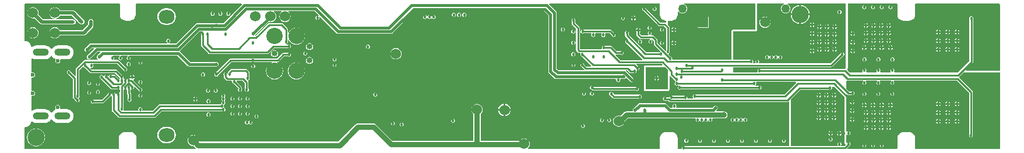
<source format=gbl>
G04*
G04 #@! TF.GenerationSoftware,Altium Limited,Altium Designer,19.0.15 (446)*
G04*
G04 Layer_Physical_Order=4*
G04 Layer_Color=6049555*
%FSLAX25Y25*%
%MOIN*%
G70*
G01*
G75*
%ADD17C,0.01000*%
%ADD109C,0.09350*%
%ADD110C,0.03347*%
%ADD111O,0.09055X0.07874*%
%ADD114C,0.01800*%
%ADD117C,0.01500*%
%ADD118C,0.02000*%
%ADD124C,0.03000*%
G04:AMPARAMS|DCode=127|XSize=39.37mil|YSize=90.55mil|CornerRadius=19.68mil|HoleSize=0mil|Usage=FLASHONLY|Rotation=270.000|XOffset=0mil|YOffset=0mil|HoleType=Round|Shape=RoundedRectangle|*
%AMROUNDEDRECTD127*
21,1,0.03937,0.05118,0,0,270.0*
21,1,0.00000,0.09055,0,0,270.0*
1,1,0.03937,-0.02559,0.00000*
1,1,0.03937,-0.02559,0.00000*
1,1,0.03937,0.02559,0.00000*
1,1,0.03937,0.02559,0.00000*
%
%ADD127ROUNDEDRECTD127*%
%ADD128C,0.05984*%
%ADD129C,0.05000*%
%ADD130R,0.05984X0.05984*%
%ADD131C,0.06000*%
%ADD132C,0.09843*%
%ADD133C,0.11811*%
%ADD134C,0.02362*%
%ADD135C,0.03200*%
G36*
X95315Y124438D02*
X95582Y124049D01*
X95587Y123550D01*
Y118143D01*
X95597Y118089D01*
X95709Y117243D01*
X96056Y116404D01*
X96609Y115683D01*
X97330Y115131D01*
X98169Y114783D01*
X99019Y114671D01*
X99068Y114661D01*
X101037D01*
X101091Y114672D01*
X101937Y114784D01*
X102776Y115131D01*
X103496Y115684D01*
X104049Y116404D01*
X104397Y117243D01*
X104509Y118094D01*
X104518Y118143D01*
Y124025D01*
X104522Y124044D01*
X104522D01*
X104706Y124312D01*
X104974Y124496D01*
X105472Y124500D01*
X165144D01*
X165336Y124038D01*
X154672Y113374D01*
X139800D01*
X139312Y113277D01*
X138899Y113001D01*
X127526Y101629D01*
X123876D01*
X123793Y102129D01*
X124059Y102307D01*
X124302Y102671D01*
X124388Y103100D01*
X124302Y103529D01*
X124059Y103893D01*
X123695Y104136D01*
X123266Y104222D01*
X122837Y104136D01*
X122473Y103893D01*
X122230Y103529D01*
X122145Y103100D01*
X122230Y102671D01*
X122473Y102307D01*
X122740Y102129D01*
X122656Y101629D01*
X78854D01*
X78367Y101532D01*
X77953Y101256D01*
X75699Y99001D01*
X75423Y98588D01*
X75326Y98100D01*
X75423Y97612D01*
X75699Y97199D01*
X76112Y96922D01*
X76600Y96825D01*
X77088Y96922D01*
X77501Y97199D01*
X79382Y99080D01*
X80624D01*
X80816Y98618D01*
X76999Y94801D01*
X76723Y94388D01*
X76626Y93900D01*
X76723Y93412D01*
X76999Y92999D01*
X77412Y92722D01*
X77900Y92625D01*
X78388Y92722D01*
X78801Y92999D01*
X82788Y96986D01*
X84177D01*
X84384Y96486D01*
X82599Y94701D01*
X82323Y94288D01*
X82226Y93800D01*
X82323Y93312D01*
X82599Y92899D01*
X83012Y92623D01*
X83027Y92620D01*
X82978Y92120D01*
X75710D01*
X75319Y92042D01*
X74989Y91821D01*
X70679Y87511D01*
X70458Y87181D01*
X70380Y86790D01*
Y83139D01*
X69919Y82948D01*
X67384Y85483D01*
X67378Y85512D01*
X67135Y85876D01*
X66771Y86119D01*
X66342Y86204D01*
X65912Y86119D01*
X65549Y85876D01*
X65306Y85512D01*
X65220Y85083D01*
X65306Y84654D01*
X65549Y84290D01*
X65912Y84047D01*
X65942Y84041D01*
X68680Y81302D01*
Y70667D01*
X68758Y70277D01*
X68979Y69946D01*
X70358Y68567D01*
X70364Y68538D01*
X70607Y68174D01*
X70971Y67931D01*
X71400Y67845D01*
X71829Y67931D01*
X72193Y68174D01*
X72436Y68538D01*
X72522Y68967D01*
X72436Y69396D01*
X72193Y69760D01*
X72068Y69844D01*
Y70416D01*
X72081Y70435D01*
X72193Y70510D01*
X72436Y70874D01*
X72522Y71303D01*
X72436Y71732D01*
X72420Y71757D01*
Y86368D01*
X74208Y88156D01*
X74834Y88075D01*
X74879Y88007D01*
X75243Y87764D01*
X75272Y87758D01*
X78150Y84879D01*
X78481Y84658D01*
X78871Y84581D01*
X92739Y84579D01*
X95643Y81673D01*
X95671Y81631D01*
X95590Y81377D01*
X95132Y81215D01*
X95092Y81242D01*
X95063Y81248D01*
X92922Y83389D01*
X92591Y83610D01*
X92201Y83687D01*
X90754D01*
X90729Y83704D01*
X90300Y83789D01*
X89871Y83704D01*
X89507Y83461D01*
X89264Y83097D01*
X89245Y83004D01*
X89126Y82968D01*
X88636Y82929D01*
X88393Y83293D01*
X88029Y83536D01*
X87600Y83622D01*
X87171Y83536D01*
X86807Y83293D01*
X86586Y82963D01*
X86538Y82923D01*
X86111Y82817D01*
X86035Y82832D01*
X85793Y83193D01*
X85429Y83436D01*
X85000Y83522D01*
X84571Y83436D01*
X84207Y83193D01*
X83964Y82829D01*
X83878Y82400D01*
X83964Y81971D01*
X84207Y81607D01*
X84571Y81364D01*
X84600Y81358D01*
X90411Y75548D01*
X90741Y75327D01*
X91132Y75249D01*
X94209D01*
X94234Y75232D01*
X94663Y75147D01*
X95092Y75232D01*
X95112Y75245D01*
X95612Y74978D01*
Y73464D01*
X95112Y73197D01*
X95092Y73210D01*
X94663Y73296D01*
X94234Y73210D01*
X93870Y72967D01*
X93627Y72603D01*
X93607Y72505D01*
X93098D01*
X93077Y72607D01*
X92834Y72971D01*
X92470Y73214D01*
X92041Y73300D01*
X91612Y73214D01*
X91248Y72971D01*
X91097Y72745D01*
X91029Y72724D01*
X90618Y72722D01*
X90541Y72745D01*
X90393Y72967D01*
X90029Y73210D01*
X89600Y73296D01*
X89171Y73210D01*
X88807Y72967D01*
X88564Y72603D01*
X88558Y72574D01*
X85172Y69187D01*
X80576D01*
X80551Y69204D01*
X80122Y69289D01*
X79693Y69204D01*
X79329Y68961D01*
X79086Y68597D01*
X79001Y68168D01*
X79086Y67739D01*
X79329Y67375D01*
X79693Y67132D01*
X80122Y67046D01*
X80551Y67132D01*
X80576Y67148D01*
X85594D01*
X85984Y67226D01*
X86315Y67447D01*
X90000Y71132D01*
X90029Y71138D01*
X90393Y71381D01*
X90522Y71573D01*
X91022Y71422D01*
Y63122D01*
X91099Y62732D01*
X91320Y62401D01*
X94542Y59179D01*
X94873Y58958D01*
X95263Y58880D01*
X115400D01*
X115790Y58958D01*
X116121Y59179D01*
X119522Y62580D01*
X154346D01*
X154371Y62564D01*
X154800Y62478D01*
X155229Y62564D01*
X155593Y62807D01*
X155836Y63171D01*
X155922Y63600D01*
X155836Y64029D01*
X155593Y64393D01*
X155229Y64636D01*
X155205Y64641D01*
X154936Y65139D01*
X155022Y65569D01*
X154936Y65998D01*
X155180Y66532D01*
X155180Y66532D01*
X155544Y66776D01*
X155787Y67139D01*
X155873Y67568D01*
X155787Y67998D01*
X155544Y68362D01*
Y68744D01*
X155787Y69108D01*
X155873Y69537D01*
X155787Y69966D01*
X155544Y70330D01*
Y70713D01*
X155787Y71076D01*
X155873Y71505D01*
X155787Y71935D01*
X155544Y72299D01*
X155180Y72542D01*
X154751Y72627D01*
X154322Y72542D01*
X153958Y72299D01*
X153715Y71935D01*
X153630Y71505D01*
X153715Y71076D01*
X153958Y70713D01*
Y70330D01*
X153715Y69966D01*
X153630Y69537D01*
X153715Y69108D01*
X153958Y68744D01*
Y68362D01*
X153715Y67998D01*
X153630Y67568D01*
X153715Y67139D01*
X153471Y66605D01*
X153471Y66605D01*
X153446Y66588D01*
X118368D01*
X117978Y66510D01*
X117648Y66290D01*
X114178Y62820D01*
X108549D01*
X108282Y63320D01*
X108294Y63339D01*
X108380Y63768D01*
X108294Y64197D01*
X108051Y64561D01*
X107687Y64804D01*
X107258Y64889D01*
X106829Y64804D01*
X106465Y64561D01*
X106222Y64197D01*
X106137Y63768D01*
X106222Y63339D01*
X106235Y63320D01*
X105967Y62820D01*
X97643D01*
X97506Y63105D01*
X97455Y63320D01*
X97668Y63639D01*
X97753Y64068D01*
X97668Y64497D01*
X97651Y64522D01*
Y74978D01*
X98151Y75245D01*
X98171Y75232D01*
X98600Y75147D01*
X99029Y75232D01*
X99049Y75245D01*
X99549Y74978D01*
Y72975D01*
X99626Y72585D01*
X99848Y72254D01*
X100061Y72041D01*
Y69656D01*
X100044Y69631D01*
X99959Y69202D01*
X100044Y68772D01*
X100287Y68409D01*
X100651Y68165D01*
X101080Y68080D01*
X101509Y68165D01*
X101873Y68409D01*
X102117Y68772D01*
X102202Y69202D01*
X102117Y69631D01*
X102100Y69656D01*
Y72463D01*
X102022Y72854D01*
X101801Y73184D01*
X101588Y73397D01*
Y74978D01*
X102088Y75245D01*
X102108Y75232D01*
X102537Y75147D01*
X102966Y75232D01*
X103330Y75476D01*
X103573Y75839D01*
X103659Y76269D01*
X103605Y76536D01*
X104066Y76783D01*
X106216Y74632D01*
X106222Y74603D01*
X106465Y74239D01*
X106829Y73996D01*
X107258Y73911D01*
X107687Y73996D01*
X108051Y74239D01*
X108294Y74603D01*
X108380Y75032D01*
X108294Y75462D01*
X108051Y75825D01*
X107687Y76069D01*
X107658Y76074D01*
X103304Y80428D01*
X103384Y81056D01*
X103546Y81165D01*
X103856Y81628D01*
X103865Y81674D01*
X101181D01*
X101140Y81559D01*
X101113Y81524D01*
X100856Y81270D01*
X100568Y81327D01*
X100139Y81242D01*
X99775Y80999D01*
X99393D01*
X99029Y81242D01*
X98600Y81327D01*
X98171Y81242D01*
X98131Y81215D01*
X97673Y81377D01*
X97592Y81631D01*
X97668Y81745D01*
X97753Y82174D01*
X97668Y82603D01*
X97425Y82967D01*
X97061Y83210D01*
X96973Y83228D01*
X93882Y86319D01*
X93551Y86540D01*
X93161Y86618D01*
X79294Y86620D01*
X78584Y87330D01*
X78606Y87383D01*
X78878Y87742D01*
X79200Y87678D01*
X79629Y87764D01*
X79993Y88007D01*
X80236Y88371D01*
X80322Y88800D01*
X80236Y89229D01*
X80001Y89580D01*
X80016Y89660D01*
X80164Y90080D01*
X93752D01*
X97558Y86274D01*
X97564Y86245D01*
X97807Y85881D01*
X98171Y85638D01*
X98600Y85552D01*
X99029Y85638D01*
X99393Y85881D01*
X99636Y86245D01*
X99722Y86674D01*
X99636Y87103D01*
X99393Y87467D01*
X99029Y87710D01*
X99000Y87716D01*
X94895Y91821D01*
X94564Y92042D01*
X94174Y92120D01*
X92353D01*
X92093Y92620D01*
X92194Y92771D01*
X92280Y93200D01*
X92194Y93629D01*
X91951Y93993D01*
X91604Y94226D01*
X91594Y94269D01*
X91687Y94726D01*
X95330D01*
X95422Y94269D01*
X95413Y94226D01*
X95065Y93993D01*
X94822Y93629D01*
X94737Y93200D01*
X94822Y92771D01*
X95065Y92407D01*
X95429Y92164D01*
X95858Y92079D01*
X96288Y92164D01*
X96651Y92407D01*
X96894Y92771D01*
X96980Y93200D01*
X96894Y93629D01*
X96651Y93993D01*
X96304Y94226D01*
X96294Y94269D01*
X96387Y94726D01*
X99992D01*
X100072Y94477D01*
X100075Y94226D01*
X99775Y94025D01*
X99532Y93661D01*
X99447Y93232D01*
X99532Y92803D01*
X99775Y92439D01*
X100139Y92196D01*
X100568Y92111D01*
X100998Y92196D01*
X101362Y92439D01*
X101605Y92803D01*
X101690Y93232D01*
X101605Y93661D01*
X101362Y94025D01*
X101062Y94226D01*
X101065Y94477D01*
X101145Y94726D01*
X128372D01*
X134335Y88763D01*
X134748Y88486D01*
X135236Y88389D01*
X150736D01*
X151224Y88486D01*
X151637Y88763D01*
X151914Y89176D01*
X152011Y89664D01*
X151914Y90152D01*
X151637Y90565D01*
X151224Y90841D01*
X150736Y90938D01*
X135764D01*
X129911Y96791D01*
X129875Y97213D01*
X129923Y97421D01*
X141028Y108526D01*
X142825D01*
X142874Y108026D01*
X142630Y107977D01*
X142266Y107734D01*
X142023Y107370D01*
X141937Y106941D01*
X142023Y106512D01*
X142040Y106487D01*
Y100496D01*
X142117Y100106D01*
X142338Y99775D01*
X146129Y95984D01*
X146460Y95763D01*
X146850Y95685D01*
X179921D01*
X180311Y95763D01*
X180642Y95984D01*
X183639Y98980D01*
X191679D01*
X191720Y98953D01*
X192150Y98868D01*
X192579Y98953D01*
X192943Y99196D01*
X193186Y99560D01*
X193271Y99989D01*
X193186Y100418D01*
X192943Y100782D01*
X192579Y101025D01*
X192150Y101111D01*
X191720Y101025D01*
X191712Y101020D01*
X190834D01*
X190785Y101520D01*
X191004Y101563D01*
X191368Y101806D01*
X191611Y102170D01*
X191696Y102599D01*
X191611Y103029D01*
X191571Y103089D01*
Y103654D01*
X192071Y103754D01*
X192242Y103341D01*
X193023Y102323D01*
X194041Y101541D01*
X195227Y101050D01*
X196500Y100883D01*
X197773Y101050D01*
X198959Y101541D01*
X199977Y102323D01*
X200759Y103341D01*
X201250Y104527D01*
X201417Y105800D01*
X201250Y107073D01*
X200759Y108259D01*
X199977Y109277D01*
X198959Y110058D01*
X197773Y110550D01*
X196500Y110717D01*
X195227Y110550D01*
X194041Y110058D01*
X193023Y109277D01*
X192242Y108259D01*
X192071Y107846D01*
X191571Y107946D01*
Y109697D01*
X191493Y110087D01*
X191272Y110418D01*
X188569Y113121D01*
X188238Y113342D01*
X187848Y113420D01*
X181000D01*
X180610Y113342D01*
X180279Y113121D01*
X173224Y106065D01*
X173113Y106093D01*
X172960Y106647D01*
X180533Y114220D01*
X180865Y114082D01*
X181700Y113972D01*
X182535Y114082D01*
X183314Y114405D01*
X183982Y114918D01*
X184495Y115586D01*
X184818Y116365D01*
X184928Y117200D01*
X184818Y118035D01*
X184495Y118814D01*
X183982Y119482D01*
X183535Y119825D01*
X183705Y120326D01*
X187995D01*
X188165Y119825D01*
X187718Y119482D01*
X187205Y118814D01*
X186882Y118035D01*
X186772Y117200D01*
X186882Y116365D01*
X187205Y115586D01*
X187718Y114918D01*
X188386Y114405D01*
X189165Y114082D01*
X190000Y113972D01*
X190835Y114082D01*
X191614Y114405D01*
X192282Y114918D01*
X192795Y115586D01*
X193118Y116365D01*
X193228Y117200D01*
X193118Y118035D01*
X192795Y118814D01*
X192282Y119482D01*
X191835Y119825D01*
X192005Y120326D01*
X206672D01*
X209171Y117826D01*
X209060Y117606D01*
X208876Y117414D01*
X208526Y117484D01*
X208097Y117398D01*
X207733Y117155D01*
X207490Y116791D01*
X207404Y116362D01*
X207490Y115933D01*
X207733Y115569D01*
X208097Y115326D01*
X208526Y115241D01*
X208955Y115326D01*
X209319Y115569D01*
X209562Y115933D01*
X209647Y116362D01*
X209578Y116713D01*
X209770Y116896D01*
X209990Y117007D01*
X219399Y107599D01*
X219812Y107323D01*
X220300Y107226D01*
X250700D01*
X251188Y107323D01*
X251601Y107599D01*
X264128Y120125D01*
X338242D01*
X340526Y117841D01*
Y85507D01*
X340622Y85019D01*
X340899Y84606D01*
X343940Y81564D01*
X344354Y81288D01*
X344841Y81191D01*
X379122D01*
X379457Y80691D01*
X379419Y80503D01*
X379505Y80074D01*
X379748Y79710D01*
X380112Y79467D01*
X380541Y79382D01*
X380970Y79467D01*
X381334Y79710D01*
X381577Y80074D01*
X381663Y80503D01*
X381625Y80691D01*
X381960Y81191D01*
X383800D01*
X384288Y81288D01*
X384701Y81564D01*
X384751Y81639D01*
X385394Y81704D01*
X387299Y79799D01*
X387712Y79523D01*
X388200Y79426D01*
X388688Y79523D01*
X389101Y79799D01*
X389377Y80212D01*
X389475Y80700D01*
X389377Y81188D01*
X389101Y81601D01*
X384901Y85801D01*
X384783Y85880D01*
X384934Y86380D01*
X385689D01*
X387090Y84979D01*
X387421Y84758D01*
X387811Y84680D01*
X389431D01*
X389456Y84664D01*
X389885Y84578D01*
X390315Y84664D01*
X390678Y84907D01*
X390922Y85271D01*
X391007Y85700D01*
X390981Y85831D01*
X390985Y85840D01*
X391414Y86215D01*
X391600Y86178D01*
X392029Y86264D01*
X392393Y86507D01*
X392636Y86871D01*
X392722Y87300D01*
X392636Y87729D01*
X392393Y88093D01*
X392029Y88336D01*
X392000Y88342D01*
X390824Y89518D01*
X391015Y89980D01*
X405398D01*
X405897Y89482D01*
X405705Y89020D01*
X396187D01*
X395797Y88942D01*
X395467Y88721D01*
X395246Y88390D01*
X395168Y88000D01*
Y75366D01*
X395246Y74976D01*
X395467Y74645D01*
X395797Y74424D01*
X396187Y74347D01*
X408820D01*
X409210Y74424D01*
X409541Y74645D01*
X409762Y74976D01*
X409840Y75366D01*
Y82786D01*
X410340Y82938D01*
X410379Y82879D01*
X412858Y80400D01*
X412864Y80371D01*
X413107Y80007D01*
X413191Y79951D01*
Y79349D01*
X413107Y79293D01*
X412864Y78929D01*
X412778Y78500D01*
X412864Y78071D01*
X413107Y77707D01*
X413471Y77464D01*
X413900Y77378D01*
X414329Y77464D01*
X414504Y77580D01*
X414984D01*
X415136Y77080D01*
X415006Y76994D01*
X414763Y76630D01*
X414678Y76201D01*
X414763Y75772D01*
X415006Y75408D01*
X415370Y75165D01*
X415799Y75079D01*
X416228Y75165D01*
X416304Y75215D01*
X461048D01*
X461391Y75147D01*
X461820Y75232D01*
X462184Y75476D01*
X462427Y75839D01*
X462512Y76269D01*
X462427Y76698D01*
X462184Y77062D01*
X461820Y77305D01*
X461391Y77390D01*
X460961Y77305D01*
X460886Y77254D01*
X459116D01*
X458964Y77754D01*
X459193Y77907D01*
X459436Y78271D01*
X459522Y78700D01*
X459465Y78984D01*
X459755Y79484D01*
X482134D01*
X482342Y78984D01*
X475578Y72220D01*
X424721D01*
X424696Y72236D01*
X424267Y72322D01*
X423837Y72236D01*
X423474Y71993D01*
X423231Y71629D01*
X423145Y71200D01*
X423231Y70771D01*
X423398Y70520D01*
X423260Y70129D01*
X423177Y70020D01*
X420391D01*
X420006Y70520D01*
X420022Y70600D01*
X419936Y71029D01*
X419693Y71393D01*
X419329Y71636D01*
X418900Y71722D01*
X418471Y71636D01*
X418446Y71620D01*
X411454D01*
X411429Y71636D01*
X411000Y71722D01*
X410571Y71636D01*
X410207Y71393D01*
X409964Y71029D01*
X409899Y70705D01*
X409590Y70767D01*
X407907D01*
X407653Y70936D01*
X407224Y71022D01*
X406794Y70936D01*
X406430Y70693D01*
X406187Y70329D01*
X406102Y69900D01*
X406187Y69471D01*
X406430Y69107D01*
X406794Y68864D01*
X406942Y68834D01*
X406986Y68805D01*
X407377Y68727D01*
X409168D01*
X409616Y68279D01*
X409947Y68058D01*
X410337Y67980D01*
X477200D01*
X477590Y68058D01*
X477780Y68185D01*
X478280Y67985D01*
X478280Y42620D01*
X418454D01*
X418429Y42636D01*
X418000Y42722D01*
X417571Y42636D01*
X417207Y42393D01*
X416964Y42029D01*
X416878Y41600D01*
X416915Y41416D01*
X416578Y40916D01*
X415006D01*
X414982Y40912D01*
X414815Y40981D01*
X414551Y41372D01*
X414551Y41842D01*
Y47277D01*
X414551Y47277D01*
X414552D01*
X414433Y48178D01*
X414085Y49018D01*
X413532Y49740D01*
X412811Y50293D01*
X411971Y50641D01*
X411069Y50760D01*
Y50759D01*
X411069Y50759D01*
X407920D01*
Y50760D01*
X407018Y50641D01*
X406178Y50293D01*
X405457Y49740D01*
X404904Y49018D01*
X404556Y48178D01*
X404437Y47277D01*
X404438D01*
Y41372D01*
X404443Y41347D01*
X404374Y41180D01*
X403983Y40916D01*
X403491Y40916D01*
X329020D01*
X328850Y41416D01*
X328982Y41518D01*
X329495Y42186D01*
X329818Y42965D01*
X329928Y43800D01*
X329818Y44635D01*
X329495Y45414D01*
X328982Y46082D01*
X328314Y46595D01*
X327535Y46918D01*
X326700Y47028D01*
X325865Y46918D01*
X325086Y46595D01*
X324418Y46082D01*
X324154Y45739D01*
X301817D01*
Y61117D01*
X302060Y61304D01*
X302573Y61972D01*
X302896Y62751D01*
X303006Y63586D01*
X302896Y64421D01*
X302573Y65200D01*
X302060Y65868D01*
X301392Y66381D01*
X300613Y66703D01*
X299778Y66813D01*
X298943Y66703D01*
X298164Y66381D01*
X297496Y65868D01*
X296983Y65200D01*
X296660Y64421D01*
X296550Y63586D01*
X296660Y62751D01*
X296983Y61972D01*
X297496Y61304D01*
X297739Y61117D01*
Y45739D01*
X251445Y45739D01*
X242142Y55042D01*
X241480Y55484D01*
X240700Y55639D01*
X231800D01*
X231020Y55484D01*
X230358Y55042D01*
X220455Y45139D01*
X141048Y45139D01*
X140688Y45500D01*
X140728Y45803D01*
X140618Y46639D01*
X140295Y47417D01*
X139782Y48086D01*
X139114Y48599D01*
X138335Y48921D01*
X137500Y49031D01*
X136665Y48921D01*
X135886Y48599D01*
X135218Y48086D01*
X134705Y47417D01*
X134382Y46639D01*
X134272Y45803D01*
X134382Y44968D01*
X134705Y44190D01*
X135218Y43521D01*
X135886Y43008D01*
X136665Y42686D01*
X137500Y42576D01*
X137804Y42616D01*
X138762Y41658D01*
X139123Y41416D01*
X138972Y40916D01*
X105564D01*
X105540Y40912D01*
X105232Y41039D01*
X105104Y41347D01*
X105109Y41372D01*
Y47240D01*
X105110Y47277D01*
X105110D01*
X104991Y48178D01*
X104643Y49018D01*
X104090Y49740D01*
X103368Y50293D01*
X102529Y50641D01*
X101627Y50760D01*
Y50759D01*
X98478D01*
Y50760D01*
X97576Y50641D01*
X96736Y50293D01*
X96015Y49740D01*
X95462Y49018D01*
X95114Y48178D01*
X94995Y47277D01*
X94996D01*
Y41372D01*
X95001Y41347D01*
X94873Y41039D01*
X94565Y40912D01*
X94541Y40916D01*
X41392D01*
X41368Y40912D01*
X41060Y41039D01*
X40933Y41347D01*
X40937Y41372D01*
Y53006D01*
X40933Y53031D01*
X41002Y53197D01*
X41392Y53461D01*
X42294Y53579D01*
X43134Y53927D01*
X43855Y54481D01*
X44409Y55202D01*
X44756Y56042D01*
X44811Y56460D01*
X45345Y56681D01*
X45654Y56444D01*
X46612Y56047D01*
X47641Y55912D01*
X52759D01*
X53788Y56047D01*
X54746Y56444D01*
X55569Y57076D01*
X56109Y57779D01*
X56290Y57823D01*
X56512D01*
X56692Y57779D01*
X57232Y57076D01*
X58056Y56444D01*
X59014Y56047D01*
X60043Y55912D01*
X65161D01*
X66189Y56047D01*
X67148Y56444D01*
X67971Y57076D01*
X68602Y57899D01*
X68999Y58857D01*
X69135Y59886D01*
X68999Y60914D01*
X68602Y61873D01*
X67971Y62696D01*
X67148Y63327D01*
X66189Y63724D01*
X65161Y63860D01*
X61626D01*
X61362Y64360D01*
X61451Y64807D01*
X61343Y65346D01*
X61038Y65803D01*
X60581Y66108D01*
X60043Y66215D01*
X59504Y66108D01*
X59047Y65803D01*
X58741Y65346D01*
X58634Y64807D01*
X58741Y64268D01*
X58802Y64178D01*
X58614Y63559D01*
X58056Y63327D01*
X57232Y62696D01*
X56692Y61992D01*
X56512Y61948D01*
X56290D01*
X56109Y61992D01*
X55569Y62696D01*
X54746Y63327D01*
X53788Y63724D01*
X52759Y63860D01*
X47641D01*
X46612Y63724D01*
X45654Y63327D01*
X45323Y63073D01*
X44874Y63295D01*
Y71195D01*
X45374Y71529D01*
X45672Y71470D01*
X46211Y71577D01*
X46668Y71882D01*
X46973Y72339D01*
X47081Y72878D01*
X46973Y73417D01*
X46668Y73874D01*
X46211Y74179D01*
X45672Y74286D01*
X45374Y74227D01*
X44874Y74561D01*
X44874Y81824D01*
X45374Y82159D01*
X45672Y82100D01*
X46211Y82207D01*
X46668Y82512D01*
X46973Y82969D01*
X47081Y83508D01*
X46973Y84047D01*
X46668Y84504D01*
X46211Y84809D01*
X45672Y84916D01*
X45374Y84857D01*
X44874Y85191D01*
Y93091D01*
X45323Y93312D01*
X45654Y93058D01*
X46612Y92661D01*
X47641Y92526D01*
X52759D01*
X53788Y92661D01*
X54746Y93058D01*
X55569Y93690D01*
X56109Y94393D01*
X56290Y94437D01*
X56512D01*
X56692Y94393D01*
X57232Y93690D01*
X58056Y93058D01*
X58614Y92827D01*
X58802Y92208D01*
X58741Y92118D01*
X58634Y91579D01*
X58741Y91040D01*
X59047Y90583D01*
X59504Y90278D01*
X60043Y90171D01*
X60581Y90278D01*
X61038Y90583D01*
X61343Y91040D01*
X61451Y91579D01*
X61362Y92026D01*
X61626Y92526D01*
X65161D01*
X66189Y92661D01*
X67148Y93058D01*
X67971Y93690D01*
X68602Y94513D01*
X68999Y95471D01*
X69135Y96500D01*
X68999Y97529D01*
X68602Y98487D01*
X67971Y99310D01*
X67148Y99942D01*
X66189Y100339D01*
X65161Y100474D01*
X60043D01*
X59014Y100339D01*
X58056Y99942D01*
X57232Y99310D01*
X56692Y98606D01*
X56512Y98563D01*
X56290D01*
X56109Y98606D01*
X55569Y99310D01*
X54746Y99942D01*
X53788Y100339D01*
X52759Y100474D01*
X47641D01*
X46612Y100339D01*
X45654Y99942D01*
X45347Y99707D01*
X44814Y99927D01*
X44756Y100364D01*
X44409Y101204D01*
X43855Y101926D01*
X43134Y102479D01*
X42294Y102827D01*
X41392Y102945D01*
X41002Y103209D01*
X40933Y103375D01*
X40938Y103400D01*
X40941Y123549D01*
X40941Y124049D01*
X41208Y124438D01*
X41369Y124505D01*
X41392Y124500D01*
X95131D01*
X95155Y124505D01*
X95315Y124438D01*
D02*
G37*
G36*
X510800Y87446D02*
X510300Y87071D01*
X510235Y87084D01*
X461845D01*
X461820Y87101D01*
X461391Y87186D01*
X460961Y87101D01*
X460598Y86858D01*
X460354Y86494D01*
X460269Y86065D01*
X460354Y85635D01*
X460432Y85520D01*
X460164Y85020D01*
X446381D01*
X446381Y88080D01*
X502455D01*
X502845Y88158D01*
X503176Y88379D01*
X509100Y94303D01*
X509129Y94309D01*
X509493Y94552D01*
X509736Y94916D01*
X509822Y95345D01*
X509736Y95774D01*
X509493Y96138D01*
X509129Y96381D01*
X508700Y96466D01*
X508271Y96381D01*
X507907Y96138D01*
X507664Y95774D01*
X507658Y95745D01*
X502033Y90120D01*
X461295D01*
X461035Y90620D01*
X461136Y90771D01*
X461222Y91200D01*
X461136Y91629D01*
X460893Y91993D01*
X460529Y92236D01*
X460100Y92322D01*
X459671Y92236D01*
X459307Y91993D01*
X459064Y91629D01*
X458978Y91200D01*
X459064Y90771D01*
X459165Y90620D01*
X458906Y90120D01*
X457790D01*
X457706Y90228D01*
X457568Y90620D01*
X457736Y90871D01*
X457822Y91300D01*
X457736Y91729D01*
X457493Y92093D01*
X457129Y92336D01*
X456700Y92422D01*
X456271Y92336D01*
X456246Y92320D01*
X446381D01*
X446381Y108509D01*
X458900Y108509D01*
X459290Y108586D01*
X459621Y108807D01*
X459842Y109138D01*
X459920Y109528D01*
Y124500D01*
X475174D01*
X475273Y124000D01*
X474971Y123875D01*
X474407Y123442D01*
X473975Y122878D01*
X473703Y122221D01*
X473610Y121517D01*
X473703Y120812D01*
X473975Y120155D01*
X474407Y119591D01*
X474971Y119158D01*
X475628Y118886D01*
X476333Y118793D01*
X477038Y118886D01*
X477695Y119158D01*
X478259Y119591D01*
X478691Y120155D01*
X478964Y120812D01*
X479056Y121517D01*
X478964Y122221D01*
X478691Y122878D01*
X478259Y123442D01*
X477695Y123875D01*
X477393Y124000D01*
X477492Y124500D01*
X510800D01*
X510800Y87446D01*
D02*
G37*
G36*
X458900Y109528D02*
X446300Y109528D01*
Y109512D01*
X445991Y109451D01*
X445660Y109230D01*
X445439Y108899D01*
X445361Y108509D01*
X445361Y92320D01*
X411703D01*
X411364Y92820D01*
X411400Y93000D01*
X411315Y93429D01*
X411072Y93793D01*
X410708Y94036D01*
X410679Y94042D01*
X409377Y95344D01*
X409398Y95550D01*
X409510Y95918D01*
X409793Y96107D01*
X410036Y96471D01*
X410122Y96900D01*
X410036Y97329D01*
X410020Y97354D01*
Y110820D01*
X409942Y111210D01*
X409721Y111541D01*
X409000Y112262D01*
Y114661D01*
X411069D01*
X411118Y114671D01*
X411970Y114783D01*
X412809Y115131D01*
X413529Y115683D01*
X414082Y116404D01*
X414429Y117243D01*
X414541Y118095D01*
X414551Y118143D01*
Y119814D01*
X415051Y119983D01*
X415352Y119591D01*
X415916Y119158D01*
X416573Y118886D01*
X417278Y118793D01*
X417983Y118886D01*
X418640Y119158D01*
X419204Y119591D01*
X419636Y120155D01*
X419909Y120812D01*
X420001Y121517D01*
X419909Y122221D01*
X419636Y122878D01*
X419204Y123442D01*
X418640Y123875D01*
X418338Y124000D01*
X418437Y124500D01*
X458900D01*
Y109528D01*
D02*
G37*
G36*
X404167Y124438D02*
X404434Y124049D01*
X404438Y123550D01*
Y118143D01*
X404437D01*
X404556Y117243D01*
X404903Y116404D01*
X405456Y115683D01*
X406177Y115131D01*
X407015Y114783D01*
X407879Y114670D01*
X407920Y114661D01*
X407980D01*
Y113929D01*
X407519Y113648D01*
X407480Y113648D01*
X407120Y113720D01*
X404551D01*
X396342Y121929D01*
X396336Y121958D01*
X396093Y122322D01*
X395729Y122565D01*
X395300Y122650D01*
X394871Y122565D01*
X394507Y122322D01*
X394264Y121958D01*
X394179Y121529D01*
X394264Y121100D01*
X394507Y120736D01*
X394871Y120493D01*
X394900Y120487D01*
X403408Y111979D01*
X403739Y111758D01*
X404129Y111680D01*
X406697D01*
X407980Y110397D01*
Y97447D01*
X407781Y97311D01*
X407444Y97277D01*
X402920Y101801D01*
Y103500D01*
X402842Y103890D01*
X402621Y104221D01*
X400871Y105971D01*
X400540Y106192D01*
X400150Y106270D01*
X399489D01*
X399337Y106770D01*
X399393Y106807D01*
X399636Y107171D01*
X399722Y107600D01*
X399636Y108029D01*
X399393Y108393D01*
X399029Y108636D01*
X398600Y108722D01*
X398171Y108636D01*
X397807Y108393D01*
X397564Y108029D01*
X397479Y107600D01*
X397564Y107171D01*
X397807Y106807D01*
X397863Y106770D01*
X397711Y106270D01*
X393947D01*
X393095Y107122D01*
Y108181D01*
X393394Y108629D01*
X393403Y108675D01*
X390747D01*
X390756Y108629D01*
X391055Y108181D01*
Y106700D01*
X391133Y106310D01*
X391354Y105979D01*
X392804Y104529D01*
X393135Y104308D01*
X393525Y104230D01*
X398698D01*
X398748Y103730D01*
X398571Y103695D01*
X398207Y103452D01*
X397964Y103088D01*
X397879Y102659D01*
X397964Y102230D01*
X398207Y101866D01*
X398571Y101623D01*
X399000Y101538D01*
X399429Y101623D01*
X399793Y101866D01*
X400036Y102230D01*
X400121Y102659D01*
X400036Y103088D01*
X399793Y103452D01*
X399544Y103618D01*
X399599Y104116D01*
X399606Y104133D01*
X399797Y104161D01*
X400880Y103078D01*
Y101379D01*
X400958Y100988D01*
X401179Y100658D01*
X404571Y97266D01*
X404484Y96805D01*
X404410Y96720D01*
X396422D01*
X386520Y106622D01*
Y107505D01*
X386536Y107530D01*
X386621Y107959D01*
X386536Y108388D01*
X386293Y108752D01*
X385929Y108995D01*
X385500Y109081D01*
X385071Y108995D01*
X384707Y108752D01*
X384464Y108388D01*
X384379Y107959D01*
X384464Y107530D01*
X384480Y107505D01*
Y106200D01*
X384558Y105810D01*
X384779Y105479D01*
X385880Y104378D01*
X385634Y103917D01*
X385611Y103922D01*
X385182Y103836D01*
X384818Y103593D01*
X384575Y103229D01*
X384489Y102800D01*
X384575Y102371D01*
X384818Y102007D01*
X385182Y101764D01*
X385211Y101758D01*
X394449Y92520D01*
X394449Y92484D01*
X394294Y92020D01*
X381822D01*
X379120Y94722D01*
X379366Y95183D01*
X379380Y95180D01*
X382146D01*
X382171Y95164D01*
X382600Y95078D01*
X383029Y95164D01*
X383393Y95407D01*
X383636Y95771D01*
X383721Y96200D01*
X383636Y96629D01*
X383393Y96993D01*
X383029Y97236D01*
X382600Y97322D01*
X382171Y97236D01*
X382146Y97220D01*
X379802D01*
X376943Y100078D01*
X376612Y100300D01*
X376222Y100377D01*
X372792D01*
X372768Y100394D01*
X372338Y100479D01*
X371909Y100394D01*
X371545Y100151D01*
X371302Y99787D01*
X371217Y99357D01*
X371302Y98928D01*
X371375Y98820D01*
X371108Y98320D01*
X358622D01*
X358520Y98422D01*
Y110500D01*
X358442Y110890D01*
X358221Y111221D01*
X355960Y113481D01*
Y114546D01*
X355977Y114571D01*
X356063Y115000D01*
X355977Y115429D01*
X355734Y115793D01*
X355370Y116036D01*
X354941Y116122D01*
X354512Y116036D01*
X354148Y115793D01*
X353905Y115429D01*
X353819Y115000D01*
X353905Y114571D01*
X353921Y114546D01*
Y113059D01*
X353999Y112669D01*
X354220Y112338D01*
X356480Y110078D01*
Y102173D01*
X355980Y102124D01*
X355918Y102437D01*
X355675Y102801D01*
X355311Y103044D01*
X354882Y103129D01*
X354453Y103044D01*
X354089Y102801D01*
X353846Y102437D01*
X353760Y102008D01*
X353846Y101579D01*
X354089Y101215D01*
X354453Y100972D01*
X354882Y100886D01*
X355311Y100972D01*
X355675Y101215D01*
X355918Y101579D01*
X355980Y101892D01*
X356480Y101843D01*
Y98000D01*
X356558Y97610D01*
X356779Y97279D01*
X357479Y96579D01*
X357810Y96358D01*
X358200Y96280D01*
X358719D01*
X358987Y95887D01*
X359012Y95780D01*
X358938Y95406D01*
X359023Y94976D01*
X359266Y94612D01*
X359630Y94369D01*
X359659Y94363D01*
X365103Y88920D01*
X364896Y88420D01*
X362341D01*
X361101Y89660D01*
X361095Y89689D01*
X360852Y90053D01*
X360488Y90296D01*
X360059Y90381D01*
X359630Y90296D01*
X359266Y90053D01*
X359023Y89689D01*
X358938Y89260D01*
X359023Y88831D01*
X359266Y88467D01*
X359630Y88224D01*
X359659Y88218D01*
X361198Y86679D01*
X361205Y86674D01*
X361053Y86174D01*
X346439D01*
X345374Y87239D01*
Y119271D01*
X345278Y119759D01*
X345001Y120173D01*
X341136Y124038D01*
X341327Y124500D01*
X403983D01*
X404006Y124505D01*
X404167Y124438D01*
D02*
G37*
G36*
X539990Y124442D02*
X540257Y124053D01*
X540261Y123554D01*
Y118147D01*
X540260D01*
X540379Y117247D01*
X540726Y116408D01*
X541279Y115687D01*
X541999Y115135D01*
X542838Y114787D01*
X543644Y114681D01*
X543743Y114661D01*
X546892D01*
X546999Y114683D01*
X547792Y114787D01*
X548631Y115135D01*
X549352Y115687D01*
X549905Y116408D01*
X550252Y117247D01*
X550363Y118087D01*
X550374Y118143D01*
Y124029D01*
X550378Y124049D01*
X550378D01*
X550645Y124438D01*
X550805Y124505D01*
X550829Y124500D01*
X598467D01*
X598491Y124505D01*
X598796Y124378D01*
X598923Y124073D01*
X598918Y124049D01*
Y86020D01*
X579534D01*
X579342Y86481D01*
X583221Y90360D01*
X583442Y90691D01*
X583520Y91081D01*
Y115646D01*
X583536Y115671D01*
X583622Y116100D01*
X583536Y116529D01*
X583293Y116893D01*
X582929Y117136D01*
X582500Y117222D01*
X582071Y117136D01*
X581707Y116893D01*
X581464Y116529D01*
X581378Y116100D01*
X581464Y115671D01*
X581480Y115646D01*
Y91503D01*
X574977Y85000D01*
X538522Y85000D01*
X538283Y85500D01*
X538400Y85676D01*
X538486Y86105D01*
X538400Y86534D01*
X538157Y86898D01*
X537793Y87141D01*
X537364Y87226D01*
X536935Y87141D01*
X536571Y86898D01*
X536328Y86534D01*
X536243Y86105D01*
X536328Y85676D01*
X536445Y85500D01*
X536206Y85000D01*
X530522D01*
X530283Y85500D01*
X530400Y85676D01*
X530486Y86105D01*
X530400Y86534D01*
X530157Y86898D01*
X529793Y87141D01*
X529364Y87226D01*
X528935Y87141D01*
X528571Y86898D01*
X528328Y86534D01*
X528243Y86105D01*
X528328Y85676D01*
X528445Y85500D01*
X528206Y85000D01*
X522522D01*
X522283Y85500D01*
X522400Y85676D01*
X522486Y86105D01*
X522400Y86534D01*
X522157Y86898D01*
X521793Y87141D01*
X521364Y87226D01*
X520935Y87141D01*
X520571Y86898D01*
X520328Y86534D01*
X520243Y86105D01*
X520328Y85676D01*
X520445Y85500D01*
X520206Y85000D01*
X512742D01*
X511518Y86224D01*
X511521Y86725D01*
X511592Y86831D01*
X511677Y86925D01*
X511701Y86994D01*
X511742Y87055D01*
X511767Y87180D01*
X511809Y87300D01*
X511805Y87374D01*
X511820Y87446D01*
X511820Y124500D01*
X539806D01*
X539836Y124506D01*
X539990Y124442D01*
D02*
G37*
G36*
X408820Y86558D02*
Y75366D01*
X396187D01*
Y88000D01*
X407378D01*
X408820Y86558D01*
D02*
G37*
G36*
X509980Y70986D02*
Y50998D01*
X510017Y50814D01*
X510049Y50630D01*
X510056Y50620D01*
X510058Y50608D01*
X510162Y50452D01*
X510263Y50294D01*
X510273Y50287D01*
X510279Y50277D01*
X510435Y50173D01*
X510588Y50065D01*
X510600Y50060D01*
Y49940D01*
X510588Y49935D01*
X510435Y49827D01*
X510279Y49723D01*
X510273Y49713D01*
X510263Y49706D01*
X510162Y49548D01*
X510058Y49392D01*
X510056Y49380D01*
X510049Y49370D01*
X510017Y49186D01*
X509980Y49002D01*
X509980Y44548D01*
X509990Y44499D01*
X509985Y44448D01*
X510029Y44305D01*
X510058Y44158D01*
X510086Y44116D01*
X510101Y44068D01*
X510196Y43952D01*
X510279Y43827D01*
X510321Y43799D01*
X510353Y43760D01*
X510485Y43690D01*
X510600Y43613D01*
Y43385D01*
X509835Y42620D01*
X507249D01*
X507472Y42664D01*
X507836Y42907D01*
X508079Y43271D01*
X508164Y43700D01*
X508079Y44129D01*
X507836Y44493D01*
X507472Y44736D01*
X507043Y44822D01*
X506613Y44736D01*
X506250Y44493D01*
X506006Y44129D01*
X505921Y43700D01*
X506006Y43271D01*
X506250Y42907D01*
X506613Y42664D01*
X506836Y42620D01*
X479300D01*
X479300Y69658D01*
X484722Y75080D01*
X501246D01*
X501271Y75064D01*
X501700Y74978D01*
X502129Y75064D01*
X502493Y75307D01*
X502736Y75671D01*
X502822Y76100D01*
X502742Y76500D01*
X504466D01*
X509980Y70986D01*
D02*
G37*
G36*
X598918Y85000D02*
Y41372D01*
X598919Y41370D01*
X598918Y41368D01*
X598918D01*
X598651Y40978D01*
X598491Y40912D01*
X598467Y40916D01*
X550829D01*
X550805Y40912D01*
X550497Y41039D01*
X550369Y41347D01*
X550374Y41372D01*
Y47277D01*
X550375D01*
X550256Y48178D01*
X549908Y49018D01*
X549355Y49740D01*
X548633Y50293D01*
X547793Y50641D01*
X546892Y50760D01*
Y50759D01*
X546892Y50759D01*
X543743D01*
Y50760D01*
X542841Y50641D01*
X542001Y50293D01*
X541280Y49740D01*
X540727Y49018D01*
X540379Y48178D01*
X540260Y47277D01*
X540261D01*
Y41372D01*
X540266Y41347D01*
X540197Y41180D01*
X539806Y40916D01*
X539314Y40916D01*
X511669D01*
X511478Y41378D01*
X512757Y42658D01*
X512787Y42664D01*
X513151Y42907D01*
X513394Y43271D01*
X513479Y43700D01*
X513394Y44129D01*
X513151Y44493D01*
X512787Y44736D01*
X512358Y44822D01*
X511928Y44736D01*
X511564Y44493D01*
X511500Y44397D01*
X511000Y44548D01*
X511000Y49002D01*
X511317Y49142D01*
X511500Y49183D01*
X511828Y48964D01*
X512257Y48878D01*
X512687Y48964D01*
X513051Y49207D01*
X513294Y49571D01*
X513379Y50000D01*
X513294Y50429D01*
X513051Y50793D01*
X512687Y51036D01*
X512257Y51122D01*
X511828Y51036D01*
X511500Y50817D01*
X511317Y50858D01*
X511000Y50998D01*
Y72105D01*
X511280Y72221D01*
X511500Y72265D01*
X511810Y72058D01*
X512200Y71980D01*
X514046D01*
X514071Y71964D01*
X514500Y71878D01*
X514929Y71964D01*
X515293Y72207D01*
X515536Y72571D01*
X515622Y73000D01*
X515536Y73429D01*
X515293Y73793D01*
X514929Y74036D01*
X514500Y74122D01*
X514071Y74036D01*
X514046Y74020D01*
X512622D01*
X511000Y75642D01*
Y80031D01*
X511168Y80165D01*
X511500Y80340D01*
X511800Y80280D01*
X520550D01*
X520702Y79780D01*
X520571Y79693D01*
X520328Y79329D01*
X520243Y78900D01*
X520328Y78471D01*
X520571Y78107D01*
X520935Y77864D01*
X521364Y77778D01*
X521793Y77864D01*
X522157Y78107D01*
X522400Y78471D01*
X522486Y78900D01*
X522400Y79329D01*
X522157Y79693D01*
X522026Y79780D01*
X522178Y80280D01*
X528541D01*
X528692Y79780D01*
X528562Y79693D01*
X528319Y79329D01*
X528233Y78900D01*
X528319Y78471D01*
X528562Y78107D01*
X528926Y77864D01*
X529355Y77778D01*
X529784Y77864D01*
X530148Y78107D01*
X530391Y78471D01*
X530476Y78900D01*
X530391Y79329D01*
X530148Y79693D01*
X530017Y79780D01*
X530169Y80280D01*
X536541D01*
X536692Y79780D01*
X536562Y79693D01*
X536318Y79329D01*
X536233Y78900D01*
X536318Y78471D01*
X536562Y78107D01*
X536926Y77864D01*
X537355Y77778D01*
X537784Y77864D01*
X538148Y78107D01*
X538391Y78471D01*
X538476Y78900D01*
X538391Y79329D01*
X538148Y79693D01*
X538017Y79780D01*
X538169Y80280D01*
X574378D01*
X581338Y73320D01*
Y49054D01*
X581321Y49029D01*
X581236Y48600D01*
X581321Y48171D01*
X581564Y47807D01*
X581928Y47564D01*
X582358Y47478D01*
X582787Y47564D01*
X583150Y47807D01*
X583394Y48171D01*
X583479Y48600D01*
X583394Y49029D01*
X583377Y49054D01*
Y73743D01*
X583299Y74133D01*
X583078Y74463D01*
X575521Y82021D01*
X575488Y82043D01*
Y82644D01*
X575540Y82679D01*
X577861Y85000D01*
X598918D01*
D02*
G37*
%LPC*%
G36*
X157547Y119893D02*
X157118Y119808D01*
X156754Y119564D01*
X156511Y119201D01*
X156426Y118771D01*
X156511Y118342D01*
X156754Y117978D01*
X157118Y117735D01*
X157547Y117650D01*
X157976Y117735D01*
X158340Y117978D01*
X158583Y118342D01*
X158669Y118771D01*
X158583Y119201D01*
X158340Y119564D01*
X157976Y119808D01*
X157547Y119893D01*
D02*
G37*
G36*
X153047D02*
X152618Y119808D01*
X152254Y119564D01*
X152011Y119201D01*
X151926Y118771D01*
X152011Y118342D01*
X152254Y117978D01*
X152618Y117735D01*
X153047Y117650D01*
X153476Y117735D01*
X153840Y117978D01*
X154083Y118342D01*
X154169Y118771D01*
X154083Y119201D01*
X153840Y119564D01*
X153476Y119808D01*
X153047Y119893D01*
D02*
G37*
G36*
X148547D02*
X148118Y119808D01*
X147754Y119564D01*
X147511Y119201D01*
X147426Y118771D01*
X147511Y118342D01*
X147754Y117978D01*
X148118Y117735D01*
X148547Y117650D01*
X148976Y117735D01*
X149340Y117978D01*
X149583Y118342D01*
X149669Y118771D01*
X149583Y119201D01*
X149340Y119564D01*
X148976Y119808D01*
X148547Y119893D01*
D02*
G37*
G36*
X275100Y117930D02*
X274671Y117845D01*
X274307Y117602D01*
X274127Y117333D01*
X273895Y117288D01*
X273805D01*
X273573Y117333D01*
X273393Y117602D01*
X273029Y117845D01*
X272600Y117930D01*
X272171Y117845D01*
X271807Y117602D01*
X271627Y117333D01*
X271395Y117288D01*
X271305D01*
X271073Y117333D01*
X270893Y117602D01*
X270529Y117845D01*
X270100Y117930D01*
X269671Y117845D01*
X269307Y117602D01*
X269064Y117238D01*
X268979Y116809D01*
X269064Y116379D01*
X269307Y116016D01*
X269671Y115772D01*
X270100Y115687D01*
X270529Y115772D01*
X270893Y116016D01*
X271073Y116285D01*
X271305Y116330D01*
X271395D01*
X271627Y116285D01*
X271807Y116016D01*
X272171Y115772D01*
X272600Y115687D01*
X273029Y115772D01*
X273393Y116016D01*
X273573Y116285D01*
X273805Y116330D01*
X273895D01*
X274127Y116285D01*
X274307Y116016D01*
X274671Y115772D01*
X275100Y115687D01*
X275529Y115772D01*
X275893Y116016D01*
X276136Y116379D01*
X276221Y116809D01*
X276136Y117238D01*
X275893Y117602D01*
X275529Y117845D01*
X275100Y117930D01*
D02*
G37*
G36*
X292500Y119222D02*
X292071Y119136D01*
X291707Y118893D01*
X291464Y118529D01*
X291378Y118100D01*
X291464Y117671D01*
X291707Y117307D01*
X292071Y117064D01*
X292500Y116978D01*
X292929Y117064D01*
X293293Y117307D01*
X293536Y117671D01*
X293621Y118100D01*
X293536Y118529D01*
X293293Y118893D01*
X292929Y119136D01*
X292500Y119222D01*
D02*
G37*
G36*
X289500D02*
X289071Y119136D01*
X288707Y118893D01*
X288464Y118529D01*
X288379Y118100D01*
X288464Y117671D01*
X288707Y117307D01*
X289071Y117064D01*
X289500Y116978D01*
X289929Y117064D01*
X290293Y117307D01*
X290536Y117671D01*
X290621Y118100D01*
X290536Y118529D01*
X290293Y118893D01*
X289929Y119136D01*
X289500Y119222D01*
D02*
G37*
G36*
X286600D02*
X286171Y119136D01*
X285807Y118893D01*
X285564Y118529D01*
X285478Y118100D01*
X285564Y117671D01*
X285807Y117307D01*
X286171Y117064D01*
X286600Y116978D01*
X287029Y117064D01*
X287393Y117307D01*
X287636Y117671D01*
X287721Y118100D01*
X287636Y118529D01*
X287393Y118893D01*
X287029Y119136D01*
X286600Y119222D01*
D02*
G37*
G36*
X45800Y122528D02*
X44965Y122418D01*
X44186Y122095D01*
X43518Y121582D01*
X43005Y120914D01*
X42682Y120135D01*
X42572Y119300D01*
X42682Y118465D01*
X43005Y117686D01*
X43518Y117018D01*
X44186Y116505D01*
X44965Y116182D01*
X45800Y116072D01*
X46635Y116182D01*
X46720Y116217D01*
X50007Y112930D01*
X50503Y112599D01*
X51088Y112482D01*
X68788D01*
X69374Y112599D01*
X69870Y112930D01*
X70201Y113426D01*
X70318Y114012D01*
X70201Y114597D01*
X69870Y115093D01*
X69374Y115425D01*
X68788Y115541D01*
X58982D01*
X58949Y116041D01*
X59235Y116079D01*
X60014Y116401D01*
X60682Y116914D01*
X61195Y117582D01*
X61230Y117667D01*
X68049D01*
X72719Y112997D01*
X73215Y112666D01*
X73800Y112549D01*
X74385Y112666D01*
X74881Y112997D01*
X75213Y113494D01*
X75329Y114079D01*
X75213Y114664D01*
X74881Y115160D01*
X69764Y120278D01*
X69268Y120609D01*
X68682Y120726D01*
X61230D01*
X61195Y120810D01*
X60682Y121479D01*
X60014Y121992D01*
X59235Y122314D01*
X58400Y122424D01*
X57565Y122314D01*
X56786Y121992D01*
X56118Y121479D01*
X55605Y120810D01*
X55282Y120032D01*
X55172Y119196D01*
X55282Y118361D01*
X55605Y117582D01*
X56118Y116914D01*
X56786Y116401D01*
X57565Y116079D01*
X57851Y116041D01*
X57818Y115541D01*
X51722D01*
X48883Y118380D01*
X48918Y118465D01*
X49028Y119300D01*
X48918Y120135D01*
X48595Y120914D01*
X48082Y121582D01*
X47414Y122095D01*
X46635Y122418D01*
X45800Y122528D01*
D02*
G37*
G36*
X122872Y121824D02*
X121691D01*
X120457Y121661D01*
X119307Y121185D01*
X118320Y120427D01*
X117562Y119439D01*
X117086Y118289D01*
X116923Y117055D01*
X117086Y115821D01*
X117562Y114671D01*
X118320Y113683D01*
X119307Y112926D01*
X120457Y112449D01*
X121691Y112287D01*
X122872D01*
X124107Y112449D01*
X125257Y112926D01*
X126244Y113683D01*
X127002Y114671D01*
X127478Y115821D01*
X127641Y117055D01*
X127478Y118289D01*
X127002Y119439D01*
X126244Y120427D01*
X125257Y121185D01*
X124107Y121661D01*
X122872Y121824D01*
D02*
G37*
G36*
X78930Y115713D02*
X78345Y115597D01*
X77849Y115266D01*
X77517Y114769D01*
X77401Y114184D01*
Y112464D01*
X74211Y109274D01*
X61230D01*
X61195Y109358D01*
X60682Y110026D01*
X60014Y110539D01*
X59235Y110862D01*
X58400Y110972D01*
X57565Y110862D01*
X56786Y110539D01*
X56118Y110026D01*
X55605Y109358D01*
X55282Y108580D01*
X55172Y107744D01*
X55282Y106909D01*
X55605Y106130D01*
X56118Y105462D01*
X56786Y104949D01*
X57565Y104627D01*
X58400Y104516D01*
X59235Y104627D01*
X60014Y104949D01*
X60682Y105462D01*
X61195Y106130D01*
X61230Y106215D01*
X74844D01*
X75429Y106331D01*
X75925Y106663D01*
X80012Y110749D01*
X80344Y111245D01*
X80460Y111830D01*
Y114184D01*
X80344Y114769D01*
X80012Y115266D01*
X79516Y115597D01*
X78930Y115713D01*
D02*
G37*
G36*
X45800Y110972D02*
X44965Y110862D01*
X44186Y110539D01*
X43518Y110026D01*
X43005Y109358D01*
X42682Y108580D01*
X42572Y107744D01*
X42682Y106909D01*
X43005Y106130D01*
X43518Y105462D01*
X44186Y104949D01*
X44965Y104627D01*
X45800Y104516D01*
X46635Y104627D01*
X47414Y104949D01*
X48082Y105462D01*
X48595Y106130D01*
X48918Y106909D01*
X49028Y107744D01*
X48918Y108580D01*
X48595Y109358D01*
X48082Y110026D01*
X47414Y110539D01*
X46635Y110862D01*
X45800Y110972D01*
D02*
G37*
G36*
X237400Y100864D02*
X236971Y100779D01*
X236607Y100536D01*
X236364Y100172D01*
X236279Y99743D01*
X236364Y99313D01*
X236607Y98949D01*
X236971Y98706D01*
X237400Y98621D01*
X237829Y98706D01*
X238193Y98949D01*
X238436Y99313D01*
X238522Y99743D01*
X238436Y100172D01*
X238193Y100536D01*
X237829Y100779D01*
X237400Y100864D01*
D02*
G37*
G36*
X204000Y101810D02*
X203231Y101657D01*
X202578Y101222D01*
X202143Y100569D01*
X201990Y99800D01*
X202143Y99031D01*
X202578Y98378D01*
X203231Y97943D01*
X204000Y97790D01*
X204769Y97943D01*
X205421Y98378D01*
X205857Y99031D01*
X206010Y99800D01*
X205857Y100569D01*
X205421Y101222D01*
X204769Y101657D01*
X204000Y101810D01*
D02*
G37*
G36*
X201589Y97011D02*
X201160Y96925D01*
X200796Y96682D01*
X200553Y96318D01*
X200468Y95889D01*
X200553Y95460D01*
X200796Y95096D01*
X201160Y94853D01*
X201589Y94768D01*
X202018Y94853D01*
X202382Y95096D01*
X202625Y95460D01*
X202711Y95889D01*
X202625Y96318D01*
X202382Y96682D01*
X202018Y96925D01*
X201589Y97011D01*
D02*
G37*
G36*
X192150Y96268D02*
X191720Y96183D01*
X191712Y96177D01*
X189049D01*
X188659Y96099D01*
X188328Y95878D01*
X185502Y93052D01*
X172254D01*
X172229Y93068D01*
X171800Y93154D01*
X171371Y93068D01*
X171346Y93052D01*
X158981D01*
X158591Y92974D01*
X158260Y92753D01*
X150336Y84829D01*
X150307Y84823D01*
X149943Y84580D01*
X149700Y84216D01*
X149615Y83787D01*
X149700Y83358D01*
X149943Y82994D01*
X150307Y82751D01*
X150736Y82666D01*
X151165Y82751D01*
X151529Y82994D01*
X151772Y83358D01*
X151778Y83387D01*
X159404Y91013D01*
X171346D01*
X171371Y90996D01*
X171800Y90911D01*
X172229Y90996D01*
X172254Y91013D01*
X182605D01*
X182727Y90550D01*
X181541Y90058D01*
X180523Y89277D01*
X179742Y88259D01*
X179250Y87073D01*
X179083Y85800D01*
X179250Y84527D01*
X179742Y83341D01*
X180523Y82323D01*
X181541Y81542D01*
X182727Y81050D01*
X184000Y80883D01*
X185273Y81050D01*
X186459Y81542D01*
X187477Y82323D01*
X188259Y83341D01*
X188750Y84527D01*
X188917Y85800D01*
X188750Y87073D01*
X188259Y88259D01*
X187477Y89277D01*
X186459Y90058D01*
X185273Y90550D01*
X185395Y91013D01*
X185924D01*
X186314Y91090D01*
X186645Y91311D01*
X189472Y94138D01*
X191679D01*
X191720Y94110D01*
X192150Y94025D01*
X192579Y94110D01*
X192943Y94353D01*
X193186Y94717D01*
X193271Y95147D01*
X193186Y95576D01*
X192943Y95940D01*
X192579Y96183D01*
X192150Y96268D01*
D02*
G37*
G36*
X184000Y97810D02*
X183231Y97657D01*
X182579Y97221D01*
X182143Y96569D01*
X181990Y95800D01*
X182143Y95031D01*
X182579Y94379D01*
X183231Y93943D01*
X184000Y93790D01*
X184769Y93943D01*
X185422Y94379D01*
X185857Y95031D01*
X186010Y95800D01*
X185857Y96569D01*
X185422Y97221D01*
X184769Y97657D01*
X184000Y97810D01*
D02*
G37*
G36*
X253400Y98928D02*
X252565Y98818D01*
X251786Y98495D01*
X251118Y97982D01*
X250605Y97314D01*
X250282Y96535D01*
X250172Y95700D01*
X250282Y94865D01*
X250605Y94086D01*
X251118Y93418D01*
X251786Y92905D01*
X252565Y92582D01*
X253400Y92472D01*
X254235Y92582D01*
X255014Y92905D01*
X255682Y93418D01*
X256195Y94086D01*
X256518Y94865D01*
X256628Y95700D01*
X256518Y96535D01*
X256195Y97314D01*
X255682Y97982D01*
X255014Y98495D01*
X254235Y98818D01*
X253400Y98928D01*
D02*
G37*
G36*
X218300Y93622D02*
X217871Y93536D01*
X217507Y93293D01*
X217264Y92929D01*
X217179Y92500D01*
X217264Y92071D01*
X217507Y91707D01*
X217871Y91464D01*
X218300Y91378D01*
X218729Y91464D01*
X219093Y91707D01*
X219336Y92071D01*
X219422Y92500D01*
X219336Y92929D01*
X219093Y93293D01*
X218729Y93536D01*
X218300Y93622D01*
D02*
G37*
G36*
X204000Y93810D02*
X203231Y93657D01*
X202578Y93221D01*
X202143Y92569D01*
X201990Y91800D01*
X202143Y91031D01*
X202578Y90378D01*
X203231Y89943D01*
X204000Y89790D01*
X204769Y89943D01*
X205421Y90378D01*
X205857Y91031D01*
X206010Y91800D01*
X205857Y92569D01*
X205421Y93221D01*
X204769Y93657D01*
X204000Y93810D01*
D02*
G37*
G36*
X107300Y91703D02*
X106871Y91617D01*
X106507Y91374D01*
X106264Y91010D01*
X106178Y90581D01*
X106264Y90152D01*
X106507Y89788D01*
X106871Y89545D01*
X107300Y89460D01*
X107729Y89545D01*
X108093Y89788D01*
X108336Y90152D01*
X108422Y90581D01*
X108336Y91010D01*
X108093Y91374D01*
X107729Y91617D01*
X107300Y91703D01*
D02*
G37*
G36*
X100568Y90889D02*
X100139Y90804D01*
X99775Y90561D01*
X99532Y90197D01*
X99447Y89768D01*
X99532Y89338D01*
X99775Y88975D01*
X100139Y88731D01*
X100568Y88646D01*
X100998Y88731D01*
X101362Y88975D01*
X101605Y89338D01*
X101690Y89768D01*
X101605Y90197D01*
X101362Y90561D01*
X100998Y90804D01*
X100568Y90889D01*
D02*
G37*
G36*
X218295Y90381D02*
X217865Y90296D01*
X217501Y90053D01*
X217258Y89689D01*
X217173Y89260D01*
X217258Y88831D01*
X217501Y88467D01*
X217865Y88224D01*
X218295Y88138D01*
X218724Y88224D01*
X219088Y88467D01*
X219331Y88831D01*
X219416Y89260D01*
X219331Y89689D01*
X219088Y90053D01*
X218724Y90296D01*
X218295Y90381D01*
D02*
G37*
G36*
X171800Y89689D02*
X171371Y89604D01*
X171007Y89361D01*
X170764Y88997D01*
X170678Y88568D01*
X170764Y88139D01*
X171007Y87775D01*
X171371Y87532D01*
X171800Y87446D01*
X172229Y87532D01*
X172593Y87775D01*
X172836Y88139D01*
X172922Y88568D01*
X172836Y88997D01*
X172593Y89361D01*
X172229Y89604D01*
X171800Y89689D01*
D02*
G37*
G36*
X167498Y87020D02*
X159502D01*
X159112Y86942D01*
X158781Y86721D01*
X157692Y85632D01*
X157471Y85302D01*
X157394Y84912D01*
Y84564D01*
X156894Y84240D01*
X156873Y84243D01*
X156647Y84580D01*
X156283Y84823D01*
X155854Y84909D01*
X155425Y84823D01*
X155061Y84580D01*
X154818Y84216D01*
X154733Y83787D01*
X154818Y83358D01*
X154835Y83333D01*
Y82346D01*
X154912Y81955D01*
X155133Y81625D01*
X156279Y80479D01*
X156610Y80258D01*
X157000Y80180D01*
X159409D01*
X159794Y79680D01*
X159778Y79600D01*
X159864Y79171D01*
X160107Y78807D01*
X160471Y78564D01*
X160500Y78558D01*
X163180Y75878D01*
Y75503D01*
X163164Y75478D01*
X163078Y75049D01*
X163164Y74620D01*
X163407Y74256D01*
X163771Y74013D01*
X164200Y73927D01*
X164629Y74013D01*
X164993Y74256D01*
X165236Y74620D01*
X165322Y75049D01*
X165236Y75478D01*
X165220Y75503D01*
Y76300D01*
X165142Y76690D01*
X164921Y77021D01*
X162261Y79680D01*
X162469Y80180D01*
X165714D01*
X167098Y78796D01*
Y75465D01*
X167016Y75049D01*
X167101Y74620D01*
X167344Y74256D01*
X167708Y74013D01*
X168137Y73927D01*
X168566Y74013D01*
X168930Y74256D01*
X169173Y74620D01*
X169259Y75049D01*
X169173Y75478D01*
X169138Y75532D01*
Y79218D01*
X169060Y79609D01*
X168839Y79939D01*
X169023Y80462D01*
X169029Y80464D01*
X169393Y80707D01*
X169636Y81071D01*
X169722Y81500D01*
X169636Y81929D01*
X169620Y81954D01*
Y84898D01*
X169542Y85288D01*
X169321Y85619D01*
X168219Y86721D01*
X167888Y86942D01*
X167498Y87020D01*
D02*
G37*
G36*
X103037Y83502D02*
Y82674D01*
X103865D01*
X103856Y82720D01*
X103546Y83183D01*
X103083Y83493D01*
X103037Y83502D01*
D02*
G37*
G36*
X102037D02*
X101991Y83493D01*
X101528Y83183D01*
X101218Y82720D01*
X101209Y82674D01*
X102037D01*
Y83502D01*
D02*
G37*
G36*
X143059Y84886D02*
X142630Y84801D01*
X142266Y84557D01*
X142023Y84194D01*
X141937Y83764D01*
X142023Y83335D01*
X142266Y82971D01*
X142630Y82728D01*
X143059Y82643D01*
X143488Y82728D01*
X143852Y82971D01*
X144095Y83335D01*
X144181Y83764D01*
X144095Y84194D01*
X143852Y84557D01*
X143488Y84801D01*
X143059Y84886D01*
D02*
G37*
G36*
X196500Y90717D02*
X195227Y90550D01*
X194041Y90058D01*
X193023Y89277D01*
X192242Y88259D01*
X191750Y87073D01*
X191583Y85800D01*
X191750Y84527D01*
X192242Y83341D01*
X193023Y82323D01*
X194041Y81542D01*
X195227Y81050D01*
X196500Y80883D01*
X197773Y81050D01*
X198959Y81542D01*
X199977Y82323D01*
X200759Y83341D01*
X201250Y84527D01*
X201417Y85800D01*
X201250Y87073D01*
X200759Y88259D01*
X199977Y89277D01*
X198959Y90058D01*
X197773Y90550D01*
X196500Y90717D01*
D02*
G37*
G36*
X107258Y80457D02*
X106829Y80372D01*
X106465Y80129D01*
X106222Y79765D01*
X106137Y79335D01*
X106222Y78906D01*
X106465Y78543D01*
X106829Y78299D01*
X107258Y78214D01*
X107687Y78299D01*
X108051Y78543D01*
X108294Y78906D01*
X108380Y79335D01*
X108294Y79765D01*
X108051Y80129D01*
X107687Y80372D01*
X107258Y80457D01*
D02*
G37*
G36*
X77936Y79932D02*
X77507Y79847D01*
X77143Y79603D01*
X76900Y79239D01*
X76815Y78810D01*
X76900Y78381D01*
X77143Y78017D01*
X77507Y77774D01*
X77936Y77689D01*
X78365Y77774D01*
X78729Y78017D01*
X78972Y78381D01*
X79058Y78810D01*
X78972Y79239D01*
X78729Y79603D01*
X78365Y79847D01*
X77936Y79932D01*
D02*
G37*
G36*
X83000Y79422D02*
X82571Y79336D01*
X82207Y79093D01*
X81964Y78729D01*
X81878Y78300D01*
X81964Y77871D01*
X82207Y77507D01*
X82571Y77264D01*
X83000Y77178D01*
X83429Y77264D01*
X83793Y77507D01*
X84036Y77871D01*
X84122Y78300D01*
X84036Y78729D01*
X83793Y79093D01*
X83429Y79336D01*
X83000Y79422D01*
D02*
G37*
G36*
X365503Y77422D02*
X365073Y77336D01*
X364710Y77093D01*
X364467Y76729D01*
X364381Y76300D01*
X364467Y75871D01*
X364710Y75507D01*
X365073Y75264D01*
X365103Y75258D01*
X365582Y74779D01*
X365913Y74558D01*
X366303Y74480D01*
X390746D01*
X390771Y74464D01*
X391200Y74378D01*
X391629Y74464D01*
X391993Y74707D01*
X392236Y75071D01*
X392321Y75500D01*
X392236Y75929D01*
X391993Y76293D01*
X391629Y76536D01*
X391200Y76622D01*
X390771Y76536D01*
X390746Y76520D01*
X366725D01*
X366545Y76700D01*
X366539Y76729D01*
X366296Y77093D01*
X365932Y77336D01*
X365503Y77422D01*
D02*
G37*
G36*
X150375Y75595D02*
X149946Y75509D01*
X149582Y75266D01*
X149339Y74902D01*
X149253Y74473D01*
X149339Y74044D01*
X149582Y73680D01*
X149946Y73437D01*
X150375Y73352D01*
X150804Y73437D01*
X151168Y73680D01*
X151411Y74044D01*
X151496Y74473D01*
X151411Y74902D01*
X151168Y75266D01*
X150804Y75509D01*
X150375Y75595D01*
D02*
G37*
G36*
X145875D02*
X145446Y75509D01*
X145082Y75266D01*
X144839Y74902D01*
X144753Y74473D01*
X144839Y74044D01*
X145082Y73680D01*
X145446Y73437D01*
X145875Y73352D01*
X146304Y73437D01*
X146668Y73680D01*
X146911Y74044D01*
X146996Y74473D01*
X146911Y74902D01*
X146668Y75266D01*
X146304Y75509D01*
X145875Y75595D01*
D02*
G37*
G36*
X83000Y74891D02*
X82571Y74805D01*
X82207Y74562D01*
X81964Y74198D01*
X81878Y73769D01*
X81964Y73340D01*
X82207Y72976D01*
X82571Y72733D01*
X83000Y72648D01*
X83429Y72733D01*
X83793Y72976D01*
X84036Y73340D01*
X84122Y73769D01*
X84036Y74198D01*
X83793Y74562D01*
X83429Y74805D01*
X83000Y74891D01*
D02*
G37*
G36*
X77936Y74389D02*
X77507Y74304D01*
X77143Y74061D01*
X76900Y73697D01*
X76815Y73268D01*
X76900Y72839D01*
X77143Y72475D01*
X77507Y72232D01*
X77936Y72146D01*
X78365Y72232D01*
X78729Y72475D01*
X78972Y72839D01*
X79058Y73268D01*
X78972Y73697D01*
X78729Y74061D01*
X78365Y74304D01*
X77936Y74389D01*
D02*
G37*
G36*
X365503Y73957D02*
X365073Y73872D01*
X364710Y73628D01*
X364467Y73265D01*
X364381Y72835D01*
X364467Y72406D01*
X364710Y72042D01*
X365073Y71799D01*
X365503Y71714D01*
X365932Y71799D01*
X366296Y72042D01*
X366539Y72406D01*
X366624Y72835D01*
X366539Y73265D01*
X366296Y73628D01*
X365932Y73872D01*
X365503Y73957D01*
D02*
G37*
G36*
X361000D02*
X360571Y73872D01*
X360207Y73628D01*
X359964Y73265D01*
X359878Y72835D01*
X359964Y72406D01*
X360207Y72042D01*
X360571Y71799D01*
X361000Y71714D01*
X361429Y71799D01*
X361793Y72042D01*
X362036Y72406D01*
X362122Y72835D01*
X362036Y73265D01*
X361793Y73628D01*
X361429Y73872D01*
X361000Y73957D01*
D02*
G37*
G36*
X241600Y73313D02*
X241171Y73228D01*
X240807Y72984D01*
X240564Y72620D01*
X240478Y72191D01*
X240564Y71762D01*
X240807Y71398D01*
X241171Y71155D01*
X241600Y71070D01*
X242029Y71155D01*
X242393Y71398D01*
X242636Y71762D01*
X242722Y72191D01*
X242636Y72620D01*
X242393Y72984D01*
X242029Y73228D01*
X241600Y73313D01*
D02*
G37*
G36*
X107258Y72689D02*
X106829Y72604D01*
X106465Y72361D01*
X106222Y71997D01*
X106137Y71568D01*
X106222Y71139D01*
X106465Y70775D01*
X106829Y70531D01*
X107258Y70446D01*
X107687Y70531D01*
X108051Y70775D01*
X108294Y71139D01*
X108380Y71568D01*
X108294Y71997D01*
X108051Y72361D01*
X107687Y72604D01*
X107258Y72689D01*
D02*
G37*
G36*
X139300Y70987D02*
Y70159D01*
X140128D01*
X140119Y70205D01*
X139809Y70668D01*
X139346Y70978D01*
X139300Y70987D01*
D02*
G37*
G36*
X138300D02*
X138254Y70978D01*
X137791Y70668D01*
X137481Y70205D01*
X137472Y70159D01*
X138300D01*
Y70987D01*
D02*
G37*
G36*
X376500Y73822D02*
X376071Y73736D01*
X375707Y73493D01*
X375464Y73129D01*
X375378Y72700D01*
X375464Y72271D01*
X375707Y71907D01*
X376071Y71664D01*
X376100Y71658D01*
X377379Y70379D01*
X377710Y70158D01*
X378100Y70080D01*
X392546D01*
X392571Y70064D01*
X393000Y69978D01*
X393429Y70064D01*
X393793Y70307D01*
X394036Y70671D01*
X394122Y71100D01*
X394036Y71529D01*
X393793Y71893D01*
X393429Y72136D01*
X393000Y72222D01*
X392571Y72136D01*
X392546Y72120D01*
X378522D01*
X377542Y73100D01*
X377536Y73129D01*
X377293Y73493D01*
X376929Y73736D01*
X376500Y73822D01*
D02*
G37*
G36*
X168531Y71052D02*
X168102Y70967D01*
X167738Y70724D01*
X167494Y70360D01*
X167409Y69931D01*
X167494Y69502D01*
X167738Y69138D01*
X168102Y68894D01*
X168531Y68809D01*
X168960Y68894D01*
X169324Y69138D01*
X169567Y69502D01*
X169652Y69931D01*
X169567Y70360D01*
X169324Y70724D01*
X168960Y70967D01*
X168531Y71052D01*
D02*
G37*
G36*
X164200D02*
X163771Y70967D01*
X163407Y70724D01*
X163164Y70360D01*
X163078Y69931D01*
X163164Y69502D01*
X163407Y69138D01*
X163771Y68894D01*
X164200Y68809D01*
X164629Y68894D01*
X164993Y69138D01*
X165236Y69502D01*
X165322Y69931D01*
X165236Y70360D01*
X164993Y70724D01*
X164629Y70967D01*
X164200Y71052D01*
D02*
G37*
G36*
X159869D02*
X159440Y70967D01*
X159076Y70724D01*
X158833Y70360D01*
X158748Y69931D01*
X158833Y69502D01*
X159076Y69138D01*
X159440Y68894D01*
X159869Y68809D01*
X160299Y68894D01*
X160662Y69138D01*
X160906Y69502D01*
X160991Y69931D01*
X160906Y70360D01*
X160662Y70724D01*
X160299Y70967D01*
X159869Y71052D01*
D02*
G37*
G36*
X140128Y69159D02*
X139300D01*
Y68331D01*
X139346Y68340D01*
X139809Y68650D01*
X140119Y69113D01*
X140128Y69159D01*
D02*
G37*
G36*
X138300D02*
X137472D01*
X137481Y69113D01*
X137791Y68650D01*
X138254Y68340D01*
X138300Y68331D01*
Y69159D01*
D02*
G37*
G36*
X146225Y69537D02*
X145795Y69452D01*
X145431Y69209D01*
X145188Y68845D01*
X145103Y68416D01*
X145188Y67987D01*
X145431Y67623D01*
X145795Y67380D01*
X146225Y67294D01*
X146654Y67380D01*
X147018Y67623D01*
X147261Y67987D01*
X147346Y68416D01*
X147261Y68845D01*
X147018Y69209D01*
X146654Y69452D01*
X146225Y69537D01*
D02*
G37*
G36*
X168531Y66722D02*
X168102Y66636D01*
X167738Y66393D01*
X167494Y66029D01*
X167409Y65600D01*
X167494Y65171D01*
X167738Y64807D01*
X168102Y64564D01*
X168531Y64478D01*
X168960Y64564D01*
X169324Y64807D01*
X169567Y65171D01*
X169652Y65600D01*
X169567Y66029D01*
X169324Y66393D01*
X168960Y66636D01*
X168531Y66722D01*
D02*
G37*
G36*
X164200D02*
X163771Y66636D01*
X163407Y66393D01*
X163164Y66029D01*
X163078Y65600D01*
X163164Y65171D01*
X163407Y64807D01*
X163771Y64564D01*
X164200Y64478D01*
X164629Y64564D01*
X164993Y64807D01*
X165236Y65171D01*
X165322Y65600D01*
X165236Y66029D01*
X164993Y66393D01*
X164629Y66636D01*
X164200Y66722D01*
D02*
G37*
G36*
X159869D02*
X159440Y66636D01*
X159076Y66393D01*
X158833Y66029D01*
X158748Y65600D01*
X158833Y65171D01*
X159076Y64807D01*
X159440Y64564D01*
X159869Y64478D01*
X160299Y64564D01*
X160662Y64807D01*
X160906Y65171D01*
X160991Y65600D01*
X160906Y66029D01*
X160662Y66393D01*
X160299Y66636D01*
X159869Y66722D01*
D02*
G37*
G36*
X316026Y66864D02*
Y63900D01*
X318990D01*
X318936Y64314D01*
X318583Y65165D01*
X318022Y65896D01*
X317291Y66457D01*
X316440Y66810D01*
X316026Y66864D01*
D02*
G37*
G36*
X315026D02*
X314612Y66810D01*
X313761Y66457D01*
X313030Y65896D01*
X312469Y65165D01*
X312116Y64314D01*
X312062Y63900D01*
X315026D01*
Y66864D01*
D02*
G37*
G36*
X168531Y62391D02*
X168102Y62305D01*
X167738Y62062D01*
X167494Y61699D01*
X167409Y61269D01*
X167494Y60840D01*
X167738Y60476D01*
X168102Y60233D01*
X168531Y60148D01*
X168960Y60233D01*
X169324Y60476D01*
X169567Y60840D01*
X169652Y61269D01*
X169567Y61699D01*
X169324Y62062D01*
X168960Y62305D01*
X168531Y62391D01*
D02*
G37*
G36*
X164200D02*
X163771Y62305D01*
X163407Y62062D01*
X163164Y61699D01*
X163078Y61269D01*
X163164Y60840D01*
X163407Y60476D01*
X163771Y60233D01*
X164200Y60148D01*
X164629Y60233D01*
X164993Y60476D01*
X165236Y60840D01*
X165322Y61269D01*
X165236Y61699D01*
X164993Y62062D01*
X164629Y62305D01*
X164200Y62391D01*
D02*
G37*
G36*
X159869D02*
X159440Y62305D01*
X159076Y62062D01*
X158833Y61699D01*
X158748Y61269D01*
X158833Y60840D01*
X159076Y60476D01*
X159440Y60233D01*
X159869Y60148D01*
X160299Y60233D01*
X160662Y60476D01*
X160906Y60840D01*
X160991Y61269D01*
X160906Y61699D01*
X160662Y62062D01*
X160299Y62305D01*
X159869Y62391D01*
D02*
G37*
G36*
X407200Y67274D02*
X392819D01*
X392331Y67177D01*
X391918Y66901D01*
X389241Y64225D01*
X388965Y63811D01*
X388868Y63324D01*
X388925Y63039D01*
X388608Y62539D01*
X385248D01*
X384467Y62384D01*
X383806Y61942D01*
X381870Y60006D01*
X381721Y60068D01*
X380886Y60178D01*
X380050Y60068D01*
X379272Y59745D01*
X378604Y59232D01*
X378091Y58564D01*
X377768Y57785D01*
X377658Y56950D01*
X377768Y56115D01*
X378091Y55336D01*
X378604Y54668D01*
X379272Y54155D01*
X380050Y53832D01*
X380886Y53722D01*
X381721Y53832D01*
X382500Y54155D01*
X383168Y54668D01*
X383681Y55336D01*
X384003Y56115D01*
X384043Y56411D01*
X386092Y58461D01*
X424630D01*
X424930Y57961D01*
X424878Y57700D01*
X424964Y57271D01*
X425207Y56907D01*
X425571Y56664D01*
X426000Y56578D01*
X426429Y56664D01*
X426793Y56907D01*
X426922Y57100D01*
X426936Y57105D01*
X427464D01*
X427478Y57100D01*
X427607Y56907D01*
X427971Y56664D01*
X428400Y56578D01*
X428829Y56664D01*
X429193Y56907D01*
X429322Y57100D01*
X429336Y57105D01*
X429864D01*
X429878Y57100D01*
X430007Y56907D01*
X430371Y56664D01*
X430800Y56578D01*
X431229Y56664D01*
X431593Y56907D01*
X431722Y57100D01*
X431736Y57105D01*
X432264D01*
X432278Y57100D01*
X432407Y56907D01*
X432771Y56664D01*
X433200Y56578D01*
X433629Y56664D01*
X433993Y56907D01*
X434236Y57271D01*
X434322Y57700D01*
X434270Y57961D01*
X434570Y58461D01*
X441100D01*
X441880Y58616D01*
X442542Y59058D01*
X442984Y59720D01*
X443139Y60500D01*
X442984Y61280D01*
X442542Y61942D01*
X441880Y62384D01*
X441100Y62539D01*
X436723D01*
X436485Y63035D01*
X436661Y63297D01*
X436788Y63323D01*
X437201Y63599D01*
X437477Y64012D01*
X437574Y64500D01*
X437477Y64988D01*
X437201Y65401D01*
X436788Y65677D01*
X436300Y65775D01*
X436000D01*
X435512Y65677D01*
X435099Y65401D01*
X434296Y64598D01*
X413974D01*
X413707Y65098D01*
X413794Y65228D01*
X413879Y65658D01*
X413794Y66087D01*
X413551Y66451D01*
X413187Y66694D01*
X412757Y66779D01*
X412328Y66694D01*
X411964Y66451D01*
X411721Y66087D01*
X411636Y65658D01*
X411721Y65228D01*
X411808Y65098D01*
X411541Y64598D01*
X410404D01*
X408101Y66901D01*
X407688Y67177D01*
X407200Y67274D01*
D02*
G37*
G36*
X318990Y62900D02*
X316026D01*
Y59936D01*
X316440Y59990D01*
X317291Y60343D01*
X318022Y60904D01*
X318583Y61635D01*
X318936Y62486D01*
X318990Y62900D01*
D02*
G37*
G36*
X315026D02*
X312062D01*
X312116Y62486D01*
X312469Y61635D01*
X313030Y60904D01*
X313761Y60343D01*
X314612Y59990D01*
X315026Y59936D01*
Y62900D01*
D02*
G37*
G36*
X146225Y61885D02*
X145795Y61800D01*
X145431Y61557D01*
X145188Y61193D01*
X145103Y60764D01*
X145188Y60334D01*
X145431Y59971D01*
X145795Y59728D01*
X146225Y59642D01*
X146654Y59728D01*
X147018Y59971D01*
X147261Y60334D01*
X147346Y60764D01*
X147261Y61193D01*
X147018Y61557D01*
X146654Y61800D01*
X146225Y61885D01*
D02*
G37*
G36*
X173649Y60816D02*
X173220Y60731D01*
X172856Y60488D01*
X172613Y60124D01*
X172527Y59694D01*
X172613Y59265D01*
X172856Y58901D01*
X173220Y58658D01*
X173649Y58573D01*
X174078Y58658D01*
X174442Y58901D01*
X174685Y59265D01*
X174770Y59694D01*
X174685Y60124D01*
X174442Y60488D01*
X174078Y60731D01*
X173649Y60816D01*
D02*
G37*
G36*
X453191Y58822D02*
X452761Y58736D01*
X452397Y58493D01*
X452268Y58300D01*
X452255Y58294D01*
X451726D01*
X451713Y58300D01*
X451584Y58493D01*
X451220Y58736D01*
X450791Y58822D01*
X450361Y58736D01*
X449998Y58493D01*
X449868Y58300D01*
X449855Y58294D01*
X449326D01*
X449313Y58300D01*
X449184Y58493D01*
X448820Y58736D01*
X448391Y58822D01*
X447961Y58736D01*
X447598Y58493D01*
X447468Y58300D01*
X447455Y58294D01*
X446926D01*
X446913Y58300D01*
X446784Y58493D01*
X446420Y58736D01*
X445991Y58822D01*
X445561Y58736D01*
X445197Y58493D01*
X444954Y58129D01*
X444869Y57700D01*
X444954Y57271D01*
X445197Y56907D01*
X445561Y56664D01*
X445991Y56578D01*
X446420Y56664D01*
X446784Y56907D01*
X446913Y57100D01*
X446926Y57105D01*
X447455D01*
X447468Y57100D01*
X447598Y56907D01*
X447961Y56664D01*
X448391Y56578D01*
X448820Y56664D01*
X449184Y56907D01*
X449313Y57100D01*
X449326Y57105D01*
X449855D01*
X449868Y57100D01*
X449998Y56907D01*
X450361Y56664D01*
X450791Y56578D01*
X451220Y56664D01*
X451584Y56907D01*
X451713Y57100D01*
X451726Y57105D01*
X452255D01*
X452268Y57100D01*
X452397Y56907D01*
X452761Y56664D01*
X453191Y56578D01*
X453620Y56664D01*
X453984Y56907D01*
X454227Y57271D01*
X454312Y57700D01*
X454227Y58129D01*
X453984Y58493D01*
X453620Y58736D01*
X453191Y58822D01*
D02*
G37*
G36*
X170150Y57322D02*
X169720Y57236D01*
X169486Y57080D01*
X169150Y57026D01*
X168813Y57080D01*
X168579Y57236D01*
X168150Y57322D01*
X167720Y57236D01*
X167357Y56993D01*
X167113Y56629D01*
X167028Y56200D01*
X167113Y55771D01*
X167357Y55407D01*
X167720Y55164D01*
X168150Y55078D01*
X168579Y55164D01*
X168813Y55320D01*
X169150Y55374D01*
X169486Y55320D01*
X169720Y55164D01*
X170150Y55078D01*
X170579Y55164D01*
X170943Y55407D01*
X171186Y55771D01*
X171271Y56200D01*
X171186Y56629D01*
X170943Y56993D01*
X170579Y57236D01*
X170150Y57322D01*
D02*
G37*
G36*
X375424Y58676D02*
X374995Y58591D01*
X374631Y58347D01*
X374388Y57983D01*
X374303Y57554D01*
X374388Y57125D01*
X374631Y56761D01*
X374995Y56518D01*
X375424Y56433D01*
X375853Y56518D01*
X376217Y56761D01*
X376460Y57125D01*
X376546Y57554D01*
X376460Y57983D01*
X376217Y58347D01*
X375853Y58591D01*
X375424Y58676D01*
D02*
G37*
G36*
X371240D02*
X370811Y58591D01*
X370447Y58347D01*
X370204Y57983D01*
X370119Y57554D01*
X370204Y57125D01*
X370447Y56761D01*
X370811Y56518D01*
X371240Y56433D01*
X371669Y56518D01*
X372033Y56761D01*
X372276Y57125D01*
X372362Y57554D01*
X372276Y57983D01*
X372033Y58347D01*
X371669Y58591D01*
X371240Y58676D01*
D02*
G37*
G36*
X286109Y58322D02*
X285680Y58236D01*
X285316Y57993D01*
X285072Y57629D01*
X284987Y57200D01*
X285072Y56771D01*
X285316Y56407D01*
X285680Y56164D01*
X286109Y56078D01*
X286538Y56164D01*
X286902Y56407D01*
X287145Y56771D01*
X287230Y57200D01*
X287145Y57629D01*
X286902Y57993D01*
X286538Y58236D01*
X286109Y58322D01*
D02*
G37*
G36*
X251700Y56685D02*
X251271Y56600D01*
X250907Y56357D01*
X250664Y55993D01*
X250578Y55564D01*
X250664Y55135D01*
X250907Y54771D01*
X251271Y54528D01*
X251700Y54442D01*
X252129Y54528D01*
X252493Y54771D01*
X252736Y55135D01*
X252821Y55564D01*
X252736Y55993D01*
X252493Y56357D01*
X252129Y56600D01*
X251700Y56685D01*
D02*
G37*
G36*
X256700Y56122D02*
X256271Y56036D01*
X255907Y55793D01*
X255664Y55429D01*
X255578Y55000D01*
X255664Y54571D01*
X255907Y54207D01*
X256271Y53964D01*
X256700Y53878D01*
X257129Y53964D01*
X257493Y54207D01*
X257736Y54571D01*
X257821Y55000D01*
X257736Y55429D01*
X257493Y55793D01*
X257129Y56036D01*
X256700Y56122D01*
D02*
G37*
G36*
X360428Y55322D02*
X359999Y55236D01*
X359635Y54993D01*
X359392Y54629D01*
X359307Y54200D01*
X359392Y53771D01*
X359635Y53407D01*
X359999Y53164D01*
X360428Y53078D01*
X360857Y53164D01*
X361221Y53407D01*
X361464Y53771D01*
X361550Y54200D01*
X361464Y54629D01*
X361221Y54993D01*
X360857Y55236D01*
X360428Y55322D01*
D02*
G37*
G36*
X475291Y46925D02*
X474861Y46840D01*
X474498Y46597D01*
X474254Y46233D01*
X474169Y45803D01*
X474254Y45374D01*
X474498Y45010D01*
X474861Y44767D01*
X475291Y44682D01*
X475720Y44767D01*
X476084Y45010D01*
X476327Y45374D01*
X476412Y45803D01*
X476327Y46233D01*
X476084Y46597D01*
X475720Y46840D01*
X475291Y46925D01*
D02*
G37*
G36*
X467291D02*
X466861Y46840D01*
X466498Y46597D01*
X466254Y46233D01*
X466169Y45803D01*
X466254Y45374D01*
X466498Y45010D01*
X466861Y44767D01*
X467291Y44682D01*
X467720Y44767D01*
X468084Y45010D01*
X468327Y45374D01*
X468412Y45803D01*
X468327Y46233D01*
X468084Y46597D01*
X467720Y46840D01*
X467291Y46925D01*
D02*
G37*
G36*
X459291D02*
X458861Y46840D01*
X458497Y46597D01*
X458254Y46233D01*
X458169Y45803D01*
X458254Y45374D01*
X458497Y45010D01*
X458861Y44767D01*
X459291Y44682D01*
X459720Y44767D01*
X460084Y45010D01*
X460327Y45374D01*
X460412Y45803D01*
X460327Y46233D01*
X460084Y46597D01*
X459720Y46840D01*
X459291Y46925D01*
D02*
G37*
G36*
X451291D02*
X450861Y46840D01*
X450497Y46597D01*
X450254Y46233D01*
X450169Y45803D01*
X450254Y45374D01*
X450497Y45010D01*
X450861Y44767D01*
X451291Y44682D01*
X451720Y44767D01*
X452084Y45010D01*
X452327Y45374D01*
X452412Y45803D01*
X452327Y46233D01*
X452084Y46597D01*
X451720Y46840D01*
X451291Y46925D01*
D02*
G37*
G36*
X443291D02*
X442861Y46840D01*
X442497Y46597D01*
X442254Y46233D01*
X442169Y45803D01*
X442254Y45374D01*
X442497Y45010D01*
X442861Y44767D01*
X443291Y44682D01*
X443720Y44767D01*
X444084Y45010D01*
X444327Y45374D01*
X444412Y45803D01*
X444327Y46233D01*
X444084Y46597D01*
X443720Y46840D01*
X443291Y46925D01*
D02*
G37*
G36*
X435291D02*
X434861Y46840D01*
X434497Y46597D01*
X434254Y46233D01*
X434169Y45803D01*
X434254Y45374D01*
X434497Y45010D01*
X434861Y44767D01*
X435291Y44682D01*
X435720Y44767D01*
X436084Y45010D01*
X436327Y45374D01*
X436412Y45803D01*
X436327Y46233D01*
X436084Y46597D01*
X435720Y46840D01*
X435291Y46925D01*
D02*
G37*
G36*
X427291D02*
X426861Y46840D01*
X426498Y46597D01*
X426254Y46233D01*
X426169Y45803D01*
X426254Y45374D01*
X426498Y45010D01*
X426861Y44767D01*
X427291Y44682D01*
X427720Y44767D01*
X428084Y45010D01*
X428327Y45374D01*
X428412Y45803D01*
X428327Y46233D01*
X428084Y46597D01*
X427720Y46840D01*
X427291Y46925D01*
D02*
G37*
G36*
X419500Y46922D02*
X419071Y46836D01*
X418707Y46593D01*
X418464Y46229D01*
X418378Y45800D01*
X418464Y45371D01*
X418707Y45007D01*
X419071Y44764D01*
X419500Y44678D01*
X419929Y44764D01*
X420293Y45007D01*
X420536Y45371D01*
X420622Y45800D01*
X420536Y46229D01*
X420293Y46593D01*
X419929Y46836D01*
X419500Y46922D01*
D02*
G37*
G36*
X122872Y53713D02*
X121691D01*
X120457Y53551D01*
X119307Y53074D01*
X118320Y52317D01*
X117562Y51329D01*
X117086Y50179D01*
X116923Y48945D01*
X117086Y47711D01*
X117562Y46561D01*
X118320Y45573D01*
X119307Y44815D01*
X120457Y44339D01*
X121691Y44177D01*
X122872D01*
X124107Y44339D01*
X125257Y44815D01*
X126244Y45573D01*
X127002Y46561D01*
X127478Y47711D01*
X127641Y48945D01*
X127478Y50179D01*
X127002Y51329D01*
X126244Y52317D01*
X125257Y53074D01*
X124107Y53551D01*
X122872Y53713D01*
D02*
G37*
G36*
X47600Y52765D02*
X46263Y52589D01*
X45017Y52073D01*
X43947Y51253D01*
X43127Y50183D01*
X42611Y48937D01*
X42435Y47600D01*
X42611Y46263D01*
X43127Y45017D01*
X43947Y43947D01*
X45017Y43127D01*
X46263Y42611D01*
X47600Y42435D01*
X48937Y42611D01*
X50183Y43127D01*
X51253Y43947D01*
X52073Y45017D01*
X52589Y46263D01*
X52765Y47600D01*
X52589Y48937D01*
X52073Y50183D01*
X51253Y51253D01*
X50183Y52073D01*
X48937Y52589D01*
X47600Y52765D01*
D02*
G37*
G36*
X485100Y123702D02*
Y118800D01*
X490002D01*
X489882Y119715D01*
X489335Y121034D01*
X488467Y122167D01*
X487334Y123036D01*
X486015Y123582D01*
X485100Y123702D01*
D02*
G37*
G36*
X484100D02*
X483185Y123582D01*
X481866Y123036D01*
X480733Y122167D01*
X479865Y121034D01*
X479318Y119715D01*
X479198Y118800D01*
X484100D01*
Y123702D01*
D02*
G37*
G36*
X507142Y120822D02*
X506713Y120736D01*
X506350Y120493D01*
X506106Y120129D01*
X506021Y119700D01*
X506106Y119271D01*
X506350Y118907D01*
X506713Y118664D01*
X507142Y118578D01*
X507572Y118664D01*
X507936Y118907D01*
X508179Y119271D01*
X508264Y119700D01*
X508179Y120129D01*
X507936Y120493D01*
X507572Y120736D01*
X507142Y120822D01*
D02*
G37*
G36*
X491980Y113728D02*
Y112900D01*
X492807D01*
X492798Y112946D01*
X492489Y113409D01*
X492026Y113719D01*
X491980Y113728D01*
D02*
G37*
G36*
X490979D02*
X490933Y113719D01*
X490470Y113409D01*
X490161Y112946D01*
X490152Y112900D01*
X490979D01*
Y113728D01*
D02*
G37*
G36*
X490002Y117800D02*
X485100D01*
Y112898D01*
X486015Y113018D01*
X487334Y113565D01*
X488467Y114434D01*
X489335Y115566D01*
X489882Y116885D01*
X490002Y117800D01*
D02*
G37*
G36*
X484100D02*
X479198D01*
X479318Y116885D01*
X479865Y115566D01*
X480733Y114434D01*
X481866Y113565D01*
X483185Y113018D01*
X484100Y112898D01*
Y117800D01*
D02*
G37*
G36*
X504775Y112724D02*
Y111896D01*
X505603D01*
X505594Y111942D01*
X505284Y112405D01*
X504821Y112715D01*
X504775Y112724D01*
D02*
G37*
G36*
X503775D02*
X503728Y112715D01*
X503265Y112405D01*
X502956Y111942D01*
X502947Y111896D01*
X503775D01*
Y112724D01*
D02*
G37*
G36*
X500444D02*
Y111896D01*
X501272D01*
X501263Y111942D01*
X500953Y112405D01*
X500490Y112715D01*
X500444Y112724D01*
D02*
G37*
G36*
X499444D02*
X499398Y112715D01*
X498935Y112405D01*
X498625Y111942D01*
X498616Y111896D01*
X499444D01*
Y112724D01*
D02*
G37*
G36*
X496113D02*
Y111896D01*
X496941D01*
X496932Y111942D01*
X496623Y112405D01*
X496160Y112715D01*
X496113Y112724D01*
D02*
G37*
G36*
X495113D02*
X495067Y112715D01*
X494604Y112405D01*
X494295Y111942D01*
X494285Y111896D01*
X495113D01*
Y112724D01*
D02*
G37*
G36*
X492807Y111900D02*
X491980D01*
Y111072D01*
X492026Y111081D01*
X492489Y111391D01*
X492798Y111854D01*
X492807Y111900D01*
D02*
G37*
G36*
X490979D02*
X490152D01*
X490161Y111854D01*
X490470Y111391D01*
X490933Y111081D01*
X490979Y111072D01*
Y111900D01*
D02*
G37*
G36*
X464522Y117020D02*
X463689Y116910D01*
X462912Y116588D01*
X462245Y116077D01*
X461734Y115410D01*
X461412Y114633D01*
X461302Y113800D01*
X461412Y112967D01*
X461734Y112190D01*
X462245Y111523D01*
X462912Y111012D01*
X463689Y110690D01*
X464522Y110580D01*
X465355Y110690D01*
X466132Y111012D01*
X466799Y111523D01*
X467310Y112190D01*
X467632Y112967D01*
X467742Y113800D01*
X467632Y114633D01*
X467310Y115410D01*
X466799Y116077D01*
X466132Y116588D01*
X465355Y116910D01*
X464522Y117020D01*
D02*
G37*
G36*
X505603Y110896D02*
X504775D01*
Y110068D01*
X504821Y110077D01*
X505284Y110387D01*
X505594Y110850D01*
X505603Y110896D01*
D02*
G37*
G36*
X503775D02*
X502947D01*
X502956Y110850D01*
X503265Y110387D01*
X503728Y110077D01*
X503775Y110068D01*
Y110896D01*
D02*
G37*
G36*
X501272D02*
X500444D01*
Y110068D01*
X500490Y110077D01*
X500953Y110387D01*
X501263Y110850D01*
X501272Y110896D01*
D02*
G37*
G36*
X499444D02*
X498616D01*
X498625Y110850D01*
X498935Y110387D01*
X499398Y110077D01*
X499444Y110068D01*
Y110896D01*
D02*
G37*
G36*
X496941D02*
X496113D01*
Y110068D01*
X496160Y110077D01*
X496623Y110387D01*
X496932Y110850D01*
X496941Y110896D01*
D02*
G37*
G36*
X495113D02*
X494285D01*
X494295Y110850D01*
X494604Y110387D01*
X495067Y110077D01*
X495113Y110068D01*
Y110896D01*
D02*
G37*
G36*
X491980Y108728D02*
Y107900D01*
X492807D01*
X492798Y107946D01*
X492489Y108409D01*
X492026Y108719D01*
X491980Y108728D01*
D02*
G37*
G36*
X490979D02*
X490933Y108719D01*
X490470Y108409D01*
X490161Y107946D01*
X490152Y107900D01*
X490979D01*
Y108728D01*
D02*
G37*
G36*
X504775Y108393D02*
Y107565D01*
X505603D01*
X505594Y107612D01*
X505284Y108075D01*
X504821Y108384D01*
X504775Y108393D01*
D02*
G37*
G36*
X503775D02*
X503728Y108384D01*
X503265Y108075D01*
X502956Y107612D01*
X502947Y107565D01*
X503775D01*
Y108393D01*
D02*
G37*
G36*
X500444D02*
Y107565D01*
X501272D01*
X501263Y107612D01*
X500953Y108075D01*
X500490Y108384D01*
X500444Y108393D01*
D02*
G37*
G36*
X499444D02*
X499398Y108384D01*
X498935Y108075D01*
X498625Y107612D01*
X498616Y107565D01*
X499444D01*
Y108393D01*
D02*
G37*
G36*
X496113D02*
Y107565D01*
X496941D01*
X496932Y107612D01*
X496623Y108075D01*
X496160Y108384D01*
X496113Y108393D01*
D02*
G37*
G36*
X495113D02*
X495067Y108384D01*
X494604Y108075D01*
X494295Y107612D01*
X494285Y107565D01*
X495113D01*
Y108393D01*
D02*
G37*
G36*
X492807Y106900D02*
X491980D01*
Y106072D01*
X492026Y106081D01*
X492489Y106391D01*
X492798Y106854D01*
X492807Y106900D01*
D02*
G37*
G36*
X490979D02*
X490152D01*
X490161Y106854D01*
X490470Y106391D01*
X490933Y106081D01*
X490979Y106072D01*
Y106900D01*
D02*
G37*
G36*
X505603Y106565D02*
X504775D01*
Y105737D01*
X504821Y105747D01*
X505284Y106056D01*
X505594Y106519D01*
X505603Y106565D01*
D02*
G37*
G36*
X503775D02*
X502947D01*
X502956Y106519D01*
X503265Y106056D01*
X503728Y105747D01*
X503775Y105737D01*
Y106565D01*
D02*
G37*
G36*
X501272D02*
X500444D01*
Y105737D01*
X500490Y105747D01*
X500953Y106056D01*
X501263Y106519D01*
X501272Y106565D01*
D02*
G37*
G36*
X499444D02*
X498616D01*
X498625Y106519D01*
X498935Y106056D01*
X499398Y105747D01*
X499444Y105737D01*
Y106565D01*
D02*
G37*
G36*
X496941D02*
X496113D01*
Y105737D01*
X496160Y105747D01*
X496623Y106056D01*
X496932Y106519D01*
X496941Y106565D01*
D02*
G37*
G36*
X495113D02*
X494285D01*
X494295Y106519D01*
X494604Y106056D01*
X495067Y105747D01*
X495113Y105737D01*
Y106565D01*
D02*
G37*
G36*
X504775Y104063D02*
Y103235D01*
X505603D01*
X505594Y103281D01*
X505284Y103744D01*
X504821Y104053D01*
X504775Y104063D01*
D02*
G37*
G36*
X503775D02*
X503728Y104053D01*
X503265Y103744D01*
X502956Y103281D01*
X502947Y103235D01*
X503775D01*
Y104063D01*
D02*
G37*
G36*
X500444D02*
Y103235D01*
X501272D01*
X501263Y103281D01*
X500953Y103744D01*
X500490Y104053D01*
X500444Y104063D01*
D02*
G37*
G36*
X499444D02*
X499398Y104053D01*
X498935Y103744D01*
X498625Y103281D01*
X498616Y103235D01*
X499444D01*
Y104063D01*
D02*
G37*
G36*
X496113D02*
Y103235D01*
X496941D01*
X496932Y103281D01*
X496623Y103744D01*
X496160Y104053D01*
X496113Y104063D01*
D02*
G37*
G36*
X495113D02*
X495067Y104053D01*
X494604Y103744D01*
X494295Y103281D01*
X494285Y103235D01*
X495113D01*
Y104063D01*
D02*
G37*
G36*
X491980Y103728D02*
Y102900D01*
X492807D01*
X492798Y102946D01*
X492489Y103409D01*
X492026Y103719D01*
X491980Y103728D01*
D02*
G37*
G36*
X490979D02*
X490933Y103719D01*
X490470Y103409D01*
X490161Y102946D01*
X490152Y102900D01*
X490979D01*
Y103728D01*
D02*
G37*
G36*
X505603Y102235D02*
X504775D01*
Y101407D01*
X504821Y101416D01*
X505284Y101725D01*
X505594Y102188D01*
X505603Y102235D01*
D02*
G37*
G36*
X503775D02*
X502947D01*
X502956Y102188D01*
X503265Y101725D01*
X503728Y101416D01*
X503775Y101407D01*
Y102235D01*
D02*
G37*
G36*
X501272D02*
X500444D01*
Y101407D01*
X500490Y101416D01*
X500953Y101725D01*
X501263Y102188D01*
X501272Y102235D01*
D02*
G37*
G36*
X499444D02*
X498616D01*
X498625Y102188D01*
X498935Y101725D01*
X499398Y101416D01*
X499444Y101407D01*
Y102235D01*
D02*
G37*
G36*
X496941D02*
X496113D01*
Y101407D01*
X496160Y101416D01*
X496623Y101725D01*
X496932Y102188D01*
X496941Y102235D01*
D02*
G37*
G36*
X495113D02*
X494285D01*
X494295Y102188D01*
X494604Y101725D01*
X495067Y101416D01*
X495113Y101407D01*
Y102235D01*
D02*
G37*
G36*
X492807Y101900D02*
X491980D01*
Y101072D01*
X492026Y101081D01*
X492489Y101391D01*
X492798Y101854D01*
X492807Y101900D01*
D02*
G37*
G36*
X490979D02*
X490152D01*
X490161Y101854D01*
X490470Y101391D01*
X490933Y101081D01*
X490979Y101072D01*
Y101900D01*
D02*
G37*
G36*
X504775Y99732D02*
Y98904D01*
X505603D01*
X505594Y98950D01*
X505284Y99413D01*
X504821Y99723D01*
X504775Y99732D01*
D02*
G37*
G36*
X503775D02*
X503728Y99723D01*
X503265Y99413D01*
X502956Y98950D01*
X502947Y98904D01*
X503775D01*
Y99732D01*
D02*
G37*
G36*
X500444D02*
Y98904D01*
X501272D01*
X501263Y98950D01*
X500953Y99413D01*
X500490Y99723D01*
X500444Y99732D01*
D02*
G37*
G36*
X499444D02*
X499398Y99723D01*
X498935Y99413D01*
X498625Y98950D01*
X498616Y98904D01*
X499444D01*
Y99732D01*
D02*
G37*
G36*
X496113D02*
Y98904D01*
X496941D01*
X496932Y98950D01*
X496623Y99413D01*
X496160Y99723D01*
X496113Y99732D01*
D02*
G37*
G36*
X495113D02*
X495067Y99723D01*
X494604Y99413D01*
X494295Y98950D01*
X494285Y98904D01*
X495113D01*
Y99732D01*
D02*
G37*
G36*
X491980Y98728D02*
Y97900D01*
X492807D01*
X492798Y97946D01*
X492489Y98409D01*
X492026Y98719D01*
X491980Y98728D01*
D02*
G37*
G36*
X490979D02*
X490933Y98719D01*
X490470Y98409D01*
X490161Y97946D01*
X490152Y97900D01*
X490979D01*
Y98728D01*
D02*
G37*
G36*
X505603Y97904D02*
X504775D01*
Y97076D01*
X504821Y97085D01*
X505284Y97395D01*
X505594Y97858D01*
X505603Y97904D01*
D02*
G37*
G36*
X503775D02*
X502947D01*
X502956Y97858D01*
X503265Y97395D01*
X503728Y97085D01*
X503775Y97076D01*
Y97904D01*
D02*
G37*
G36*
X501272D02*
X500444D01*
Y97076D01*
X500490Y97085D01*
X500953Y97395D01*
X501263Y97858D01*
X501272Y97904D01*
D02*
G37*
G36*
X499444D02*
X498616D01*
X498625Y97858D01*
X498935Y97395D01*
X499398Y97085D01*
X499444Y97076D01*
Y97904D01*
D02*
G37*
G36*
X496941D02*
X496113D01*
Y97076D01*
X496160Y97085D01*
X496623Y97395D01*
X496932Y97858D01*
X496941Y97904D01*
D02*
G37*
G36*
X495113D02*
X494285D01*
X494295Y97858D01*
X494604Y97395D01*
X495067Y97085D01*
X495113Y97076D01*
Y97904D01*
D02*
G37*
G36*
X492807Y96900D02*
X491980D01*
Y96072D01*
X492026Y96081D01*
X492489Y96391D01*
X492798Y96854D01*
X492807Y96900D01*
D02*
G37*
G36*
X490979D02*
X490152D01*
X490161Y96854D01*
X490470Y96391D01*
X490933Y96081D01*
X490979Y96072D01*
Y96900D01*
D02*
G37*
G36*
X468300Y94772D02*
X467871Y94687D01*
X467507Y94444D01*
X467327Y94174D01*
X467095Y94130D01*
X467005D01*
X466773Y94174D01*
X466593Y94444D01*
X466229Y94687D01*
X465800Y94772D01*
X465371Y94687D01*
X465007Y94444D01*
X464764Y94080D01*
X464678Y93651D01*
X464764Y93221D01*
X465007Y92857D01*
X465371Y92614D01*
X465800Y92529D01*
X466229Y92614D01*
X466593Y92857D01*
X466773Y93127D01*
X467005Y93171D01*
X467095D01*
X467327Y93127D01*
X467507Y92857D01*
X467871Y92614D01*
X468300Y92529D01*
X468729Y92614D01*
X469093Y92857D01*
X469273Y93126D01*
X469505Y93171D01*
X469596Y93171D01*
X469827Y93126D01*
X470007Y92857D01*
X470371Y92614D01*
X470800Y92528D01*
X471229Y92614D01*
X471593Y92857D01*
X471773Y93126D01*
X472005Y93170D01*
X472095D01*
X472327Y93126D01*
X472507Y92857D01*
X472871Y92614D01*
X473300Y92528D01*
X473729Y92614D01*
X474093Y92857D01*
X474336Y93221D01*
X474422Y93650D01*
X474336Y94079D01*
X474093Y94443D01*
X473729Y94686D01*
X473300Y94771D01*
X472871Y94686D01*
X472507Y94443D01*
X472327Y94174D01*
X472095Y94129D01*
X472005D01*
X471773Y94174D01*
X471593Y94443D01*
X471229Y94686D01*
X470800Y94771D01*
X470371Y94686D01*
X470007Y94443D01*
X469827Y94174D01*
X469595Y94129D01*
X469504Y94129D01*
X469273Y94174D01*
X469093Y94444D01*
X468729Y94687D01*
X468300Y94772D01*
D02*
G37*
G36*
X432281Y116992D02*
X425897D01*
Y110608D01*
X432281D01*
Y116992D01*
D02*
G37*
G36*
X412850Y110928D02*
Y110100D01*
X413678D01*
X413668Y110146D01*
X413359Y110609D01*
X412896Y110919D01*
X412850Y110928D01*
D02*
G37*
G36*
X411850D02*
X411803Y110919D01*
X411340Y110609D01*
X411031Y110146D01*
X411022Y110100D01*
X411850D01*
Y110928D01*
D02*
G37*
G36*
X413678Y109100D02*
X412850D01*
Y108272D01*
X412896Y108281D01*
X413359Y108591D01*
X413668Y109054D01*
X413678Y109100D01*
D02*
G37*
G36*
X411850D02*
X411022D01*
X411031Y109054D01*
X411340Y108591D01*
X411803Y108281D01*
X411850Y108272D01*
Y109100D01*
D02*
G37*
G36*
X412900Y103228D02*
Y102400D01*
X413728D01*
X413719Y102446D01*
X413409Y102909D01*
X412946Y103219D01*
X412900Y103228D01*
D02*
G37*
G36*
X411900D02*
X411854Y103219D01*
X411391Y102909D01*
X411081Y102446D01*
X411072Y102400D01*
X411900D01*
Y103228D01*
D02*
G37*
G36*
X413728Y101400D02*
X412900D01*
Y100572D01*
X412946Y100581D01*
X413409Y100891D01*
X413719Y101354D01*
X413728Y101400D01*
D02*
G37*
G36*
X411900D02*
X411072D01*
X411081Y101354D01*
X411391Y100891D01*
X411854Y100581D01*
X411900Y100572D01*
Y101400D01*
D02*
G37*
G36*
X401400Y122650D02*
X400971Y122565D01*
X400607Y122322D01*
X400364Y121958D01*
X400279Y121529D01*
X400364Y121100D01*
X400607Y120736D01*
X400971Y120493D01*
X401400Y120407D01*
X401829Y120493D01*
X402193Y120736D01*
X402436Y121100D01*
X402522Y121529D01*
X402436Y121958D01*
X402193Y122322D01*
X401829Y122565D01*
X401400Y122650D01*
D02*
G37*
G36*
X389800Y117640D02*
Y116812D01*
X390628D01*
X390619Y116858D01*
X390309Y117322D01*
X389846Y117631D01*
X389800Y117640D01*
D02*
G37*
G36*
X388800D02*
X388754Y117631D01*
X388291Y117322D01*
X387981Y116858D01*
X387972Y116812D01*
X388800D01*
Y117640D01*
D02*
G37*
G36*
X383300Y117335D02*
X382871Y117250D01*
X382507Y117007D01*
X382264Y116643D01*
X382178Y116214D01*
X382264Y115785D01*
X382507Y115421D01*
X382871Y115178D01*
X383300Y115092D01*
X383729Y115178D01*
X384093Y115421D01*
X384336Y115785D01*
X384421Y116214D01*
X384336Y116643D01*
X384093Y117007D01*
X383729Y117250D01*
X383300Y117335D01*
D02*
G37*
G36*
X390628Y115812D02*
X389800D01*
Y114984D01*
X389846Y114994D01*
X390309Y115303D01*
X390619Y115766D01*
X390628Y115812D01*
D02*
G37*
G36*
X388800D02*
X387972D01*
X387981Y115766D01*
X388291Y115303D01*
X388754Y114994D01*
X388800Y114984D01*
Y115812D01*
D02*
G37*
G36*
X392575Y110503D02*
Y109675D01*
X393403D01*
X393394Y109722D01*
X393084Y110185D01*
X392621Y110494D01*
X392575Y110503D01*
D02*
G37*
G36*
X391575D02*
X391529Y110494D01*
X391066Y110185D01*
X390756Y109722D01*
X390747Y109675D01*
X391575D01*
Y110503D01*
D02*
G37*
G36*
X398500Y111722D02*
X398071Y111636D01*
X397707Y111393D01*
X397464Y111029D01*
X397378Y110600D01*
X397464Y110171D01*
X397707Y109807D01*
X398071Y109564D01*
X398500Y109478D01*
X398929Y109564D01*
X399293Y109807D01*
X399536Y110171D01*
X399622Y110600D01*
X399536Y111029D01*
X399293Y111393D01*
X398929Y111636D01*
X398500Y111722D01*
D02*
G37*
G36*
X348900Y110764D02*
X348471Y110679D01*
X348107Y110436D01*
X347864Y110072D01*
X347779Y109643D01*
X347864Y109213D01*
X348107Y108850D01*
X348471Y108606D01*
X348900Y108521D01*
X349329Y108606D01*
X349693Y108850D01*
X349936Y109213D01*
X350022Y109643D01*
X349936Y110072D01*
X349693Y110436D01*
X349329Y110679D01*
X348900Y110764D01*
D02*
G37*
G36*
X405550Y110722D02*
X405121Y110636D01*
X404757Y110393D01*
X404514Y110029D01*
X404429Y109600D01*
X404514Y109171D01*
X404757Y108807D01*
X405121Y108564D01*
X405550Y108478D01*
X405980Y108564D01*
X406343Y108807D01*
X406587Y109171D01*
X406672Y109600D01*
X406587Y110029D01*
X406343Y110393D01*
X405980Y110636D01*
X405550Y110722D01*
D02*
G37*
G36*
X354842Y109622D02*
X354413Y109536D01*
X354049Y109293D01*
X353806Y108929D01*
X353721Y108500D01*
X353806Y108071D01*
X354049Y107707D01*
X354413Y107464D01*
X354842Y107378D01*
X355272Y107464D01*
X355636Y107707D01*
X355879Y108071D01*
X355964Y108500D01*
X355879Y108929D01*
X355636Y109293D01*
X355272Y109536D01*
X354842Y109622D01*
D02*
G37*
G36*
X360157D02*
X359728Y109536D01*
X359364Y109293D01*
X359121Y108929D01*
X359036Y108500D01*
X359121Y108071D01*
X359364Y107707D01*
X359728Y107464D01*
X360157Y107378D01*
X360587Y107464D01*
X360612Y107480D01*
X364997D01*
X365265Y106980D01*
X365220Y106913D01*
X365135Y106484D01*
X365220Y106055D01*
X365463Y105691D01*
X365827Y105448D01*
X366256Y105363D01*
X366685Y105448D01*
X367049Y105691D01*
X367292Y106055D01*
X367378Y106484D01*
X367292Y106913D01*
X367247Y106980D01*
X367515Y107480D01*
X370869D01*
X371136Y106980D01*
X371064Y106872D01*
X370978Y106442D01*
X371064Y106013D01*
X371307Y105649D01*
X371671Y105406D01*
X372100Y105321D01*
X372529Y105406D01*
X372893Y105649D01*
X373136Y106013D01*
X373221Y106442D01*
X373136Y106872D01*
X373064Y106980D01*
X373331Y107480D01*
X375562D01*
X376958Y106084D01*
X376964Y106055D01*
X377207Y105691D01*
X377571Y105448D01*
X378000Y105363D01*
X378429Y105448D01*
X378793Y105691D01*
X379036Y106055D01*
X379121Y106484D01*
X379036Y106913D01*
X378793Y107277D01*
X378429Y107520D01*
X378400Y107526D01*
X376705Y109221D01*
X376374Y109442D01*
X375984Y109520D01*
X360612D01*
X360587Y109536D01*
X360157Y109622D01*
D02*
G37*
G36*
X393100Y103781D02*
X392671Y103695D01*
X392307Y103452D01*
X392064Y103088D01*
X391979Y102659D01*
X392064Y102230D01*
X392307Y101866D01*
X392671Y101623D01*
X393100Y101538D01*
X393529Y101623D01*
X393893Y101866D01*
X394136Y102230D01*
X394221Y102659D01*
X394136Y103088D01*
X393893Y103452D01*
X393529Y103695D01*
X393100Y103781D01*
D02*
G37*
G36*
X405550Y103022D02*
X405121Y102936D01*
X404757Y102693D01*
X404514Y102329D01*
X404429Y101900D01*
X404514Y101471D01*
X404757Y101107D01*
X405121Y100864D01*
X405550Y100778D01*
X405980Y100864D01*
X406343Y101107D01*
X406587Y101471D01*
X406672Y101900D01*
X406587Y102329D01*
X406343Y102693D01*
X405980Y102936D01*
X405550Y103022D01*
D02*
G37*
G36*
X354842Y96547D02*
X354413Y96461D01*
X354049Y96218D01*
X353806Y95854D01*
X353721Y95425D01*
X353806Y94996D01*
X354049Y94632D01*
X354413Y94389D01*
X354842Y94304D01*
X355272Y94389D01*
X355636Y94632D01*
X355879Y94996D01*
X355964Y95425D01*
X355879Y95854D01*
X355636Y96218D01*
X355272Y96461D01*
X354842Y96547D01*
D02*
G37*
G36*
X354941Y90381D02*
X354512Y90296D01*
X354148Y90053D01*
X353905Y89689D01*
X353819Y89260D01*
X353905Y88831D01*
X354148Y88467D01*
X354512Y88224D01*
X354941Y88138D01*
X355370Y88224D01*
X355734Y88467D01*
X355977Y88831D01*
X356063Y89260D01*
X355977Y89689D01*
X355734Y90053D01*
X355370Y90296D01*
X354941Y90381D01*
D02*
G37*
G36*
X536200Y123629D02*
X535771Y123544D01*
X535407Y123301D01*
X535164Y122937D01*
X535078Y122508D01*
X535164Y122079D01*
X535407Y121715D01*
X535771Y121472D01*
X536200Y121386D01*
X536629Y121472D01*
X536993Y121715D01*
X537236Y122079D01*
X537322Y122508D01*
X537236Y122937D01*
X536993Y123301D01*
X536629Y123544D01*
X536200Y123629D01*
D02*
G37*
G36*
X531200D02*
X530771Y123544D01*
X530407Y123301D01*
X530164Y122937D01*
X530078Y122508D01*
X530164Y122079D01*
X530407Y121715D01*
X530771Y121472D01*
X531200Y121386D01*
X531629Y121472D01*
X531993Y121715D01*
X532236Y122079D01*
X532322Y122508D01*
X532236Y122937D01*
X531993Y123301D01*
X531629Y123544D01*
X531200Y123629D01*
D02*
G37*
G36*
X526200D02*
X525771Y123544D01*
X525407Y123301D01*
X525164Y122937D01*
X525078Y122508D01*
X525164Y122079D01*
X525407Y121715D01*
X525771Y121472D01*
X526200Y121386D01*
X526629Y121472D01*
X526993Y121715D01*
X527236Y122079D01*
X527322Y122508D01*
X527236Y122937D01*
X526993Y123301D01*
X526629Y123544D01*
X526200Y123629D01*
D02*
G37*
G36*
X521200D02*
X520771Y123544D01*
X520407Y123301D01*
X520164Y122937D01*
X520078Y122508D01*
X520164Y122079D01*
X520407Y121715D01*
X520771Y121472D01*
X521200Y121386D01*
X521629Y121472D01*
X521993Y121715D01*
X522236Y122079D01*
X522322Y122508D01*
X522236Y122937D01*
X521993Y123301D01*
X521629Y123544D01*
X521200Y123629D01*
D02*
G37*
G36*
X535696Y113403D02*
Y112575D01*
X536524D01*
X536515Y112621D01*
X536205Y113084D01*
X535742Y113394D01*
X535696Y113403D01*
D02*
G37*
G36*
X534696D02*
X534650Y113394D01*
X534187Y113084D01*
X533877Y112621D01*
X533868Y112575D01*
X534696D01*
Y113403D01*
D02*
G37*
G36*
X531365D02*
Y112575D01*
X532193D01*
X532184Y112621D01*
X531875Y113084D01*
X531412Y113394D01*
X531365Y113403D01*
D02*
G37*
G36*
X530365D02*
X530319Y113394D01*
X529856Y113084D01*
X529547Y112621D01*
X529537Y112575D01*
X530365D01*
Y113403D01*
D02*
G37*
G36*
X527035D02*
Y112575D01*
X527863D01*
X527853Y112621D01*
X527544Y113084D01*
X527081Y113394D01*
X527035Y113403D01*
D02*
G37*
G36*
X526035D02*
X525988Y113394D01*
X525525Y113084D01*
X525216Y112621D01*
X525207Y112575D01*
X526035D01*
Y113403D01*
D02*
G37*
G36*
X522704D02*
Y112575D01*
X523532D01*
X523523Y112621D01*
X523213Y113084D01*
X522750Y113394D01*
X522704Y113403D01*
D02*
G37*
G36*
X521704D02*
X521658Y113394D01*
X521195Y113084D01*
X520885Y112621D01*
X520876Y112575D01*
X521704D01*
Y113403D01*
D02*
G37*
G36*
X536524Y111575D02*
X535696D01*
Y110747D01*
X535742Y110756D01*
X536205Y111065D01*
X536515Y111529D01*
X536524Y111575D01*
D02*
G37*
G36*
X534696D02*
X533868D01*
X533877Y111529D01*
X534187Y111065D01*
X534650Y110756D01*
X534696Y110747D01*
Y111575D01*
D02*
G37*
G36*
X532193D02*
X531365D01*
Y110747D01*
X531412Y110756D01*
X531875Y111065D01*
X532184Y111529D01*
X532193Y111575D01*
D02*
G37*
G36*
X530365D02*
X529537D01*
X529547Y111529D01*
X529856Y111065D01*
X530319Y110756D01*
X530365Y110747D01*
Y111575D01*
D02*
G37*
G36*
X527863D02*
X527035D01*
Y110747D01*
X527081Y110756D01*
X527544Y111065D01*
X527853Y111529D01*
X527863Y111575D01*
D02*
G37*
G36*
X526035D02*
X525207D01*
X525216Y111529D01*
X525525Y111065D01*
X525988Y110756D01*
X526035Y110747D01*
Y111575D01*
D02*
G37*
G36*
X523532D02*
X522704D01*
Y110747D01*
X522750Y110756D01*
X523213Y111065D01*
X523523Y111529D01*
X523532Y111575D01*
D02*
G37*
G36*
X521704D02*
X520876D01*
X520885Y111529D01*
X521195Y111065D01*
X521658Y110756D01*
X521704Y110747D01*
Y111575D01*
D02*
G37*
G36*
X574850Y109466D02*
Y108638D01*
X575678D01*
X575669Y108684D01*
X575359Y109147D01*
X574896Y109457D01*
X574850Y109466D01*
D02*
G37*
G36*
X573850D02*
X573804Y109457D01*
X573341Y109147D01*
X573031Y108684D01*
X573022Y108638D01*
X573850D01*
Y109466D01*
D02*
G37*
G36*
X569500D02*
Y108638D01*
X570328D01*
X570319Y108684D01*
X570009Y109147D01*
X569546Y109457D01*
X569500Y109466D01*
D02*
G37*
G36*
X568500D02*
X568454Y109457D01*
X567991Y109147D01*
X567681Y108684D01*
X567672Y108638D01*
X568500D01*
Y109466D01*
D02*
G37*
G36*
X564150D02*
Y108638D01*
X564978D01*
X564969Y108684D01*
X564659Y109147D01*
X564196Y109457D01*
X564150Y109466D01*
D02*
G37*
G36*
X563150D02*
X563104Y109457D01*
X562641Y109147D01*
X562331Y108684D01*
X562322Y108638D01*
X563150D01*
Y109466D01*
D02*
G37*
G36*
X535696Y109072D02*
Y108244D01*
X536524D01*
X536515Y108290D01*
X536205Y108753D01*
X535742Y109063D01*
X535696Y109072D01*
D02*
G37*
G36*
X534696D02*
X534650Y109063D01*
X534187Y108753D01*
X533877Y108290D01*
X533868Y108244D01*
X534696D01*
Y109072D01*
D02*
G37*
G36*
X531365D02*
Y108244D01*
X532193D01*
X532184Y108290D01*
X531875Y108753D01*
X531412Y109063D01*
X531365Y109072D01*
D02*
G37*
G36*
X530365D02*
X530319Y109063D01*
X529856Y108753D01*
X529547Y108290D01*
X529537Y108244D01*
X530365D01*
Y109072D01*
D02*
G37*
G36*
X527035D02*
Y108244D01*
X527863D01*
X527853Y108290D01*
X527544Y108753D01*
X527081Y109063D01*
X527035Y109072D01*
D02*
G37*
G36*
X526035D02*
X525988Y109063D01*
X525525Y108753D01*
X525216Y108290D01*
X525207Y108244D01*
X526035D01*
Y109072D01*
D02*
G37*
G36*
X522704D02*
Y108244D01*
X523532D01*
X523523Y108290D01*
X523213Y108753D01*
X522750Y109063D01*
X522704Y109072D01*
D02*
G37*
G36*
X521704D02*
X521658Y109063D01*
X521195Y108753D01*
X520885Y108290D01*
X520876Y108244D01*
X521704D01*
Y109072D01*
D02*
G37*
G36*
X515208Y108728D02*
Y107900D01*
X516036D01*
X516027Y107946D01*
X515717Y108409D01*
X515254Y108719D01*
X515208Y108728D01*
D02*
G37*
G36*
X514208D02*
X514162Y108719D01*
X513698Y108409D01*
X513389Y107946D01*
X513380Y107900D01*
X514208D01*
Y108728D01*
D02*
G37*
G36*
X575678Y107638D02*
X574850D01*
Y106810D01*
X574896Y106819D01*
X575359Y107129D01*
X575669Y107592D01*
X575678Y107638D01*
D02*
G37*
G36*
X573850D02*
X573022D01*
X573031Y107592D01*
X573341Y107129D01*
X573804Y106819D01*
X573850Y106810D01*
Y107638D01*
D02*
G37*
G36*
X570328D02*
X569500D01*
Y106810D01*
X569546Y106819D01*
X570009Y107129D01*
X570319Y107592D01*
X570328Y107638D01*
D02*
G37*
G36*
X568500D02*
X567672D01*
X567681Y107592D01*
X567991Y107129D01*
X568454Y106819D01*
X568500Y106810D01*
Y107638D01*
D02*
G37*
G36*
X564978D02*
X564150D01*
Y106810D01*
X564196Y106819D01*
X564659Y107129D01*
X564969Y107592D01*
X564978Y107638D01*
D02*
G37*
G36*
X563150D02*
X562322D01*
X562331Y107592D01*
X562641Y107129D01*
X563104Y106819D01*
X563150Y106810D01*
Y107638D01*
D02*
G37*
G36*
X536524Y107244D02*
X535696D01*
Y106416D01*
X535742Y106425D01*
X536205Y106735D01*
X536515Y107198D01*
X536524Y107244D01*
D02*
G37*
G36*
X534696D02*
X533868D01*
X533877Y107198D01*
X534187Y106735D01*
X534650Y106425D01*
X534696Y106416D01*
Y107244D01*
D02*
G37*
G36*
X532193D02*
X531365D01*
Y106416D01*
X531412Y106425D01*
X531875Y106735D01*
X532184Y107198D01*
X532193Y107244D01*
D02*
G37*
G36*
X530365D02*
X529537D01*
X529547Y107198D01*
X529856Y106735D01*
X530319Y106425D01*
X530365Y106416D01*
Y107244D01*
D02*
G37*
G36*
X527863D02*
X527035D01*
Y106416D01*
X527081Y106425D01*
X527544Y106735D01*
X527853Y107198D01*
X527863Y107244D01*
D02*
G37*
G36*
X526035D02*
X525207D01*
X525216Y107198D01*
X525525Y106735D01*
X525988Y106425D01*
X526035Y106416D01*
Y107244D01*
D02*
G37*
G36*
X523532D02*
X522704D01*
Y106416D01*
X522750Y106425D01*
X523213Y106735D01*
X523523Y107198D01*
X523532Y107244D01*
D02*
G37*
G36*
X521704D02*
X520876D01*
X520885Y107198D01*
X521195Y106735D01*
X521658Y106425D01*
X521704Y106416D01*
Y107244D01*
D02*
G37*
G36*
X516036Y106900D02*
X515208D01*
Y106072D01*
X515254Y106081D01*
X515717Y106391D01*
X516027Y106854D01*
X516036Y106900D01*
D02*
G37*
G36*
X514208D02*
X513380D01*
X513389Y106854D01*
X513698Y106391D01*
X514162Y106081D01*
X514208Y106072D01*
Y106900D01*
D02*
G37*
G36*
X535696Y104741D02*
Y103913D01*
X536524D01*
X536515Y103960D01*
X536205Y104423D01*
X535742Y104732D01*
X535696Y104741D01*
D02*
G37*
G36*
X534696D02*
X534650Y104732D01*
X534187Y104423D01*
X533877Y103960D01*
X533868Y103913D01*
X534696D01*
Y104741D01*
D02*
G37*
G36*
X531365D02*
Y103913D01*
X532193D01*
X532184Y103960D01*
X531875Y104423D01*
X531412Y104732D01*
X531365Y104741D01*
D02*
G37*
G36*
X530365D02*
X530319Y104732D01*
X529856Y104423D01*
X529547Y103960D01*
X529537Y103913D01*
X530365D01*
Y104741D01*
D02*
G37*
G36*
X527035D02*
Y103913D01*
X527863D01*
X527853Y103960D01*
X527544Y104423D01*
X527081Y104732D01*
X527035Y104741D01*
D02*
G37*
G36*
X526035D02*
X525988Y104732D01*
X525525Y104423D01*
X525216Y103960D01*
X525207Y103913D01*
X526035D01*
Y104741D01*
D02*
G37*
G36*
X522704D02*
Y103913D01*
X523532D01*
X523523Y103960D01*
X523213Y104423D01*
X522750Y104732D01*
X522704Y104741D01*
D02*
G37*
G36*
X521704D02*
X521658Y104732D01*
X521195Y104423D01*
X520885Y103960D01*
X520876Y103913D01*
X521704D01*
Y104741D01*
D02*
G37*
G36*
X574850Y104497D02*
Y103669D01*
X575678D01*
X575669Y103716D01*
X575359Y104179D01*
X574896Y104488D01*
X574850Y104497D01*
D02*
G37*
G36*
X573850D02*
X573804Y104488D01*
X573341Y104179D01*
X573031Y103716D01*
X573022Y103669D01*
X573850D01*
Y104497D01*
D02*
G37*
G36*
X569500D02*
Y103669D01*
X570328D01*
X570319Y103716D01*
X570009Y104179D01*
X569546Y104488D01*
X569500Y104497D01*
D02*
G37*
G36*
X568500D02*
X568454Y104488D01*
X567991Y104179D01*
X567681Y103716D01*
X567672Y103669D01*
X568500D01*
Y104497D01*
D02*
G37*
G36*
X564150D02*
Y103669D01*
X564978D01*
X564969Y103716D01*
X564659Y104179D01*
X564196Y104488D01*
X564150Y104497D01*
D02*
G37*
G36*
X563150D02*
X563104Y104488D01*
X562641Y104179D01*
X562331Y103716D01*
X562322Y103669D01*
X563150D01*
Y104497D01*
D02*
G37*
G36*
X515208Y103628D02*
Y102800D01*
X516036D01*
X516027Y102846D01*
X515717Y103309D01*
X515254Y103619D01*
X515208Y103628D01*
D02*
G37*
G36*
X514208D02*
X514162Y103619D01*
X513698Y103309D01*
X513389Y102846D01*
X513380Y102800D01*
X514208D01*
Y103628D01*
D02*
G37*
G36*
X536524Y102913D02*
X535696D01*
Y102085D01*
X535742Y102095D01*
X536205Y102404D01*
X536515Y102867D01*
X536524Y102913D01*
D02*
G37*
G36*
X534696D02*
X533868D01*
X533877Y102867D01*
X534187Y102404D01*
X534650Y102095D01*
X534696Y102085D01*
Y102913D01*
D02*
G37*
G36*
X532193D02*
X531365D01*
Y102085D01*
X531412Y102095D01*
X531875Y102404D01*
X532184Y102867D01*
X532193Y102913D01*
D02*
G37*
G36*
X530365D02*
X529537D01*
X529547Y102867D01*
X529856Y102404D01*
X530319Y102095D01*
X530365Y102085D01*
Y102913D01*
D02*
G37*
G36*
X527863D02*
X527035D01*
Y102085D01*
X527081Y102095D01*
X527544Y102404D01*
X527853Y102867D01*
X527863Y102913D01*
D02*
G37*
G36*
X526035D02*
X525207D01*
X525216Y102867D01*
X525525Y102404D01*
X525988Y102095D01*
X526035Y102085D01*
Y102913D01*
D02*
G37*
G36*
X523532D02*
X522704D01*
Y102085D01*
X522750Y102095D01*
X523213Y102404D01*
X523523Y102867D01*
X523532Y102913D01*
D02*
G37*
G36*
X521704D02*
X520876D01*
X520885Y102867D01*
X521195Y102404D01*
X521658Y102095D01*
X521704Y102085D01*
Y102913D01*
D02*
G37*
G36*
X575678Y102669D02*
X574850D01*
Y101841D01*
X574896Y101850D01*
X575359Y102160D01*
X575669Y102623D01*
X575678Y102669D01*
D02*
G37*
G36*
X573850D02*
X573022D01*
X573031Y102623D01*
X573341Y102160D01*
X573804Y101850D01*
X573850Y101841D01*
Y102669D01*
D02*
G37*
G36*
X570328D02*
X569500D01*
Y101841D01*
X569546Y101850D01*
X570009Y102160D01*
X570319Y102623D01*
X570328Y102669D01*
D02*
G37*
G36*
X568500D02*
X567672D01*
X567681Y102623D01*
X567991Y102160D01*
X568454Y101850D01*
X568500Y101841D01*
Y102669D01*
D02*
G37*
G36*
X564978D02*
X564150D01*
Y101841D01*
X564196Y101850D01*
X564659Y102160D01*
X564969Y102623D01*
X564978Y102669D01*
D02*
G37*
G36*
X563150D02*
X562322D01*
X562331Y102623D01*
X562641Y102160D01*
X563104Y101850D01*
X563150Y101841D01*
Y102669D01*
D02*
G37*
G36*
X516036Y101800D02*
X515208D01*
Y100972D01*
X515254Y100981D01*
X515717Y101291D01*
X516027Y101754D01*
X516036Y101800D01*
D02*
G37*
G36*
X514208D02*
X513380D01*
X513389Y101754D01*
X513698Y101291D01*
X514162Y100981D01*
X514208Y100972D01*
Y101800D01*
D02*
G37*
G36*
X536700Y100608D02*
Y99779D01*
X537528D01*
X537519Y99826D01*
X537209Y100289D01*
X536746Y100598D01*
X536700Y100608D01*
D02*
G37*
G36*
X535700D02*
X535654Y100598D01*
X535191Y100289D01*
X534881Y99826D01*
X534872Y99779D01*
X535700D01*
Y100608D01*
D02*
G37*
G36*
X531700D02*
Y99779D01*
X532528D01*
X532519Y99826D01*
X532209Y100289D01*
X531746Y100598D01*
X531700Y100608D01*
D02*
G37*
G36*
X530700D02*
X530654Y100598D01*
X530191Y100289D01*
X529881Y99826D01*
X529872Y99779D01*
X530700D01*
Y100608D01*
D02*
G37*
G36*
X526700D02*
Y99779D01*
X527528D01*
X527519Y99826D01*
X527209Y100289D01*
X526746Y100598D01*
X526700Y100608D01*
D02*
G37*
G36*
X525700D02*
X525654Y100598D01*
X525191Y100289D01*
X524881Y99826D01*
X524872Y99779D01*
X525700D01*
Y100608D01*
D02*
G37*
G36*
X521700D02*
Y99779D01*
X522528D01*
X522519Y99826D01*
X522209Y100289D01*
X521746Y100598D01*
X521700Y100608D01*
D02*
G37*
G36*
X520700D02*
X520654Y100598D01*
X520191Y100289D01*
X519881Y99826D01*
X519872Y99779D01*
X520700D01*
Y100608D01*
D02*
G37*
G36*
X574850Y99528D02*
Y98700D01*
X575678D01*
X575669Y98747D01*
X575359Y99210D01*
X574896Y99519D01*
X574850Y99528D01*
D02*
G37*
G36*
X573850D02*
X573804Y99519D01*
X573341Y99210D01*
X573031Y98747D01*
X573022Y98700D01*
X573850D01*
Y99528D01*
D02*
G37*
G36*
X569500D02*
Y98700D01*
X570328D01*
X570319Y98747D01*
X570009Y99210D01*
X569546Y99519D01*
X569500Y99528D01*
D02*
G37*
G36*
X568500D02*
X568454Y99519D01*
X567991Y99210D01*
X567681Y98747D01*
X567672Y98700D01*
X568500D01*
Y99528D01*
D02*
G37*
G36*
X564150D02*
Y98700D01*
X564978D01*
X564969Y98747D01*
X564659Y99210D01*
X564196Y99519D01*
X564150Y99528D01*
D02*
G37*
G36*
X563150D02*
X563104Y99519D01*
X562641Y99210D01*
X562331Y98747D01*
X562322Y98700D01*
X563150D01*
Y99528D01*
D02*
G37*
G36*
X537528Y98779D02*
X536700D01*
Y97952D01*
X536746Y97961D01*
X537209Y98270D01*
X537519Y98733D01*
X537528Y98779D01*
D02*
G37*
G36*
X535700D02*
X534872D01*
X534881Y98733D01*
X535191Y98270D01*
X535654Y97961D01*
X535700Y97952D01*
Y98779D01*
D02*
G37*
G36*
X532528D02*
X531700D01*
Y97952D01*
X531746Y97961D01*
X532209Y98270D01*
X532519Y98733D01*
X532528Y98779D01*
D02*
G37*
G36*
X530700D02*
X529872D01*
X529881Y98733D01*
X530191Y98270D01*
X530654Y97961D01*
X530700Y97952D01*
Y98779D01*
D02*
G37*
G36*
X527528D02*
X526700D01*
Y97952D01*
X526746Y97961D01*
X527209Y98270D01*
X527519Y98733D01*
X527528Y98779D01*
D02*
G37*
G36*
X525700D02*
X524872D01*
X524881Y98733D01*
X525191Y98270D01*
X525654Y97961D01*
X525700Y97952D01*
Y98779D01*
D02*
G37*
G36*
X522528D02*
X521700D01*
Y97952D01*
X521746Y97961D01*
X522209Y98270D01*
X522519Y98733D01*
X522528Y98779D01*
D02*
G37*
G36*
X520700D02*
X519872D01*
X519881Y98733D01*
X520191Y98270D01*
X520654Y97961D01*
X520700Y97952D01*
Y98779D01*
D02*
G37*
G36*
X515204Y98724D02*
Y97896D01*
X516032D01*
X516023Y97942D01*
X515713Y98405D01*
X515250Y98715D01*
X515204Y98724D01*
D02*
G37*
G36*
X514204D02*
X514158Y98715D01*
X513695Y98405D01*
X513385Y97942D01*
X513376Y97896D01*
X514204D01*
Y98724D01*
D02*
G37*
G36*
X575678Y97701D02*
X574850D01*
Y96873D01*
X574896Y96882D01*
X575359Y97191D01*
X575669Y97654D01*
X575678Y97701D01*
D02*
G37*
G36*
X573850D02*
X573022D01*
X573031Y97654D01*
X573341Y97191D01*
X573804Y96882D01*
X573850Y96873D01*
Y97701D01*
D02*
G37*
G36*
X570328D02*
X569500D01*
Y96873D01*
X569546Y96882D01*
X570009Y97191D01*
X570319Y97654D01*
X570328Y97701D01*
D02*
G37*
G36*
X568500D02*
X567672D01*
X567681Y97654D01*
X567991Y97191D01*
X568454Y96882D01*
X568500Y96873D01*
Y97701D01*
D02*
G37*
G36*
X564978D02*
X564150D01*
Y96873D01*
X564196Y96882D01*
X564659Y97191D01*
X564969Y97654D01*
X564978Y97701D01*
D02*
G37*
G36*
X563150D02*
X562322D01*
X562331Y97654D01*
X562641Y97191D01*
X563104Y96882D01*
X563150Y96873D01*
Y97701D01*
D02*
G37*
G36*
X516032Y96896D02*
X515204D01*
Y96068D01*
X515250Y96077D01*
X515713Y96387D01*
X516023Y96850D01*
X516032Y96896D01*
D02*
G37*
G36*
X514204D02*
X513376D01*
X513385Y96850D01*
X513695Y96387D01*
X514158Y96077D01*
X514204Y96068D01*
Y96896D01*
D02*
G37*
G36*
X537364Y93526D02*
X536935Y93440D01*
X536571Y93197D01*
X536328Y92833D01*
X536243Y92404D01*
X536328Y91975D01*
X536571Y91611D01*
X536935Y91368D01*
X537364Y91283D01*
X537793Y91368D01*
X538157Y91611D01*
X538400Y91975D01*
X538486Y92404D01*
X538400Y92833D01*
X538157Y93197D01*
X537793Y93440D01*
X537364Y93526D01*
D02*
G37*
G36*
X529364D02*
X528935Y93440D01*
X528571Y93197D01*
X528328Y92833D01*
X528243Y92404D01*
X528328Y91975D01*
X528571Y91611D01*
X528935Y91368D01*
X529364Y91283D01*
X529793Y91368D01*
X530157Y91611D01*
X530400Y91975D01*
X530486Y92404D01*
X530400Y92833D01*
X530157Y93197D01*
X529793Y93440D01*
X529364Y93526D01*
D02*
G37*
G36*
X521364D02*
X520935Y93440D01*
X520571Y93197D01*
X520328Y92833D01*
X520243Y92404D01*
X520328Y91975D01*
X520571Y91611D01*
X520935Y91368D01*
X521364Y91283D01*
X521793Y91368D01*
X522157Y91611D01*
X522400Y91975D01*
X522486Y92404D01*
X522400Y92833D01*
X522157Y93197D01*
X521793Y93440D01*
X521364Y93526D01*
D02*
G37*
G36*
X403028Y83041D02*
Y82213D01*
X403856D01*
X403846Y82259D01*
X403537Y82722D01*
X403074Y83031D01*
X403028Y83041D01*
D02*
G37*
G36*
X402028D02*
X401981Y83031D01*
X401518Y82722D01*
X401209Y82259D01*
X401200Y82213D01*
X402028D01*
Y83041D01*
D02*
G37*
G36*
X403856Y81213D02*
X403028D01*
Y80385D01*
X403074Y80394D01*
X403537Y80703D01*
X403846Y81166D01*
X403856Y81213D01*
D02*
G37*
G36*
X402028D02*
X401200D01*
X401209Y81166D01*
X401518Y80703D01*
X401981Y80394D01*
X402028Y80385D01*
Y81213D01*
D02*
G37*
G36*
X504475Y73324D02*
Y72496D01*
X505303D01*
X505294Y72542D01*
X504984Y73005D01*
X504521Y73315D01*
X504475Y73324D01*
D02*
G37*
G36*
X503475D02*
X503429Y73315D01*
X502965Y73005D01*
X502656Y72542D01*
X502647Y72496D01*
X503475D01*
Y73324D01*
D02*
G37*
G36*
X500144D02*
Y72496D01*
X500972D01*
X500963Y72542D01*
X500653Y73005D01*
X500190Y73315D01*
X500144Y73324D01*
D02*
G37*
G36*
X499144D02*
X499098Y73315D01*
X498635Y73005D01*
X498325Y72542D01*
X498316Y72496D01*
X499144D01*
Y73324D01*
D02*
G37*
G36*
X495813D02*
Y72496D01*
X496641D01*
X496632Y72542D01*
X496323Y73005D01*
X495860Y73315D01*
X495813Y73324D01*
D02*
G37*
G36*
X494813D02*
X494767Y73315D01*
X494304Y73005D01*
X493995Y72542D01*
X493985Y72496D01*
X494813D01*
Y73324D01*
D02*
G37*
G36*
X505303Y71496D02*
X504475D01*
Y70668D01*
X504521Y70677D01*
X504984Y70987D01*
X505294Y71450D01*
X505303Y71496D01*
D02*
G37*
G36*
X503475D02*
X502647D01*
X502656Y71450D01*
X502965Y70987D01*
X503429Y70677D01*
X503475Y70668D01*
Y71496D01*
D02*
G37*
G36*
X500972D02*
X500144D01*
Y70668D01*
X500190Y70677D01*
X500653Y70987D01*
X500963Y71450D01*
X500972Y71496D01*
D02*
G37*
G36*
X499144D02*
X498316D01*
X498325Y71450D01*
X498635Y70987D01*
X499098Y70677D01*
X499144Y70668D01*
Y71496D01*
D02*
G37*
G36*
X496641D02*
X495813D01*
Y70668D01*
X495860Y70677D01*
X496323Y70987D01*
X496632Y71450D01*
X496641Y71496D01*
D02*
G37*
G36*
X494813D02*
X493985D01*
X493995Y71450D01*
X494304Y70987D01*
X494767Y70677D01*
X494813Y70668D01*
Y71496D01*
D02*
G37*
G36*
X504475Y68993D02*
Y68165D01*
X505303D01*
X505294Y68212D01*
X504984Y68675D01*
X504521Y68984D01*
X504475Y68993D01*
D02*
G37*
G36*
X503475D02*
X503429Y68984D01*
X502965Y68675D01*
X502656Y68212D01*
X502647Y68165D01*
X503475D01*
Y68993D01*
D02*
G37*
G36*
X500144D02*
Y68165D01*
X500972D01*
X500963Y68212D01*
X500653Y68675D01*
X500190Y68984D01*
X500144Y68993D01*
D02*
G37*
G36*
X499144D02*
X499098Y68984D01*
X498635Y68675D01*
X498325Y68212D01*
X498316Y68165D01*
X499144D01*
Y68993D01*
D02*
G37*
G36*
X495813D02*
Y68165D01*
X496641D01*
X496632Y68212D01*
X496323Y68675D01*
X495860Y68984D01*
X495813Y68993D01*
D02*
G37*
G36*
X494813D02*
X494767Y68984D01*
X494304Y68675D01*
X493995Y68212D01*
X493985Y68165D01*
X494813D01*
Y68993D01*
D02*
G37*
G36*
X505303Y67165D02*
X504475D01*
Y66337D01*
X504521Y66347D01*
X504984Y66656D01*
X505294Y67119D01*
X505303Y67165D01*
D02*
G37*
G36*
X503475D02*
X502647D01*
X502656Y67119D01*
X502965Y66656D01*
X503429Y66347D01*
X503475Y66337D01*
Y67165D01*
D02*
G37*
G36*
X500972D02*
X500144D01*
Y66337D01*
X500190Y66347D01*
X500653Y66656D01*
X500963Y67119D01*
X500972Y67165D01*
D02*
G37*
G36*
X499144D02*
X498316D01*
X498325Y67119D01*
X498635Y66656D01*
X499098Y66347D01*
X499144Y66337D01*
Y67165D01*
D02*
G37*
G36*
X496641D02*
X495813D01*
Y66337D01*
X495860Y66347D01*
X496323Y66656D01*
X496632Y67119D01*
X496641Y67165D01*
D02*
G37*
G36*
X494813D02*
X493985D01*
X493995Y67119D01*
X494304Y66656D01*
X494767Y66347D01*
X494813Y66337D01*
Y67165D01*
D02*
G37*
G36*
X504475Y64663D02*
Y63835D01*
X505303D01*
X505294Y63881D01*
X504984Y64344D01*
X504521Y64653D01*
X504475Y64663D01*
D02*
G37*
G36*
X503475D02*
X503429Y64653D01*
X502965Y64344D01*
X502656Y63881D01*
X502647Y63835D01*
X503475D01*
Y64663D01*
D02*
G37*
G36*
X500144D02*
Y63835D01*
X500972D01*
X500963Y63881D01*
X500653Y64344D01*
X500190Y64653D01*
X500144Y64663D01*
D02*
G37*
G36*
X499144D02*
X499098Y64653D01*
X498635Y64344D01*
X498325Y63881D01*
X498316Y63835D01*
X499144D01*
Y64663D01*
D02*
G37*
G36*
X495813D02*
Y63835D01*
X496641D01*
X496632Y63881D01*
X496323Y64344D01*
X495860Y64653D01*
X495813Y64663D01*
D02*
G37*
G36*
X494813D02*
X494767Y64653D01*
X494304Y64344D01*
X493995Y63881D01*
X493985Y63835D01*
X494813D01*
Y64663D01*
D02*
G37*
G36*
X505303Y62835D02*
X504475D01*
Y62007D01*
X504521Y62016D01*
X504984Y62325D01*
X505294Y62788D01*
X505303Y62835D01*
D02*
G37*
G36*
X503475D02*
X502647D01*
X502656Y62788D01*
X502965Y62325D01*
X503429Y62016D01*
X503475Y62007D01*
Y62835D01*
D02*
G37*
G36*
X500972D02*
X500144D01*
Y62007D01*
X500190Y62016D01*
X500653Y62325D01*
X500963Y62788D01*
X500972Y62835D01*
D02*
G37*
G36*
X499144D02*
X498316D01*
X498325Y62788D01*
X498635Y62325D01*
X499098Y62016D01*
X499144Y62007D01*
Y62835D01*
D02*
G37*
G36*
X496641D02*
X495813D01*
Y62007D01*
X495860Y62016D01*
X496323Y62325D01*
X496632Y62788D01*
X496641Y62835D01*
D02*
G37*
G36*
X494813D02*
X493985D01*
X493995Y62788D01*
X494304Y62325D01*
X494767Y62016D01*
X494813Y62007D01*
Y62835D01*
D02*
G37*
G36*
X504475Y60332D02*
Y59504D01*
X505303D01*
X505294Y59550D01*
X504984Y60013D01*
X504521Y60323D01*
X504475Y60332D01*
D02*
G37*
G36*
X503475D02*
X503429Y60323D01*
X502965Y60013D01*
X502656Y59550D01*
X502647Y59504D01*
X503475D01*
Y60332D01*
D02*
G37*
G36*
X500144D02*
Y59504D01*
X500972D01*
X500963Y59550D01*
X500653Y60013D01*
X500190Y60323D01*
X500144Y60332D01*
D02*
G37*
G36*
X499144D02*
X499098Y60323D01*
X498635Y60013D01*
X498325Y59550D01*
X498316Y59504D01*
X499144D01*
Y60332D01*
D02*
G37*
G36*
X495813D02*
Y59504D01*
X496641D01*
X496632Y59550D01*
X496323Y60013D01*
X495860Y60323D01*
X495813Y60332D01*
D02*
G37*
G36*
X494813D02*
X494767Y60323D01*
X494304Y60013D01*
X493995Y59550D01*
X493985Y59504D01*
X494813D01*
Y60332D01*
D02*
G37*
G36*
X505303Y58504D02*
X504475D01*
Y57676D01*
X504521Y57685D01*
X504984Y57995D01*
X505294Y58458D01*
X505303Y58504D01*
D02*
G37*
G36*
X503475D02*
X502647D01*
X502656Y58458D01*
X502965Y57995D01*
X503429Y57685D01*
X503475Y57676D01*
Y58504D01*
D02*
G37*
G36*
X500972D02*
X500144D01*
Y57676D01*
X500190Y57685D01*
X500653Y57995D01*
X500963Y58458D01*
X500972Y58504D01*
D02*
G37*
G36*
X499144D02*
X498316D01*
X498325Y58458D01*
X498635Y57995D01*
X499098Y57685D01*
X499144Y57676D01*
Y58504D01*
D02*
G37*
G36*
X496641D02*
X495813D01*
Y57676D01*
X495860Y57685D01*
X496323Y57995D01*
X496632Y58458D01*
X496641Y58504D01*
D02*
G37*
G36*
X494813D02*
X493985D01*
X493995Y58458D01*
X494304Y57995D01*
X494767Y57685D01*
X494813Y57676D01*
Y58504D01*
D02*
G37*
G36*
X507443Y51328D02*
Y50500D01*
X508271D01*
X508261Y50546D01*
X507952Y51009D01*
X507489Y51319D01*
X507443Y51328D01*
D02*
G37*
G36*
X506442D02*
X506396Y51319D01*
X505933Y51009D01*
X505624Y50546D01*
X505615Y50500D01*
X506442D01*
Y51328D01*
D02*
G37*
G36*
X502600D02*
Y50500D01*
X503428D01*
X503419Y50546D01*
X503109Y51009D01*
X502646Y51319D01*
X502600Y51328D01*
D02*
G37*
G36*
X501600D02*
X501554Y51319D01*
X501091Y51009D01*
X500781Y50546D01*
X500772Y50500D01*
X501600D01*
Y51328D01*
D02*
G37*
G36*
X508271Y49500D02*
X507443D01*
Y48672D01*
X507489Y48681D01*
X507952Y48991D01*
X508261Y49454D01*
X508271Y49500D01*
D02*
G37*
G36*
X506442D02*
X505615D01*
X505624Y49454D01*
X505933Y48991D01*
X506396Y48681D01*
X506442Y48672D01*
Y49500D01*
D02*
G37*
G36*
X503428D02*
X502600D01*
Y48672D01*
X502646Y48681D01*
X503109Y48991D01*
X503419Y49454D01*
X503428Y49500D01*
D02*
G37*
G36*
X501600D02*
X500772D01*
X500781Y49454D01*
X501091Y48991D01*
X501554Y48681D01*
X501600Y48672D01*
Y49500D01*
D02*
G37*
G36*
X502100Y47657D02*
X501671Y47572D01*
X501307Y47328D01*
X501064Y46965D01*
X500978Y46535D01*
X501064Y46106D01*
X501307Y45742D01*
X501671Y45499D01*
X502100Y45414D01*
X502529Y45499D01*
X502893Y45742D01*
X503136Y46106D01*
X503222Y46535D01*
X503136Y46965D01*
X502893Y47328D01*
X502529Y47572D01*
X502100Y47657D01*
D02*
G37*
G36*
X537355Y73722D02*
X536926Y73637D01*
X536562Y73394D01*
X536318Y73030D01*
X536233Y72601D01*
X536318Y72172D01*
X536562Y71808D01*
X536926Y71565D01*
X537355Y71479D01*
X537784Y71565D01*
X538148Y71808D01*
X538391Y72172D01*
X538476Y72601D01*
X538391Y73030D01*
X538148Y73394D01*
X537784Y73637D01*
X537355Y73722D01*
D02*
G37*
G36*
X529355D02*
X528926Y73637D01*
X528562Y73394D01*
X528319Y73030D01*
X528233Y72601D01*
X528319Y72172D01*
X528562Y71808D01*
X528926Y71565D01*
X529355Y71479D01*
X529784Y71565D01*
X530148Y71808D01*
X530391Y72172D01*
X530476Y72601D01*
X530391Y73030D01*
X530148Y73394D01*
X529784Y73637D01*
X529355Y73722D01*
D02*
G37*
G36*
X521364D02*
X520935Y73637D01*
X520571Y73394D01*
X520328Y73030D01*
X520243Y72601D01*
X520328Y72172D01*
X520571Y71808D01*
X520935Y71565D01*
X521364Y71479D01*
X521793Y71565D01*
X522157Y71808D01*
X522400Y72172D01*
X522486Y72601D01*
X522400Y73030D01*
X522157Y73394D01*
X521793Y73637D01*
X521364Y73722D01*
D02*
G37*
G36*
X514908Y69328D02*
Y68500D01*
X515736D01*
X515727Y68546D01*
X515417Y69009D01*
X514954Y69319D01*
X514908Y69328D01*
D02*
G37*
G36*
X513908D02*
X513862Y69319D01*
X513399Y69009D01*
X513089Y68546D01*
X513080Y68500D01*
X513908D01*
Y69328D01*
D02*
G37*
G36*
X574850Y68127D02*
Y67299D01*
X575678D01*
X575669Y67346D01*
X575359Y67809D01*
X574896Y68118D01*
X574850Y68127D01*
D02*
G37*
G36*
X573850D02*
X573804Y68118D01*
X573341Y67809D01*
X573031Y67346D01*
X573022Y67299D01*
X573850D01*
Y68127D01*
D02*
G37*
G36*
X569500D02*
Y67299D01*
X570328D01*
X570319Y67346D01*
X570009Y67809D01*
X569546Y68118D01*
X569500Y68127D01*
D02*
G37*
G36*
X568500D02*
X568454Y68118D01*
X567991Y67809D01*
X567681Y67346D01*
X567672Y67299D01*
X568500D01*
Y68127D01*
D02*
G37*
G36*
X564150D02*
Y67299D01*
X564978D01*
X564969Y67346D01*
X564659Y67809D01*
X564196Y68118D01*
X564150Y68127D01*
D02*
G37*
G36*
X563150D02*
X563104Y68118D01*
X562641Y67809D01*
X562331Y67346D01*
X562322Y67299D01*
X563150D01*
Y68127D01*
D02*
G37*
G36*
X515736Y67500D02*
X514908D01*
Y66672D01*
X514954Y66681D01*
X515417Y66991D01*
X515727Y67454D01*
X515736Y67500D01*
D02*
G37*
G36*
X513908D02*
X513080D01*
X513089Y67454D01*
X513399Y66991D01*
X513862Y66681D01*
X513908Y66672D01*
Y67500D01*
D02*
G37*
G36*
X536800Y67449D02*
Y66620D01*
X537628D01*
X537619Y66667D01*
X537309Y67130D01*
X536846Y67439D01*
X536800Y67449D01*
D02*
G37*
G36*
X535800D02*
X535754Y67439D01*
X535291Y67130D01*
X534981Y66667D01*
X534972Y66620D01*
X535800D01*
Y67449D01*
D02*
G37*
G36*
X531800D02*
Y66620D01*
X532628D01*
X532619Y66667D01*
X532309Y67130D01*
X531846Y67439D01*
X531800Y67449D01*
D02*
G37*
G36*
X530800D02*
X530754Y67439D01*
X530291Y67130D01*
X529981Y66667D01*
X529972Y66620D01*
X530800D01*
Y67449D01*
D02*
G37*
G36*
X526800D02*
Y66620D01*
X527628D01*
X527619Y66667D01*
X527309Y67130D01*
X526846Y67439D01*
X526800Y67449D01*
D02*
G37*
G36*
X525800D02*
X525754Y67439D01*
X525291Y67130D01*
X524981Y66667D01*
X524972Y66620D01*
X525800D01*
Y67449D01*
D02*
G37*
G36*
X521800D02*
Y66620D01*
X522628D01*
X522619Y66667D01*
X522309Y67130D01*
X521846Y67439D01*
X521800Y67449D01*
D02*
G37*
G36*
X520800D02*
X520754Y67439D01*
X520291Y67130D01*
X519981Y66667D01*
X519972Y66620D01*
X520800D01*
Y67449D01*
D02*
G37*
G36*
X575678Y66299D02*
X574850D01*
Y65472D01*
X574896Y65481D01*
X575359Y65790D01*
X575669Y66253D01*
X575678Y66299D01*
D02*
G37*
G36*
X573850D02*
X573022D01*
X573031Y66253D01*
X573341Y65790D01*
X573804Y65481D01*
X573850Y65472D01*
Y66299D01*
D02*
G37*
G36*
X570328D02*
X569500D01*
Y65472D01*
X569546Y65481D01*
X570009Y65790D01*
X570319Y66253D01*
X570328Y66299D01*
D02*
G37*
G36*
X568500D02*
X567672D01*
X567681Y66253D01*
X567991Y65790D01*
X568454Y65481D01*
X568500Y65472D01*
Y66299D01*
D02*
G37*
G36*
X564978D02*
X564150D01*
Y65472D01*
X564196Y65481D01*
X564659Y65790D01*
X564969Y66253D01*
X564978Y66299D01*
D02*
G37*
G36*
X563150D02*
X562322D01*
X562331Y66253D01*
X562641Y65790D01*
X563104Y65481D01*
X563150Y65472D01*
Y66299D01*
D02*
G37*
G36*
X537628Y65620D02*
X536800D01*
Y64793D01*
X536846Y64802D01*
X537309Y65111D01*
X537619Y65574D01*
X537628Y65620D01*
D02*
G37*
G36*
X535800D02*
X534972D01*
X534981Y65574D01*
X535291Y65111D01*
X535754Y64802D01*
X535800Y64793D01*
Y65620D01*
D02*
G37*
G36*
X532628D02*
X531800D01*
Y64793D01*
X531846Y64802D01*
X532309Y65111D01*
X532619Y65574D01*
X532628Y65620D01*
D02*
G37*
G36*
X530800D02*
X529972D01*
X529981Y65574D01*
X530291Y65111D01*
X530754Y64802D01*
X530800Y64793D01*
Y65620D01*
D02*
G37*
G36*
X527628D02*
X526800D01*
Y64793D01*
X526846Y64802D01*
X527309Y65111D01*
X527619Y65574D01*
X527628Y65620D01*
D02*
G37*
G36*
X525800D02*
X524972D01*
X524981Y65574D01*
X525291Y65111D01*
X525754Y64802D01*
X525800Y64793D01*
Y65620D01*
D02*
G37*
G36*
X522628D02*
X521800D01*
Y64793D01*
X521846Y64802D01*
X522309Y65111D01*
X522619Y65574D01*
X522628Y65620D01*
D02*
G37*
G36*
X520800D02*
X519972D01*
X519981Y65574D01*
X520291Y65111D01*
X520754Y64802D01*
X520800Y64793D01*
Y65620D01*
D02*
G37*
G36*
X514908Y64328D02*
Y63500D01*
X515736D01*
X515727Y63546D01*
X515417Y64009D01*
X514954Y64319D01*
X514908Y64328D01*
D02*
G37*
G36*
X513908D02*
X513862Y64319D01*
X513399Y64009D01*
X513089Y63546D01*
X513080Y63500D01*
X513908D01*
Y64328D01*
D02*
G37*
G36*
X535796Y63315D02*
Y62487D01*
X536624D01*
X536615Y62533D01*
X536305Y62996D01*
X535842Y63305D01*
X535796Y63315D01*
D02*
G37*
G36*
X534796D02*
X534750Y63305D01*
X534287Y62996D01*
X533977Y62533D01*
X533968Y62487D01*
X534796D01*
Y63315D01*
D02*
G37*
G36*
X531465D02*
Y62487D01*
X532293D01*
X532284Y62533D01*
X531975Y62996D01*
X531512Y63305D01*
X531465Y63315D01*
D02*
G37*
G36*
X530465D02*
X530419Y63305D01*
X529956Y62996D01*
X529647Y62533D01*
X529637Y62487D01*
X530465D01*
Y63315D01*
D02*
G37*
G36*
X527135D02*
Y62487D01*
X527963D01*
X527953Y62533D01*
X527644Y62996D01*
X527181Y63305D01*
X527135Y63315D01*
D02*
G37*
G36*
X526135D02*
X526088Y63305D01*
X525625Y62996D01*
X525316Y62533D01*
X525307Y62487D01*
X526135D01*
Y63315D01*
D02*
G37*
G36*
X522804D02*
Y62487D01*
X523632D01*
X523623Y62533D01*
X523313Y62996D01*
X522850Y63305D01*
X522804Y63315D01*
D02*
G37*
G36*
X521804D02*
X521758Y63305D01*
X521295Y62996D01*
X520985Y62533D01*
X520976Y62487D01*
X521804D01*
Y63315D01*
D02*
G37*
G36*
X574850Y63159D02*
Y62331D01*
X575678D01*
X575669Y62377D01*
X575359Y62840D01*
X574896Y63149D01*
X574850Y63159D01*
D02*
G37*
G36*
X573850D02*
X573804Y63149D01*
X573341Y62840D01*
X573031Y62377D01*
X573022Y62331D01*
X573850D01*
Y63159D01*
D02*
G37*
G36*
X569500D02*
Y62331D01*
X570328D01*
X570319Y62377D01*
X570009Y62840D01*
X569546Y63149D01*
X569500Y63159D01*
D02*
G37*
G36*
X568500D02*
X568454Y63149D01*
X567991Y62840D01*
X567681Y62377D01*
X567672Y62331D01*
X568500D01*
Y63159D01*
D02*
G37*
G36*
X564150D02*
Y62331D01*
X564978D01*
X564969Y62377D01*
X564659Y62840D01*
X564196Y63149D01*
X564150Y63159D01*
D02*
G37*
G36*
X563150D02*
X563104Y63149D01*
X562641Y62840D01*
X562331Y62377D01*
X562322Y62331D01*
X563150D01*
Y63159D01*
D02*
G37*
G36*
X515736Y62500D02*
X514908D01*
Y61672D01*
X514954Y61681D01*
X515417Y61991D01*
X515727Y62454D01*
X515736Y62500D01*
D02*
G37*
G36*
X513908D02*
X513080D01*
X513089Y62454D01*
X513399Y61991D01*
X513862Y61681D01*
X513908Y61672D01*
Y62500D01*
D02*
G37*
G36*
X536624Y61487D02*
X535796D01*
Y60659D01*
X535842Y60668D01*
X536305Y60977D01*
X536615Y61440D01*
X536624Y61487D01*
D02*
G37*
G36*
X534796D02*
X533968D01*
X533977Y61440D01*
X534287Y60977D01*
X534750Y60668D01*
X534796Y60659D01*
Y61487D01*
D02*
G37*
G36*
X532293D02*
X531465D01*
Y60659D01*
X531512Y60668D01*
X531975Y60977D01*
X532284Y61440D01*
X532293Y61487D01*
D02*
G37*
G36*
X530465D02*
X529637D01*
X529647Y61440D01*
X529956Y60977D01*
X530419Y60668D01*
X530465Y60659D01*
Y61487D01*
D02*
G37*
G36*
X527963D02*
X527135D01*
Y60659D01*
X527181Y60668D01*
X527644Y60977D01*
X527953Y61440D01*
X527963Y61487D01*
D02*
G37*
G36*
X526135D02*
X525307D01*
X525316Y61440D01*
X525625Y60977D01*
X526088Y60668D01*
X526135Y60659D01*
Y61487D01*
D02*
G37*
G36*
X523632D02*
X522804D01*
Y60659D01*
X522850Y60668D01*
X523313Y60977D01*
X523623Y61440D01*
X523632Y61487D01*
D02*
G37*
G36*
X521804D02*
X520976D01*
X520985Y61440D01*
X521295Y60977D01*
X521758Y60668D01*
X521804Y60659D01*
Y61487D01*
D02*
G37*
G36*
X575678Y61331D02*
X574850D01*
Y60503D01*
X574896Y60512D01*
X575359Y60821D01*
X575669Y61285D01*
X575678Y61331D01*
D02*
G37*
G36*
X573850D02*
X573022D01*
X573031Y61285D01*
X573341Y60821D01*
X573804Y60512D01*
X573850Y60503D01*
Y61331D01*
D02*
G37*
G36*
X570328D02*
X569500D01*
Y60503D01*
X569546Y60512D01*
X570009Y60821D01*
X570319Y61285D01*
X570328Y61331D01*
D02*
G37*
G36*
X568500D02*
X567672D01*
X567681Y61285D01*
X567991Y60821D01*
X568454Y60512D01*
X568500Y60503D01*
Y61331D01*
D02*
G37*
G36*
X564978D02*
X564150D01*
Y60503D01*
X564196Y60512D01*
X564659Y60821D01*
X564969Y61285D01*
X564978Y61331D01*
D02*
G37*
G36*
X563150D02*
X562322D01*
X562331Y61285D01*
X562641Y60821D01*
X563104Y60512D01*
X563150Y60503D01*
Y61331D01*
D02*
G37*
G36*
X514908Y59328D02*
Y58500D01*
X515736D01*
X515727Y58546D01*
X515417Y59009D01*
X514954Y59319D01*
X514908Y59328D01*
D02*
G37*
G36*
X513908D02*
X513862Y59319D01*
X513399Y59009D01*
X513089Y58546D01*
X513080Y58500D01*
X513908D01*
Y59328D01*
D02*
G37*
G36*
X535796Y58984D02*
Y58156D01*
X536624D01*
X536615Y58202D01*
X536305Y58665D01*
X535842Y58975D01*
X535796Y58984D01*
D02*
G37*
G36*
X534796D02*
X534750Y58975D01*
X534287Y58665D01*
X533977Y58202D01*
X533968Y58156D01*
X534796D01*
Y58984D01*
D02*
G37*
G36*
X531465D02*
Y58156D01*
X532293D01*
X532284Y58202D01*
X531975Y58665D01*
X531512Y58975D01*
X531465Y58984D01*
D02*
G37*
G36*
X530465D02*
X530419Y58975D01*
X529956Y58665D01*
X529647Y58202D01*
X529637Y58156D01*
X530465D01*
Y58984D01*
D02*
G37*
G36*
X527135D02*
Y58156D01*
X527963D01*
X527953Y58202D01*
X527644Y58665D01*
X527181Y58975D01*
X527135Y58984D01*
D02*
G37*
G36*
X526135D02*
X526088Y58975D01*
X525625Y58665D01*
X525316Y58202D01*
X525307Y58156D01*
X526135D01*
Y58984D01*
D02*
G37*
G36*
X522804D02*
Y58156D01*
X523632D01*
X523623Y58202D01*
X523313Y58665D01*
X522850Y58975D01*
X522804Y58984D01*
D02*
G37*
G36*
X521804D02*
X521758Y58975D01*
X521295Y58665D01*
X520985Y58202D01*
X520976Y58156D01*
X521804D01*
Y58984D01*
D02*
G37*
G36*
X569500Y58190D02*
Y57362D01*
X570328D01*
X570319Y57408D01*
X570009Y57871D01*
X569546Y58181D01*
X569500Y58190D01*
D02*
G37*
G36*
X568500D02*
X568454Y58181D01*
X567991Y57871D01*
X567681Y57408D01*
X567672Y57362D01*
X568500D01*
Y58190D01*
D02*
G37*
G36*
X574850Y58166D02*
Y57339D01*
X575678D01*
X575669Y57385D01*
X575359Y57848D01*
X574896Y58157D01*
X574850Y58166D01*
D02*
G37*
G36*
X573850D02*
X573804Y58157D01*
X573341Y57848D01*
X573031Y57385D01*
X573022Y57339D01*
X573850D01*
Y58166D01*
D02*
G37*
G36*
X564150D02*
Y57339D01*
X564978D01*
X564969Y57385D01*
X564659Y57848D01*
X564196Y58157D01*
X564150Y58166D01*
D02*
G37*
G36*
X563150D02*
X563104Y58157D01*
X562641Y57848D01*
X562331Y57385D01*
X562322Y57339D01*
X563150D01*
Y58166D01*
D02*
G37*
G36*
X515736Y57500D02*
X514908D01*
Y56672D01*
X514954Y56681D01*
X515417Y56991D01*
X515727Y57454D01*
X515736Y57500D01*
D02*
G37*
G36*
X513908D02*
X513080D01*
X513089Y57454D01*
X513399Y56991D01*
X513862Y56681D01*
X513908Y56672D01*
Y57500D01*
D02*
G37*
G36*
X536624Y57156D02*
X535796D01*
Y56328D01*
X535842Y56337D01*
X536305Y56647D01*
X536615Y57110D01*
X536624Y57156D01*
D02*
G37*
G36*
X534796D02*
X533968D01*
X533977Y57110D01*
X534287Y56647D01*
X534750Y56337D01*
X534796Y56328D01*
Y57156D01*
D02*
G37*
G36*
X532293D02*
X531465D01*
Y56328D01*
X531512Y56337D01*
X531975Y56647D01*
X532284Y57110D01*
X532293Y57156D01*
D02*
G37*
G36*
X530465D02*
X529637D01*
X529647Y57110D01*
X529956Y56647D01*
X530419Y56337D01*
X530465Y56328D01*
Y57156D01*
D02*
G37*
G36*
X527963D02*
X527135D01*
Y56328D01*
X527181Y56337D01*
X527644Y56647D01*
X527953Y57110D01*
X527963Y57156D01*
D02*
G37*
G36*
X526135D02*
X525307D01*
X525316Y57110D01*
X525625Y56647D01*
X526088Y56337D01*
X526135Y56328D01*
Y57156D01*
D02*
G37*
G36*
X523632D02*
X522804D01*
Y56328D01*
X522850Y56337D01*
X523313Y56647D01*
X523623Y57110D01*
X523632Y57156D01*
D02*
G37*
G36*
X521804D02*
X520976D01*
X520985Y57110D01*
X521295Y56647D01*
X521758Y56337D01*
X521804Y56328D01*
Y57156D01*
D02*
G37*
G36*
X570328Y56362D02*
X569500D01*
Y55534D01*
X569546Y55543D01*
X570009Y55853D01*
X570319Y56316D01*
X570328Y56362D01*
D02*
G37*
G36*
X568500D02*
X567672D01*
X567681Y56316D01*
X567991Y55853D01*
X568454Y55543D01*
X568500Y55534D01*
Y56362D01*
D02*
G37*
G36*
X575678Y56339D02*
X574850D01*
Y55511D01*
X574896Y55520D01*
X575359Y55829D01*
X575669Y56292D01*
X575678Y56339D01*
D02*
G37*
G36*
X573850D02*
X573022D01*
X573031Y56292D01*
X573341Y55829D01*
X573804Y55520D01*
X573850Y55511D01*
Y56339D01*
D02*
G37*
G36*
X564978D02*
X564150D01*
Y55511D01*
X564196Y55520D01*
X564659Y55829D01*
X564969Y56292D01*
X564978Y56339D01*
D02*
G37*
G36*
X563150D02*
X562322D01*
X562331Y56292D01*
X562641Y55829D01*
X563104Y55520D01*
X563150Y55511D01*
Y56339D01*
D02*
G37*
G36*
X535796Y54653D02*
Y53825D01*
X536624D01*
X536615Y53872D01*
X536305Y54335D01*
X535842Y54644D01*
X535796Y54653D01*
D02*
G37*
G36*
X534796D02*
X534750Y54644D01*
X534287Y54335D01*
X533977Y53872D01*
X533968Y53825D01*
X534796D01*
Y54653D01*
D02*
G37*
G36*
X531465D02*
Y53825D01*
X532293D01*
X532284Y53872D01*
X531975Y54335D01*
X531512Y54644D01*
X531465Y54653D01*
D02*
G37*
G36*
X530465D02*
X530419Y54644D01*
X529956Y54335D01*
X529647Y53872D01*
X529637Y53825D01*
X530465D01*
Y54653D01*
D02*
G37*
G36*
X527135D02*
Y53825D01*
X527963D01*
X527953Y53872D01*
X527644Y54335D01*
X527181Y54644D01*
X527135Y54653D01*
D02*
G37*
G36*
X526135D02*
X526088Y54644D01*
X525625Y54335D01*
X525316Y53872D01*
X525307Y53825D01*
X526135D01*
Y54653D01*
D02*
G37*
G36*
X522804D02*
Y53825D01*
X523632D01*
X523623Y53872D01*
X523313Y54335D01*
X522850Y54644D01*
X522804Y54653D01*
D02*
G37*
G36*
X521804D02*
X521758Y54644D01*
X521295Y54335D01*
X520985Y53872D01*
X520976Y53825D01*
X521804D01*
Y54653D01*
D02*
G37*
G36*
X536624Y52825D02*
X535796D01*
Y51997D01*
X535842Y52006D01*
X536305Y52316D01*
X536615Y52779D01*
X536624Y52825D01*
D02*
G37*
G36*
X534796D02*
X533968D01*
X533977Y52779D01*
X534287Y52316D01*
X534750Y52006D01*
X534796Y51997D01*
Y52825D01*
D02*
G37*
G36*
X532293D02*
X531465D01*
Y51997D01*
X531512Y52006D01*
X531975Y52316D01*
X532284Y52779D01*
X532293Y52825D01*
D02*
G37*
G36*
X530465D02*
X529637D01*
X529647Y52779D01*
X529956Y52316D01*
X530419Y52006D01*
X530465Y51997D01*
Y52825D01*
D02*
G37*
G36*
X527963D02*
X527135D01*
Y51997D01*
X527181Y52006D01*
X527644Y52316D01*
X527953Y52779D01*
X527963Y52825D01*
D02*
G37*
G36*
X526135D02*
X525307D01*
X525316Y52779D01*
X525625Y52316D01*
X526088Y52006D01*
X526135Y51997D01*
Y52825D01*
D02*
G37*
G36*
X523632D02*
X522804D01*
Y51997D01*
X522850Y52006D01*
X523313Y52316D01*
X523623Y52779D01*
X523632Y52825D01*
D02*
G37*
G36*
X521804D02*
X520976D01*
X520985Y52779D01*
X521295Y52316D01*
X521758Y52006D01*
X521804Y51997D01*
Y52825D01*
D02*
G37*
G36*
X531300Y44014D02*
X530871Y43928D01*
X530507Y43685D01*
X530264Y43321D01*
X530178Y42892D01*
X530264Y42463D01*
X530507Y42099D01*
X530871Y41856D01*
X531300Y41771D01*
X531729Y41856D01*
X532093Y42099D01*
X532336Y42463D01*
X532422Y42892D01*
X532336Y43321D01*
X532093Y43685D01*
X531729Y43928D01*
X531300Y44014D01*
D02*
G37*
G36*
X526300D02*
X525871Y43928D01*
X525507Y43685D01*
X525264Y43321D01*
X525178Y42892D01*
X525264Y42463D01*
X525507Y42099D01*
X525871Y41856D01*
X526300Y41771D01*
X526729Y41856D01*
X527093Y42099D01*
X527336Y42463D01*
X527422Y42892D01*
X527336Y43321D01*
X527093Y43685D01*
X526729Y43928D01*
X526300Y44014D01*
D02*
G37*
G36*
X521300D02*
X520871Y43928D01*
X520507Y43685D01*
X520264Y43321D01*
X520178Y42892D01*
X520264Y42463D01*
X520507Y42099D01*
X520871Y41856D01*
X521300Y41771D01*
X521729Y41856D01*
X522093Y42099D01*
X522336Y42463D01*
X522422Y42892D01*
X522336Y43321D01*
X522093Y43685D01*
X521729Y43928D01*
X521300Y44014D01*
D02*
G37*
%LPD*%
D17*
X71400Y71303D02*
Y86790D01*
X75710Y91100D01*
X94174D01*
X69700Y70667D02*
X71400Y68967D01*
X69700Y70667D02*
Y81724D01*
X94174Y91100D02*
X98600Y86674D01*
X66342Y85083D02*
X69700Y81724D01*
X93161Y85598D02*
X96608Y82150D01*
X85594Y68168D02*
X89600Y72174D01*
X80122Y68168D02*
X85594D01*
X512900Y83400D02*
X574819D01*
X510235Y86065D02*
X512900Y83400D01*
X461391Y86065D02*
X510235D01*
X511800Y81300D02*
X574800D01*
X509100Y84000D02*
X511800Y81300D01*
X413900Y84000D02*
X509100D01*
X408600Y91300D02*
X456700D01*
X406668Y93232D02*
X408600Y91300D01*
X395179Y93232D02*
X406668D01*
X385611Y102800D02*
X395179Y93232D01*
X366205Y89260D02*
X389640D01*
X391600Y87300D01*
X360059Y95406D02*
X366205Y89260D01*
X422800Y87400D02*
X422900Y87500D01*
X414000Y87400D02*
X422800D01*
X413900Y87300D02*
X414000Y87400D01*
X458300Y78600D02*
X458400Y78700D01*
X414000Y78600D02*
X458300D01*
X413900Y78500D02*
X414000Y78600D01*
X416900Y85675D02*
X439275D01*
X411100Y83600D02*
X413900Y80800D01*
X439275Y85675D02*
X440000Y86400D01*
X582358Y48600D02*
Y73743D01*
X574800Y81300D02*
X582358Y73743D01*
X375984Y108500D02*
X378000Y106484D01*
X360157Y108500D02*
X375984D01*
X75672Y88800D02*
X78871Y85600D01*
X410337Y69000D02*
X477200D01*
X409590Y69747D02*
X410337Y69000D01*
X407377Y69747D02*
X409590D01*
X407224Y69900D02*
X407377Y69747D01*
X78871Y85600D02*
X93161Y85598D01*
X119100Y63600D02*
X154800D01*
X115400Y59900D02*
X119100Y63600D01*
X114600Y61800D02*
X118368Y65569D01*
X153900D01*
X366303Y75500D02*
X391200D01*
X365503Y76300D02*
X366303Y75500D01*
X419700Y89100D02*
X502455D01*
X411000Y70600D02*
X418900D01*
X502455Y89100D02*
X508700Y95345D01*
X510257Y41600D02*
X512358Y43700D01*
X418000Y41600D02*
X510257D01*
X477200Y69000D02*
X484300Y76100D01*
X411100Y83600D02*
Y85720D01*
X407120Y112700D02*
X409000Y110820D01*
X404129Y112700D02*
X407120D01*
X395300Y121529D02*
X404129Y112700D01*
X409000Y96900D02*
Y110820D01*
X401900Y101379D02*
Y103500D01*
X400150Y105250D02*
X401900Y103500D01*
X393525Y105250D02*
X400150D01*
X401900Y101379D02*
X410279Y93000D01*
X405820Y91000D02*
X411100Y85720D01*
X381400Y91000D02*
X405820D01*
X392075Y106700D02*
X393525Y105250D01*
X392075Y106700D02*
Y109175D01*
X574819Y83400D02*
X582500Y91081D01*
X439903Y80503D02*
X504697D01*
X484300Y76100D02*
X501700D01*
X503956Y78452D02*
X514408Y68000D01*
X483252Y78452D02*
X503956D01*
X361919Y87400D02*
X386111D01*
X360059Y89260D02*
X361919Y87400D01*
X386111D02*
X387811Y85700D01*
X396000Y95700D02*
X404900D01*
X385500Y106200D02*
X396000Y95700D01*
X385500Y106200D02*
Y107959D01*
X375100Y97300D02*
X381400Y91000D01*
X358200Y97300D02*
X375100D01*
X387811Y85700D02*
X389885D01*
X379380Y96200D02*
X382600D01*
X376222Y99357D02*
X379380Y96200D01*
X372338Y99357D02*
X376222D01*
X357500Y98000D02*
X358200Y97300D01*
X357500Y98000D02*
Y110500D01*
X354941Y113059D02*
X357500Y110500D01*
X354941Y113059D02*
Y115000D01*
X582500Y91081D02*
Y116100D01*
X476000Y71200D02*
X483252Y78452D01*
X424267Y71200D02*
X476000D01*
X512200Y73000D02*
X514500D01*
X504697Y80503D02*
X512200Y73000D01*
X378100Y71100D02*
X393000D01*
X376500Y72700D02*
X378100Y71100D01*
X461357Y76235D02*
X461391Y76269D01*
X415833Y76235D02*
X461357D01*
X415799Y76201D02*
X415833Y76235D01*
X95837Y78237D02*
X96631Y79031D01*
X91863Y78237D02*
X95837D01*
X87600Y82500D02*
X91863Y78237D01*
X160900Y79600D02*
X164200Y76300D01*
Y75049D02*
Y76300D01*
X168118Y75068D02*
Y79218D01*
X166136Y81200D02*
X168118Y79218D01*
X157000Y81200D02*
X166136D01*
X155854Y82346D02*
X157000Y81200D01*
X155854Y82346D02*
Y83787D01*
X168600Y81500D02*
Y84898D01*
X167498Y86000D02*
X168600Y84898D01*
X159502Y86000D02*
X167498D01*
X158413Y84912D02*
X159502Y86000D01*
X158413Y83787D02*
Y84912D01*
X168118Y75068D02*
X168137Y75049D01*
X95263Y59900D02*
X115400D01*
X92041Y63122D02*
X95263Y59900D01*
X92041Y63122D02*
Y72178D01*
X96200Y61800D02*
X114600D01*
X94663Y63337D02*
X96200Y61800D01*
X94663Y63337D02*
Y72174D01*
X102085Y80206D02*
X107258Y75032D01*
X100568Y80206D02*
X102085D01*
X85000Y82400D02*
X91132Y76269D01*
X94663D01*
X158981Y92032D02*
X171800D01*
X185924D01*
X189049Y95157D01*
X163600Y98700D02*
X169700Y104800D01*
X148150Y98700D02*
X163600D01*
X145618Y101232D02*
X148150Y98700D01*
X181000Y112400D02*
X187848D01*
X173400Y104800D02*
X181000Y112400D01*
X169700Y104800D02*
X173400D01*
X187848Y112400D02*
X190551Y109697D01*
X96631Y79031D02*
Y80206D01*
X150736Y83787D02*
X158981Y92032D01*
X90300Y82668D02*
X92201D01*
X94663Y80206D01*
X145618Y101232D02*
Y106941D01*
X100568Y72975D02*
Y76237D01*
Y72975D02*
X101080Y72463D01*
Y69202D02*
Y72463D01*
X101061Y78237D02*
X102537Y76761D01*
Y76269D02*
Y76761D01*
X98600Y76269D02*
X98715Y76383D01*
X100454Y78122D02*
X100568Y78237D01*
X98600Y78978D02*
Y80206D01*
X100049Y78122D02*
X100454D01*
X98715Y76788D02*
X100049Y78122D01*
X98715Y76383D02*
Y76788D01*
X96608Y82150D02*
X96631Y82174D01*
Y77010D02*
X98600Y78978D01*
X96631Y64068D02*
Y77010D01*
X189049Y95157D02*
X192126D01*
X183217Y100000D02*
X192126D01*
X179921Y96705D02*
X183217Y100000D01*
X143059Y100496D02*
Y106941D01*
X146850Y96705D02*
X179921D01*
X143059Y100496D02*
X146850Y96705D01*
X190551Y102610D02*
Y109697D01*
D109*
X184000Y85800D02*
D03*
X196500D02*
D03*
Y105800D02*
D03*
X184000D02*
D03*
D110*
Y95800D02*
D03*
X204000Y99800D02*
D03*
Y91800D02*
D03*
D111*
X122282Y117055D02*
D03*
Y48945D02*
D03*
D114*
X406858Y86043D02*
D03*
Y77382D02*
D03*
X398197Y86043D02*
D03*
Y77382D02*
D03*
X402528Y86043D02*
D03*
X406858Y81713D02*
D03*
X398197D02*
D03*
X402528Y77480D02*
D03*
X506943Y50000D02*
D03*
X514708Y102300D02*
D03*
X412400Y101900D02*
D03*
X412350Y109600D02*
D03*
X449100Y99000D02*
D03*
X451688Y94700D02*
D03*
X451700Y99000D02*
D03*
X451688Y96900D02*
D03*
X440888Y94700D02*
D03*
X440900Y99000D02*
D03*
X440888Y96900D02*
D03*
X63800Y87484D02*
D03*
X66342Y68902D02*
D03*
X63800D02*
D03*
X68900Y68900D02*
D03*
X68890Y87484D02*
D03*
X537355Y78900D02*
D03*
Y72601D02*
D03*
X529355Y78900D02*
D03*
Y72601D02*
D03*
X521364D02*
D03*
Y78900D02*
D03*
X71400Y71303D02*
D03*
Y68967D02*
D03*
X66342Y87484D02*
D03*
X390142Y63324D02*
D03*
X375424Y57554D02*
D03*
X371240D02*
D03*
X89600Y72174D02*
D03*
X436300Y64500D02*
D03*
X419500Y45800D02*
D03*
X413900Y78500D02*
D03*
X416900Y85675D02*
D03*
X413900Y80800D02*
D03*
X416800Y82400D02*
D03*
X413900Y87300D02*
D03*
X372100Y106442D02*
D03*
X378000Y106484D02*
D03*
X66342Y85083D02*
D03*
X75672Y88800D02*
D03*
X154800Y63600D02*
D03*
X153900Y65569D02*
D03*
X164200Y75049D02*
D03*
X168150Y56200D02*
D03*
X154751Y71505D02*
D03*
Y69537D02*
D03*
Y67568D02*
D03*
X168600Y81500D02*
D03*
X168137Y75049D02*
D03*
X173649Y59694D02*
D03*
X170150Y56200D02*
D03*
X383800Y82466D02*
D03*
X388200Y80700D02*
D03*
X391200Y75500D02*
D03*
X485300Y61900D02*
D03*
Y64226D02*
D03*
X419700Y89100D02*
D03*
X418900Y70600D02*
D03*
X422900Y87500D02*
D03*
X413900Y84000D02*
D03*
X418000Y41600D02*
D03*
X407224Y69900D02*
D03*
X411000Y70600D02*
D03*
X460100Y91200D02*
D03*
X458400Y78700D02*
D03*
X440000Y86400D02*
D03*
X372338Y93900D02*
D03*
X366200D02*
D03*
X372338Y99357D02*
D03*
X468300Y93651D02*
D03*
X473300Y93650D02*
D03*
X470800D02*
D03*
X465800Y93651D02*
D03*
X438088Y96900D02*
D03*
X438100Y99000D02*
D03*
X438088Y94700D02*
D03*
X449112Y96900D02*
D03*
X449100Y94700D02*
D03*
X410279Y93000D02*
D03*
X409000Y96900D02*
D03*
X491479Y97400D02*
D03*
X461391Y86065D02*
D03*
X537364Y86105D02*
D03*
X529364D02*
D03*
X521364D02*
D03*
X501700Y76100D02*
D03*
X405550Y109600D02*
D03*
X380541Y80503D02*
D03*
X393100Y102659D02*
D03*
X399000D02*
D03*
X404900Y95700D02*
D03*
X398600Y107600D02*
D03*
X385500Y107959D02*
D03*
X395300Y121529D02*
D03*
X401400D02*
D03*
X389300Y116312D02*
D03*
X383300Y116214D02*
D03*
X385611Y102800D02*
D03*
X382600Y96200D02*
D03*
X348900Y109643D02*
D03*
X360157Y108500D02*
D03*
X366256Y106484D02*
D03*
X491479Y107400D02*
D03*
X405550Y101900D02*
D03*
X529364Y92404D02*
D03*
X521364D02*
D03*
X537364D02*
D03*
X392075Y109175D02*
D03*
X481300Y61936D02*
D03*
Y64226D02*
D03*
X507043Y43700D02*
D03*
X475291Y52103D02*
D03*
X512358Y43700D02*
D03*
X467291Y45803D02*
D03*
X475291D02*
D03*
X398500Y110600D02*
D03*
X536200Y122508D02*
D03*
X531200D02*
D03*
X521200D02*
D03*
X536200Y99279D02*
D03*
X521200D02*
D03*
X526200Y122508D02*
D03*
X531200Y99279D02*
D03*
X526200D02*
D03*
X563650Y56839D02*
D03*
X574350D02*
D03*
Y108138D02*
D03*
X563650D02*
D03*
Y103169D02*
D03*
X424267Y71200D02*
D03*
X459291Y45803D02*
D03*
X451291D02*
D03*
X443291D02*
D03*
X435291D02*
D03*
X427291D02*
D03*
X395500Y63335D02*
D03*
X393000Y71100D02*
D03*
X360428Y54200D02*
D03*
X448391Y57700D02*
D03*
X450791D02*
D03*
X453191D02*
D03*
X445991D02*
D03*
X433200D02*
D03*
X430800D02*
D03*
X428400D02*
D03*
X426000D02*
D03*
X514408Y63000D02*
D03*
X502100Y50000D02*
D03*
X526300Y42892D02*
D03*
X376500Y72700D02*
D03*
X365503Y76300D02*
D03*
X361000Y72835D02*
D03*
X365503D02*
D03*
X391600Y87300D02*
D03*
X389885Y85700D02*
D03*
X563650Y66799D02*
D03*
X569000D02*
D03*
X574350D02*
D03*
Y61831D02*
D03*
X569000D02*
D03*
X563650D02*
D03*
X569000Y56862D02*
D03*
Y108138D02*
D03*
X574350Y103169D02*
D03*
X569000D02*
D03*
X574350Y98201D02*
D03*
X569000D02*
D03*
X563650D02*
D03*
X507142Y119700D02*
D03*
X514708Y107400D02*
D03*
X514704Y97396D02*
D03*
X491479Y112400D02*
D03*
Y102400D02*
D03*
X536300Y66120D02*
D03*
X531300D02*
D03*
X526300D02*
D03*
X521300D02*
D03*
X514408Y68000D02*
D03*
Y58000D02*
D03*
X502100Y46535D02*
D03*
X514500Y73000D02*
D03*
X439903Y80503D02*
D03*
X512257Y50000D02*
D03*
X531300Y42892D02*
D03*
X521300D02*
D03*
X419500Y52200D02*
D03*
X456700Y91300D02*
D03*
X508700Y95345D02*
D03*
X461391Y76269D02*
D03*
X582358Y48600D02*
D03*
X582500Y116100D02*
D03*
X415799Y76201D02*
D03*
X412757Y65658D02*
D03*
X77900Y93900D02*
D03*
X76600Y98100D02*
D03*
X83500Y93800D02*
D03*
X467291Y52103D02*
D03*
X459291D02*
D03*
X451291D02*
D03*
X443291D02*
D03*
X435291D02*
D03*
X427291D02*
D03*
X256700Y55000D02*
D03*
X275100Y116809D02*
D03*
X270100D02*
D03*
X272600D02*
D03*
X237400Y99743D02*
D03*
X218295Y89260D02*
D03*
X218300Y92500D02*
D03*
X241600Y72191D02*
D03*
X123266Y103100D02*
D03*
X208526Y116362D02*
D03*
X138800Y69659D02*
D03*
X78930Y114184D02*
D03*
X68788Y114012D02*
D03*
X73800Y114079D02*
D03*
X83000Y73769D02*
D03*
Y78300D02*
D03*
X171748Y107237D02*
D03*
X160900Y79600D02*
D03*
X158413Y83787D02*
D03*
X155854D02*
D03*
X251700Y55564D02*
D03*
X146225Y68416D02*
D03*
Y60764D02*
D03*
X85000Y82400D02*
D03*
X292500Y118100D02*
D03*
X286600D02*
D03*
X289500D02*
D03*
X96631Y64068D02*
D03*
X79200Y88800D02*
D03*
X77936Y73268D02*
D03*
X150736Y89664D02*
D03*
X148200Y109800D02*
D03*
X150736Y112100D02*
D03*
X77936Y78810D02*
D03*
X87600Y82500D02*
D03*
X100568Y89768D02*
D03*
X286109Y57200D02*
D03*
X171700Y102041D02*
D03*
X171800Y92032D02*
D03*
Y88568D02*
D03*
X201589Y95889D02*
D03*
X157547Y118771D02*
D03*
X153047D02*
D03*
X148547D02*
D03*
X90300Y82668D02*
D03*
X95858Y93200D02*
D03*
X100568Y93232D02*
D03*
X107258Y75032D02*
D03*
X101080Y69202D02*
D03*
X107258Y71568D02*
D03*
X80122Y68168D02*
D03*
X143059Y83764D02*
D03*
X91158Y93200D02*
D03*
X107300Y90581D02*
D03*
X107258Y63768D02*
D03*
Y79335D02*
D03*
X150736Y83787D02*
D03*
X354842Y95425D02*
D03*
X354882Y102008D02*
D03*
X354842Y108500D02*
D03*
X402528Y81713D02*
D03*
X354941Y89260D02*
D03*
X495313Y71996D02*
D03*
X499644D02*
D03*
X503975D02*
D03*
X495313Y67665D02*
D03*
X499644D02*
D03*
X503975D02*
D03*
X495313Y63335D02*
D03*
X499644D02*
D03*
X503975D02*
D03*
X495313Y59004D02*
D03*
X499644D02*
D03*
X503975D02*
D03*
X495613Y111396D02*
D03*
X499944D02*
D03*
X504275D02*
D03*
X495613Y107065D02*
D03*
X499944D02*
D03*
X504275D02*
D03*
X495613Y102735D02*
D03*
X499944D02*
D03*
X504275D02*
D03*
X495613Y98404D02*
D03*
X499944D02*
D03*
X504275D02*
D03*
X535296Y61987D02*
D03*
Y57656D02*
D03*
Y53325D02*
D03*
X530965Y61987D02*
D03*
Y57656D02*
D03*
Y53325D02*
D03*
X526635Y61987D02*
D03*
Y57656D02*
D03*
Y53325D02*
D03*
X522304Y61987D02*
D03*
Y57656D02*
D03*
Y53325D02*
D03*
X354941Y115000D02*
D03*
X360059Y95406D02*
D03*
Y89260D02*
D03*
X522204Y103413D02*
D03*
Y107744D02*
D03*
Y112075D02*
D03*
X526535Y103413D02*
D03*
Y107744D02*
D03*
Y112075D02*
D03*
X530865Y103413D02*
D03*
Y107744D02*
D03*
Y112075D02*
D03*
X535196Y103413D02*
D03*
Y107744D02*
D03*
Y112075D02*
D03*
X98600Y76269D02*
D03*
X100568Y76237D02*
D03*
X102537Y76269D02*
D03*
X100568Y80206D02*
D03*
Y78237D02*
D03*
X102537Y82174D02*
D03*
X98600Y80206D02*
D03*
X92041Y72178D02*
D03*
X96631Y80206D02*
D03*
X94663D02*
D03*
X96631Y82174D02*
D03*
X98600Y86674D02*
D03*
X94663Y76269D02*
D03*
Y72174D02*
D03*
X155854Y107016D02*
D03*
X150375Y74473D02*
D03*
X145875D02*
D03*
X192150Y95147D02*
D03*
Y99989D02*
D03*
X145618Y106941D02*
D03*
X143059D02*
D03*
X190575Y102599D02*
D03*
X159869Y69931D02*
D03*
X164200D02*
D03*
X168531D02*
D03*
X159869Y65600D02*
D03*
X164200D02*
D03*
X168531D02*
D03*
X159869Y61269D02*
D03*
X164200D02*
D03*
X168531D02*
D03*
D117*
X390142Y63324D02*
X392819Y66000D01*
X395500Y60500D02*
Y63335D01*
X436000Y64500D02*
X436300D01*
X434824Y63324D02*
X436000Y64500D01*
X344841Y82466D02*
X383800D01*
X341800Y85507D02*
X344841Y82466D01*
X341800Y85507D02*
Y118369D01*
X384000Y84900D02*
X388200Y80700D01*
X345911Y84900D02*
X384000D01*
X344100Y86711D02*
X345911Y84900D01*
X409876Y63324D02*
X434824D01*
X407200Y66000D02*
X409876Y63324D01*
X344100Y86711D02*
Y119271D01*
X339671Y123700D02*
X344100Y119271D01*
X262300Y123700D02*
X339671D01*
X338769Y121400D02*
X341800Y118369D01*
X263600Y121400D02*
X338769D01*
X392819Y66000D02*
X407200D01*
X171748Y107237D02*
X181853Y117342D01*
X135236Y89664D02*
X150736D01*
X128900Y96000D02*
X135236Y89664D01*
X85700Y96000D02*
X128900D01*
X82261Y98261D02*
X128961D01*
X77900Y93900D02*
X82261Y98261D01*
X139800Y112100D02*
X150736D01*
X128054Y100354D02*
X139800Y112100D01*
X78854Y100354D02*
X128054D01*
X76600Y98100D02*
X78854Y100354D01*
X128961Y98261D02*
X140500Y109800D01*
X83500Y93800D02*
X85700Y96000D01*
X207200Y121600D02*
X220300Y108500D01*
X167800Y121600D02*
X207200D01*
X156000Y109800D02*
X167800Y121600D01*
X250700Y108500D02*
X263600Y121400D01*
X220300Y108500D02*
X250700D01*
X249185Y110585D02*
X262300Y123700D01*
X221615Y110585D02*
X249185D01*
X140500Y109800D02*
X148200D01*
X208500Y123700D02*
X221615Y110585D01*
X166800Y123700D02*
X208500D01*
X150736Y112100D02*
X155200D01*
X148200Y109800D02*
X156000D01*
X155200Y112100D02*
X166800Y123700D01*
D118*
X74844Y107744D02*
X78930Y111830D01*
X58400Y107744D02*
X74844D01*
X78930Y111830D02*
Y114184D01*
X68682Y119196D02*
X73800Y114079D01*
X58400Y119196D02*
X68682D01*
X45800Y119300D02*
X51088Y114012D01*
X68788D01*
D124*
X395500Y60500D02*
X441100D01*
X299778Y43700D02*
X326700D01*
X137500Y45803D02*
X140203Y43100D01*
X385248Y60500D02*
X395500D01*
X381698Y56950D02*
X385248Y60500D01*
X380886Y56950D02*
X381698D01*
X299778Y43700D02*
Y63586D01*
X250600Y43700D02*
X299778Y43700D01*
X240700Y53600D02*
X250600Y43700D01*
X231800Y53600D02*
X240700D01*
X221300Y43100D02*
X231800Y53600D01*
X140203Y43100D02*
X221300Y43100D01*
D127*
X62602Y96500D02*
D03*
X50200D02*
D03*
X62602Y59886D02*
D03*
X50200D02*
D03*
D128*
X464522Y113800D02*
D03*
X452711D02*
D03*
X440900D02*
D03*
D129*
X476333Y121517D02*
D03*
X417278D02*
D03*
D130*
X429089Y113800D02*
D03*
D131*
X380886Y56950D02*
D03*
X326700Y43800D02*
D03*
X315526Y63400D02*
D03*
X137500Y45803D02*
D03*
X299778Y63586D02*
D03*
X45800Y107744D02*
D03*
Y119300D02*
D03*
X58400Y119196D02*
D03*
X253400Y95700D02*
D03*
X58400Y107744D02*
D03*
X190000Y117200D02*
D03*
X181700D02*
D03*
X172900D02*
D03*
D132*
X47600Y47600D02*
D03*
X484600Y118300D02*
D03*
D133*
X394792Y47700D02*
D03*
D134*
X45672Y72878D02*
D03*
Y83508D02*
D03*
X60043Y91579D02*
D03*
Y64807D02*
D03*
D135*
X441100Y60600D02*
D03*
M02*

</source>
